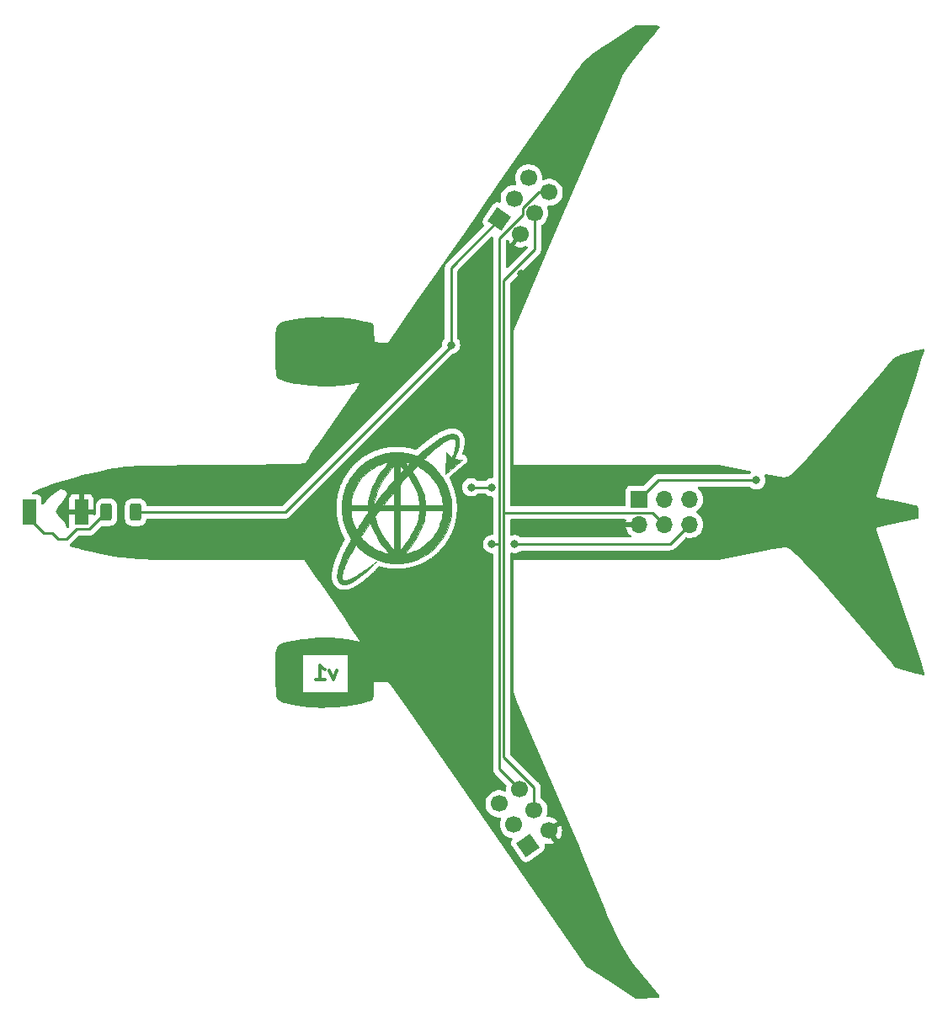
<source format=gbr>
G04 #@! TF.GenerationSoftware,KiCad,Pcbnew,(6.99.0-2452-gdb4f2d9dd8)*
G04 #@! TF.CreationDate,2022-07-29T14:25:33-05:00*
G04 #@! TF.ProjectId,787,3738372e-6b69-4636-9164-5f7063625858,rev?*
G04 #@! TF.SameCoordinates,Original*
G04 #@! TF.FileFunction,Copper,L2,Bot*
G04 #@! TF.FilePolarity,Positive*
%FSLAX46Y46*%
G04 Gerber Fmt 4.6, Leading zero omitted, Abs format (unit mm)*
G04 Created by KiCad (PCBNEW (6.99.0-2452-gdb4f2d9dd8)) date 2022-07-29 14:25:33*
%MOMM*%
%LPD*%
G01*
G04 APERTURE LIST*
G04 Aperture macros list*
%AMRoundRect*
0 Rectangle with rounded corners*
0 $1 Rounding radius*
0 $2 $3 $4 $5 $6 $7 $8 $9 X,Y pos of 4 corners*
0 Add a 4 corners polygon primitive as box body*
4,1,4,$2,$3,$4,$5,$6,$7,$8,$9,$2,$3,0*
0 Add four circle primitives for the rounded corners*
1,1,$1+$1,$2,$3*
1,1,$1+$1,$4,$5*
1,1,$1+$1,$6,$7*
1,1,$1+$1,$8,$9*
0 Add four rect primitives between the rounded corners*
20,1,$1+$1,$2,$3,$4,$5,0*
20,1,$1+$1,$4,$5,$6,$7,0*
20,1,$1+$1,$6,$7,$8,$9,0*
20,1,$1+$1,$8,$9,$2,$3,0*%
%AMHorizOval*
0 Thick line with rounded ends*
0 $1 width*
0 $2 $3 position (X,Y) of the first rounded end (center of the circle)*
0 $4 $5 position (X,Y) of the second rounded end (center of the circle)*
0 Add line between two ends*
20,1,$1,$2,$3,$4,$5,0*
0 Add two circle primitives to create the rounded ends*
1,1,$1,$2,$3*
1,1,$1,$4,$5*%
%AMRotRect*
0 Rectangle, with rotation*
0 The origin of the aperture is its center*
0 $1 length*
0 $2 width*
0 $3 Rotation angle, in degrees counterclockwise*
0 Add horizontal line*
21,1,$1,$2,0,0,$3*%
G04 Aperture macros list end*
G04 #@! TA.AperFunction,NonConductor*
%ADD10C,0.060000*%
G04 #@! TD*
%ADD11C,0.300000*%
G04 #@! TA.AperFunction,NonConductor*
%ADD12C,0.300000*%
G04 #@! TD*
G04 #@! TA.AperFunction,ComponentPad*
%ADD13RotRect,1.700000X1.700000X145.000000*%
G04 #@! TD*
G04 #@! TA.AperFunction,ComponentPad*
%ADD14HorizOval,1.700000X0.000000X0.000000X0.000000X0.000000X0*%
G04 #@! TD*
G04 #@! TA.AperFunction,ComponentPad*
%ADD15RotRect,1.700000X1.700000X215.000000*%
G04 #@! TD*
G04 #@! TA.AperFunction,ComponentPad*
%ADD16HorizOval,1.700000X0.000000X0.000000X0.000000X0.000000X0*%
G04 #@! TD*
G04 #@! TA.AperFunction,ComponentPad*
%ADD17R,1.700000X1.700000*%
G04 #@! TD*
G04 #@! TA.AperFunction,ComponentPad*
%ADD18O,1.700000X1.700000*%
G04 #@! TD*
G04 #@! TA.AperFunction,SMDPad,CuDef*
%ADD19RoundRect,0.250000X-0.312500X-0.625000X0.312500X-0.625000X0.312500X0.625000X-0.312500X0.625000X0*%
G04 #@! TD*
G04 #@! TA.AperFunction,SMDPad,CuDef*
%ADD20R,1.400000X2.600000*%
G04 #@! TD*
G04 #@! TA.AperFunction,ViaPad*
%ADD21C,0.800000*%
G04 #@! TD*
G04 #@! TA.AperFunction,Conductor*
%ADD22C,0.254000*%
G04 #@! TD*
G04 APERTURE END LIST*
D10*
G36*
X79313510Y-114795586D02*
G01*
X79207971Y-114937675D01*
X79103061Y-115080208D01*
X78998860Y-115223082D01*
X78996811Y-115214767D01*
X78946826Y-114937979D01*
X78946532Y-114936082D01*
X78946284Y-114934284D01*
X78914937Y-114653929D01*
X79419682Y-114653929D01*
X79313510Y-114795586D01*
G37*
X79313510Y-114795586D02*
X79207971Y-114937675D01*
X79103061Y-115080208D01*
X78998860Y-115223082D01*
X78996811Y-115214767D01*
X78946826Y-114937979D01*
X78946532Y-114936082D01*
X78946284Y-114934284D01*
X78914937Y-114653929D01*
X79419682Y-114653929D01*
X79313510Y-114795586D01*
G36*
X82203539Y-110929475D02*
G01*
X82204008Y-110930125D01*
X82204948Y-110931462D01*
X82233611Y-110972656D01*
X82235548Y-110975472D01*
X82266444Y-111021352D01*
X82297167Y-111067391D01*
X82328186Y-111113215D01*
X82071267Y-111400493D01*
X81816124Y-111689149D01*
X81739736Y-111776672D01*
X81663939Y-111864746D01*
X81512887Y-112041376D01*
X81512887Y-110921134D01*
X81702850Y-110715872D01*
X81798396Y-110613743D01*
X81894560Y-110512177D01*
X82203539Y-110929475D01*
G37*
X82203539Y-110929475D02*
X82204008Y-110930125D01*
X82204948Y-110931462D01*
X82233611Y-110972656D01*
X82235548Y-110975472D01*
X82266444Y-111021352D01*
X82297167Y-111067391D01*
X82328186Y-111113215D01*
X82071267Y-111400493D01*
X81816124Y-111689149D01*
X81739736Y-111776672D01*
X81663939Y-111864746D01*
X81512887Y-112041376D01*
X81512887Y-110921134D01*
X81702850Y-110715872D01*
X81798396Y-110613743D01*
X81894560Y-110512177D01*
X82203539Y-110929475D01*
G36*
X82550640Y-109856285D02*
G01*
X82555299Y-109857644D01*
X82556763Y-109858058D01*
X82591928Y-109868243D01*
X82595302Y-109869260D01*
X82597326Y-109869905D01*
X82780210Y-109931466D01*
X82957294Y-109999593D01*
X82961636Y-110001345D01*
X82965954Y-110003137D01*
X83139379Y-110078430D01*
X83245462Y-110129898D01*
X83116425Y-110264018D01*
X82988019Y-110398833D01*
X82860335Y-110534387D01*
X82733433Y-110670761D01*
X82733432Y-110670760D01*
X82731293Y-110667636D01*
X82729711Y-110665477D01*
X82643744Y-110544433D01*
X82555486Y-110422848D01*
X82466672Y-110302941D01*
X82377485Y-110184745D01*
X82359106Y-110160969D01*
X82340751Y-110137702D01*
X82326492Y-110119686D01*
X82308247Y-110096390D01*
X82304002Y-110090952D01*
X82363205Y-110031389D01*
X82422648Y-109972045D01*
X82541958Y-109853771D01*
X82550640Y-109856285D01*
G37*
X82550640Y-109856285D02*
X82555299Y-109857644D01*
X82556763Y-109858058D01*
X82591928Y-109868243D01*
X82595302Y-109869260D01*
X82597326Y-109869905D01*
X82780210Y-109931466D01*
X82957294Y-109999593D01*
X82961636Y-110001345D01*
X82965954Y-110003137D01*
X83139379Y-110078430D01*
X83245462Y-110129898D01*
X83116425Y-110264018D01*
X82988019Y-110398833D01*
X82860335Y-110534387D01*
X82733433Y-110670761D01*
X82733432Y-110670760D01*
X82731293Y-110667636D01*
X82729711Y-110665477D01*
X82643744Y-110544433D01*
X82555486Y-110422848D01*
X82466672Y-110302941D01*
X82377485Y-110184745D01*
X82359106Y-110160969D01*
X82340751Y-110137702D01*
X82326492Y-110119686D01*
X82308247Y-110096390D01*
X82304002Y-110090952D01*
X82363205Y-110031389D01*
X82422648Y-109972045D01*
X82541958Y-109853771D01*
X82550640Y-109856285D01*
G36*
X76041889Y-116281624D02*
G01*
X75955218Y-116022009D01*
X75880932Y-115756852D01*
X75819378Y-115486503D01*
X75770900Y-115211311D01*
X75735846Y-114931628D01*
X75715015Y-114653873D01*
X76593213Y-114653873D01*
X76609725Y-114858018D01*
X76634733Y-115059567D01*
X76668052Y-115258336D01*
X76709499Y-115454142D01*
X76758890Y-115646802D01*
X76816041Y-115836134D01*
X76880770Y-116021954D01*
X76952893Y-116204079D01*
X77032226Y-116382327D01*
X77118585Y-116556514D01*
X77160172Y-116632343D01*
X77255163Y-116474748D01*
X77385972Y-116265067D01*
X77518944Y-116056871D01*
X77653919Y-115850061D01*
X77790736Y-115644536D01*
X78069259Y-115236944D01*
X78353229Y-114833307D01*
X78353444Y-114835389D01*
X78356543Y-114866460D01*
X78359599Y-114899677D01*
X78362884Y-114932841D01*
X78364762Y-114949371D01*
X78366878Y-114965848D01*
X78378118Y-115043107D01*
X78390595Y-115120073D01*
X78404274Y-115196743D01*
X78418997Y-115272472D01*
X78419098Y-115273065D01*
X78419235Y-115273651D01*
X78435119Y-115349190D01*
X78452247Y-115424959D01*
X78470487Y-115500423D01*
X78489737Y-115575270D01*
X78489798Y-115575530D01*
X78489872Y-115575782D01*
X78489816Y-115575578D01*
X78489737Y-115575270D01*
X78419235Y-115273651D01*
X78419123Y-115273116D01*
X78418997Y-115272472D01*
X78366909Y-114965788D01*
X78353444Y-114835389D01*
X78353235Y-114833298D01*
X78353229Y-114833307D01*
X78334706Y-114653929D01*
X78914906Y-114653929D01*
X78920974Y-114724801D01*
X78928290Y-114795443D01*
X78936821Y-114865867D01*
X78946284Y-114934284D01*
X78946486Y-114936093D01*
X78946826Y-114937979D01*
X78957390Y-115006097D01*
X78969383Y-115075902D01*
X78982508Y-115145483D01*
X78996762Y-115214825D01*
X78998777Y-115223196D01*
X78998860Y-115223082D01*
X79064587Y-115489812D01*
X79148492Y-115761142D01*
X79247206Y-116028672D01*
X79359406Y-116292317D01*
X79483774Y-116551993D01*
X79618987Y-116807615D01*
X79763726Y-117059097D01*
X79916669Y-117306355D01*
X80076494Y-117549304D01*
X80241883Y-117787858D01*
X80411513Y-118021935D01*
X80584063Y-118251447D01*
X80932643Y-118696441D01*
X81512874Y-118696441D01*
X81861682Y-118251447D01*
X82203970Y-117787858D01*
X82369375Y-117549304D01*
X82529198Y-117306355D01*
X82682122Y-117059097D01*
X82826828Y-116807615D01*
X82962000Y-116551993D01*
X83086321Y-116292317D01*
X83198472Y-116028672D01*
X83297137Y-115761142D01*
X83380999Y-115489812D01*
X83448739Y-115214767D01*
X83499041Y-114936093D01*
X83530587Y-114653873D01*
X81512874Y-114653873D01*
X81512874Y-118696441D01*
X80932643Y-118696441D01*
X80932643Y-114653873D01*
X78914931Y-114653873D01*
X78914937Y-114653929D01*
X78914906Y-114653929D01*
X78334706Y-114653929D01*
X78334700Y-114653873D01*
X76593213Y-114653873D01*
X75715015Y-114653873D01*
X75714560Y-114647803D01*
X75707388Y-114360185D01*
X75714560Y-114072568D01*
X75715013Y-114066523D01*
X78914904Y-114066523D01*
X79868802Y-114066523D01*
X79868821Y-114066498D01*
X80932643Y-114066498D01*
X81512874Y-114066498D01*
X83530587Y-114066498D01*
X83499041Y-113781793D01*
X83448739Y-113501272D01*
X83380999Y-113224954D01*
X83297137Y-112952855D01*
X83198472Y-112684992D01*
X83086321Y-112421385D01*
X82962000Y-112162049D01*
X82826828Y-111907002D01*
X82682122Y-111656262D01*
X82529198Y-111409847D01*
X82369375Y-111167772D01*
X82233611Y-110972656D01*
X82219888Y-110952708D01*
X82204948Y-110931462D01*
X82203970Y-110930057D01*
X82203539Y-110929475D01*
X82127693Y-110824221D01*
X82050545Y-110719351D01*
X81972769Y-110615378D01*
X81894569Y-110512167D01*
X81894560Y-110512177D01*
X81861682Y-110467774D01*
X81512874Y-110023136D01*
X81512874Y-114066498D01*
X80932643Y-114066498D01*
X80932643Y-110023930D01*
X80583835Y-110468924D01*
X80241548Y-110932513D01*
X80076143Y-111171068D01*
X79916320Y-111414017D01*
X79763396Y-111661275D01*
X79618690Y-111912757D01*
X79483518Y-112168378D01*
X79359197Y-112428054D01*
X79247046Y-112691699D01*
X79148381Y-112959229D01*
X79064519Y-113230559D01*
X78996779Y-113505604D01*
X78946477Y-113784278D01*
X78915713Y-114059504D01*
X78915682Y-114059546D01*
X78914904Y-114066523D01*
X75715013Y-114066523D01*
X75715015Y-114066498D01*
X76593213Y-114066498D01*
X78334700Y-114066498D01*
X78346956Y-113909902D01*
X78364546Y-113754452D01*
X78414963Y-113447079D01*
X78484424Y-113144546D01*
X78571399Y-112847025D01*
X78674359Y-112554685D01*
X78791774Y-112267696D01*
X78922117Y-111986228D01*
X79063858Y-111710450D01*
X79215469Y-111440532D01*
X79375419Y-111176644D01*
X79542181Y-110918955D01*
X79714225Y-110667636D01*
X79890022Y-110422856D01*
X80068043Y-110184785D01*
X80194640Y-110023136D01*
X80424643Y-109729448D01*
X82020875Y-109729448D01*
X82308247Y-110096390D01*
X82322393Y-110114507D01*
X82326492Y-110119686D01*
X82377475Y-110184785D01*
X82729711Y-110665477D01*
X82731262Y-110667661D01*
X82733432Y-110670760D01*
X82903337Y-110918955D01*
X83070099Y-111176644D01*
X83230049Y-111440532D01*
X83381660Y-111710450D01*
X83523401Y-111986228D01*
X83653744Y-112267696D01*
X83771160Y-112554685D01*
X83874119Y-112847025D01*
X83961094Y-113144546D01*
X84030555Y-113447079D01*
X84080973Y-113754452D01*
X84110818Y-114066498D01*
X85852306Y-114066498D01*
X85835794Y-113862353D01*
X85810786Y-113660804D01*
X85777467Y-113462035D01*
X85736020Y-113266229D01*
X85686629Y-113073569D01*
X85629477Y-112884237D01*
X85564748Y-112698417D01*
X85492626Y-112516292D01*
X85413293Y-112338044D01*
X85326934Y-112163858D01*
X85233732Y-111993914D01*
X85133871Y-111828398D01*
X85027534Y-111667491D01*
X84914904Y-111511376D01*
X84796167Y-111360237D01*
X84671504Y-111214257D01*
X84541099Y-111073618D01*
X84405137Y-110938504D01*
X84263800Y-110809097D01*
X84117272Y-110685581D01*
X83965737Y-110568138D01*
X83809379Y-110456951D01*
X83648380Y-110352204D01*
X83482925Y-110254080D01*
X83313197Y-110162761D01*
X83245462Y-110129898D01*
X83245495Y-110129864D01*
X83245494Y-110129864D01*
X83192659Y-110103798D01*
X83166149Y-110090933D01*
X83139455Y-110078395D01*
X83095368Y-110058442D01*
X83051022Y-110038962D01*
X83006438Y-110019935D01*
X82965954Y-110003137D01*
X82961656Y-110001271D01*
X82957294Y-109999593D01*
X82916626Y-109983179D01*
X82871398Y-109965455D01*
X82825942Y-109948196D01*
X82780251Y-109931427D01*
X82734335Y-109915162D01*
X82688207Y-109899390D01*
X82641864Y-109884095D01*
X82597326Y-109869905D01*
X82595225Y-109869198D01*
X82591928Y-109868243D01*
X82582025Y-109865257D01*
X82568670Y-109861431D01*
X82556763Y-109858058D01*
X82550640Y-109856285D01*
X82541972Y-109853757D01*
X82541958Y-109853771D01*
X82406885Y-109814650D01*
X82215374Y-109768006D01*
X82020875Y-109729448D01*
X80424643Y-109729448D01*
X80230146Y-109768076D01*
X80038641Y-109814781D01*
X79850312Y-109869381D01*
X79665341Y-109931693D01*
X79483912Y-110001535D01*
X79306207Y-110078725D01*
X79132410Y-110163079D01*
X78962705Y-110254415D01*
X78797273Y-110352550D01*
X78636299Y-110457303D01*
X78328455Y-110685929D01*
X78040638Y-110938833D01*
X77774313Y-111214554D01*
X77530944Y-111511632D01*
X77311997Y-111828607D01*
X77212139Y-111994099D01*
X77118936Y-112164017D01*
X77032572Y-112338180D01*
X76953228Y-112516404D01*
X76881088Y-112698506D01*
X76816336Y-112884305D01*
X76759155Y-113073618D01*
X76709726Y-113266262D01*
X76668235Y-113462054D01*
X76634864Y-113660813D01*
X76609795Y-113862355D01*
X76593213Y-114066498D01*
X75715015Y-114066498D01*
X75735846Y-113788743D01*
X75770900Y-113509060D01*
X75819378Y-113233868D01*
X75880932Y-112963519D01*
X75955218Y-112698362D01*
X76041889Y-112438747D01*
X76140601Y-112185025D01*
X76251008Y-111937546D01*
X76372763Y-111696659D01*
X76505522Y-111462716D01*
X76648939Y-111236065D01*
X76802668Y-111017057D01*
X76966364Y-110806043D01*
X77139680Y-110603372D01*
X77322272Y-110409394D01*
X77513793Y-110224461D01*
X77713898Y-110048920D01*
X77922242Y-109883124D01*
X78138479Y-109727422D01*
X78362263Y-109582164D01*
X78593249Y-109447700D01*
X78831090Y-109324381D01*
X79075442Y-109212556D01*
X79325959Y-109112576D01*
X79582294Y-109024790D01*
X79844104Y-108949549D01*
X80111041Y-108887204D01*
X80382760Y-108838103D01*
X80658916Y-108802598D01*
X80939163Y-108781038D01*
X81223156Y-108773773D01*
X81507146Y-108781038D01*
X81787386Y-108802598D01*
X82063532Y-108838103D01*
X82335237Y-108887204D01*
X82602156Y-108949549D01*
X82863944Y-109024790D01*
X83120256Y-109112576D01*
X83370746Y-109212556D01*
X83615069Y-109324381D01*
X83851852Y-109447168D01*
X83852899Y-109447735D01*
X83853954Y-109448326D01*
X83879626Y-109463273D01*
X83888567Y-109468591D01*
X83894511Y-109472067D01*
X83900492Y-109475485D01*
X83900534Y-109475445D01*
X83879626Y-109463273D01*
X83876733Y-109461551D01*
X83864880Y-109454541D01*
X83858912Y-109451102D01*
X83853954Y-109448326D01*
X83852879Y-109447700D01*
X83851852Y-109447168D01*
X83794075Y-109415834D01*
X83734827Y-109384619D01*
X83675161Y-109354111D01*
X83615084Y-109324332D01*
X83554600Y-109295292D01*
X83493713Y-109266985D01*
X83432431Y-109239408D01*
X83370757Y-109212556D01*
X83357048Y-109206785D01*
X83343267Y-109201154D01*
X83315561Y-109190173D01*
X83260067Y-109168373D01*
X83433130Y-109007697D01*
X83519997Y-108927681D01*
X83607642Y-108848392D01*
X83764930Y-108711602D01*
X83923737Y-108576345D01*
X84084177Y-108442743D01*
X84246363Y-108310918D01*
X84410409Y-108180990D01*
X84576430Y-108053081D01*
X84744538Y-107927312D01*
X84914849Y-107803805D01*
X85088804Y-107684136D01*
X85264547Y-107566195D01*
X85443490Y-107451712D01*
X85627047Y-107342419D01*
X85720998Y-107290259D01*
X85816632Y-107240046D01*
X85914127Y-107191996D01*
X86013658Y-107146325D01*
X86115403Y-107103250D01*
X86219539Y-107062986D01*
X86326241Y-107025752D01*
X86435687Y-106991761D01*
X86477266Y-106980359D01*
X86519848Y-106969925D01*
X86563436Y-106960620D01*
X86608027Y-106952607D01*
X86653623Y-106946049D01*
X86700224Y-106941108D01*
X86747830Y-106937946D01*
X86772010Y-106937083D01*
X86796440Y-106936726D01*
X86812868Y-106936776D01*
X86829410Y-106937062D01*
X86846064Y-106937591D01*
X86862830Y-106938372D01*
X86879708Y-106939413D01*
X86896697Y-106940720D01*
X86913797Y-106942302D01*
X86931006Y-106944167D01*
X86948045Y-106946152D01*
X86965231Y-106948585D01*
X86982563Y-106951538D01*
X87000044Y-106955088D01*
X87017673Y-106959307D01*
X87035452Y-106964270D01*
X87044398Y-106967053D01*
X87053382Y-106970051D01*
X87062403Y-106973271D01*
X87071463Y-106976724D01*
X87141380Y-107002148D01*
X87150009Y-107006719D01*
X87158624Y-107011484D01*
X87167219Y-107016416D01*
X87175785Y-107021487D01*
X87184313Y-107026669D01*
X87192796Y-107031935D01*
X87209594Y-107042611D01*
X87226242Y-107053247D01*
X87242745Y-107063965D01*
X87250895Y-107069468D01*
X87258951Y-107075129D01*
X87266895Y-107080993D01*
X87274706Y-107087104D01*
X87330207Y-107143380D01*
X87337441Y-107150317D01*
X87344285Y-107157427D01*
X87350772Y-107164697D01*
X87356937Y-107172111D01*
X87362816Y-107179655D01*
X87368442Y-107187317D01*
X87373850Y-107195080D01*
X87379074Y-107202933D01*
X87389112Y-107218847D01*
X87398830Y-107234946D01*
X87408507Y-107251117D01*
X87418418Y-107267248D01*
X87434703Y-107300210D01*
X87449102Y-107333007D01*
X87461720Y-107365623D01*
X87472662Y-107398044D01*
X87482032Y-107430255D01*
X87489934Y-107462241D01*
X87496474Y-107493987D01*
X87501756Y-107525478D01*
X87505885Y-107556699D01*
X87508964Y-107587635D01*
X87511100Y-107618272D01*
X87512397Y-107648595D01*
X87512890Y-107708237D01*
X87511281Y-107766443D01*
X87507691Y-107824050D01*
X87502375Y-107880817D01*
X87495473Y-107936788D01*
X87487127Y-107992007D01*
X87477480Y-108046519D01*
X87466671Y-108100369D01*
X87454843Y-108153602D01*
X87442138Y-108206261D01*
X87396121Y-108372767D01*
X87344705Y-108536109D01*
X87288363Y-108696547D01*
X87227568Y-108854342D01*
X87162791Y-109009756D01*
X87094506Y-109163051D01*
X87023184Y-109314486D01*
X86949299Y-109464323D01*
X87770800Y-109521529D01*
X86083305Y-110944698D01*
X86241281Y-108742817D01*
X86761868Y-109363555D01*
X86817507Y-109211799D01*
X86870923Y-109059603D01*
X86921531Y-108907051D01*
X86968744Y-108754227D01*
X87011976Y-108601218D01*
X87050641Y-108448108D01*
X87084152Y-108294982D01*
X87111923Y-108141924D01*
X87118909Y-108093755D01*
X87124929Y-108045750D01*
X87129910Y-107998004D01*
X87133775Y-107950611D01*
X87136449Y-107903665D01*
X87137857Y-107857258D01*
X87137924Y-107811487D01*
X87136574Y-107766443D01*
X87135475Y-107744335D01*
X87133958Y-107722407D01*
X87132019Y-107700723D01*
X87129648Y-107679347D01*
X87126840Y-107658345D01*
X87123588Y-107637781D01*
X87119884Y-107617720D01*
X87115722Y-107598227D01*
X87111095Y-107579366D01*
X87105996Y-107561202D01*
X87100418Y-107543801D01*
X87094354Y-107527227D01*
X87087798Y-107511544D01*
X87080743Y-107496817D01*
X87073181Y-107483111D01*
X87065105Y-107470492D01*
X87056725Y-107459211D01*
X87048215Y-107448858D01*
X87039521Y-107439396D01*
X87030585Y-107430784D01*
X87021353Y-107422986D01*
X87011768Y-107415963D01*
X87001773Y-107409677D01*
X86991314Y-107404090D01*
X86980334Y-107399163D01*
X86968777Y-107394858D01*
X86956587Y-107391137D01*
X86943708Y-107387962D01*
X86930085Y-107385294D01*
X86915660Y-107383096D01*
X86900379Y-107381329D01*
X86884186Y-107379955D01*
X86867262Y-107379620D01*
X86849849Y-107379811D01*
X86831975Y-107380529D01*
X86813673Y-107381778D01*
X86794971Y-107383562D01*
X86775899Y-107385885D01*
X86756488Y-107388749D01*
X86736768Y-107392159D01*
X86716769Y-107396117D01*
X86696521Y-107400628D01*
X86676055Y-107405694D01*
X86655399Y-107411320D01*
X86634585Y-107417509D01*
X86613642Y-107424264D01*
X86592601Y-107431588D01*
X86571492Y-107439486D01*
X86529199Y-107454832D01*
X86486866Y-107471363D01*
X86444511Y-107489017D01*
X86402152Y-107507736D01*
X86317489Y-107548124D01*
X86233020Y-107592044D01*
X86148886Y-107639016D01*
X86065228Y-107688556D01*
X85982187Y-107740184D01*
X85899906Y-107793418D01*
X85817716Y-107847952D01*
X85736042Y-107903747D01*
X85654872Y-107960718D01*
X85574196Y-108018778D01*
X85494003Y-108077842D01*
X85414284Y-108137826D01*
X85335028Y-108198644D01*
X85256224Y-108260211D01*
X85100165Y-108386276D01*
X84945682Y-108514911D01*
X84792722Y-108645929D01*
X84641229Y-108779144D01*
X84491150Y-108914367D01*
X84342431Y-109051413D01*
X84195017Y-109190094D01*
X84048855Y-109330223D01*
X84030088Y-109348133D01*
X84011470Y-109366210D01*
X83974513Y-109402672D01*
X83937636Y-109439225D01*
X83900534Y-109475445D01*
X84083832Y-109582164D01*
X84307582Y-109727422D01*
X84523783Y-109883124D01*
X84732091Y-110048920D01*
X84932159Y-110224461D01*
X85123644Y-110409394D01*
X85306198Y-110603372D01*
X85479478Y-110806043D01*
X85643137Y-111017057D01*
X85796831Y-111236065D01*
X85940213Y-111462716D01*
X86072939Y-111696659D01*
X86194664Y-111937546D01*
X86305042Y-112185025D01*
X86403727Y-112438747D01*
X86490375Y-112698362D01*
X86564639Y-112963519D01*
X86626176Y-113233868D01*
X86674638Y-113509060D01*
X86709682Y-113788743D01*
X86730962Y-114072568D01*
X86738132Y-114360185D01*
X86730962Y-114647802D01*
X86709682Y-114931628D01*
X86674638Y-115211311D01*
X86626176Y-115486502D01*
X86564639Y-115756852D01*
X86490375Y-116022009D01*
X86403727Y-116281623D01*
X86305042Y-116535345D01*
X86194664Y-116782825D01*
X86072939Y-117023711D01*
X85940213Y-117257655D01*
X85796831Y-117484306D01*
X85643137Y-117703313D01*
X85479478Y-117914328D01*
X85306198Y-118116999D01*
X85123644Y-118310976D01*
X84932159Y-118495910D01*
X84732091Y-118671450D01*
X84523783Y-118837246D01*
X84307582Y-118992948D01*
X84083832Y-119138206D01*
X83852879Y-119272670D01*
X83615069Y-119395990D01*
X83370746Y-119507815D01*
X83120256Y-119607795D01*
X82863944Y-119695580D01*
X82602156Y-119770821D01*
X82335237Y-119833167D01*
X82063532Y-119882267D01*
X81787386Y-119917773D01*
X81507146Y-119939333D01*
X81223156Y-119946597D01*
X80939163Y-119939333D01*
X80658916Y-119917773D01*
X80382760Y-119882267D01*
X80111041Y-119833167D01*
X79844104Y-119770821D01*
X79582294Y-119695581D01*
X79325959Y-119607795D01*
X79075442Y-119507815D01*
X78831090Y-119395990D01*
X78593249Y-119272670D01*
X78362263Y-119138207D01*
X78138479Y-118992949D01*
X77922242Y-118837247D01*
X77713899Y-118671450D01*
X77513793Y-118495910D01*
X77322272Y-118310977D01*
X77139680Y-118116999D01*
X76966364Y-117914328D01*
X76802668Y-117703314D01*
X76657326Y-117496255D01*
X76653959Y-117491275D01*
X76653902Y-117491377D01*
X76648939Y-117484306D01*
X76505523Y-117257655D01*
X76372764Y-117023712D01*
X76251008Y-116782825D01*
X76183905Y-116632412D01*
X77160130Y-116632412D01*
X77185685Y-116679631D01*
X77198581Y-116703169D01*
X77211755Y-116726515D01*
X77236099Y-116768300D01*
X77260853Y-116809788D01*
X77286017Y-116850993D01*
X77311593Y-116891932D01*
X77337580Y-116932600D01*
X77363970Y-116972979D01*
X77390760Y-117013065D01*
X77417943Y-117052852D01*
X77445530Y-117092337D01*
X77473522Y-117131520D01*
X77501901Y-117170397D01*
X77528900Y-117206619D01*
X77530614Y-117208995D01*
X77533000Y-117212032D01*
X77544259Y-117226718D01*
X77558081Y-117244294D01*
X77585840Y-117279350D01*
X77585861Y-117279318D01*
X77649352Y-117360134D01*
X77774015Y-117506114D01*
X77904419Y-117646753D01*
X78040382Y-117781867D01*
X78181719Y-117911274D01*
X78328246Y-118034791D01*
X78479781Y-118152233D01*
X78636139Y-118263420D01*
X78797138Y-118368167D01*
X78962593Y-118466291D01*
X79132321Y-118557610D01*
X79306139Y-118641941D01*
X79483863Y-118719101D01*
X79665308Y-118788906D01*
X79850293Y-118851173D01*
X80038632Y-118905721D01*
X80230144Y-118952365D01*
X80424643Y-118990923D01*
X82020875Y-118990923D01*
X82215374Y-118952365D01*
X82406885Y-118905721D01*
X82595225Y-118851173D01*
X82780209Y-118788906D01*
X82961655Y-118719101D01*
X83139379Y-118641941D01*
X83313196Y-118557610D01*
X83482924Y-118466291D01*
X83648380Y-118368167D01*
X83809378Y-118263420D01*
X84117272Y-118034791D01*
X84405136Y-117781867D01*
X84671503Y-117506114D01*
X84914904Y-117208995D01*
X85133871Y-116891974D01*
X85233732Y-116726457D01*
X85326934Y-116556514D01*
X85413293Y-116382327D01*
X85492626Y-116204079D01*
X85564748Y-116021954D01*
X85629477Y-115836134D01*
X85686629Y-115646802D01*
X85736020Y-115454142D01*
X85777467Y-115258336D01*
X85810786Y-115059567D01*
X85835794Y-114858018D01*
X85852306Y-114653873D01*
X84110818Y-114653873D01*
X84098562Y-114810469D01*
X84080972Y-114965919D01*
X84030555Y-115273292D01*
X83961094Y-115575825D01*
X83874119Y-115873346D01*
X83771159Y-116165686D01*
X83653744Y-116452675D01*
X83523401Y-116734143D01*
X83381659Y-117009921D01*
X83230049Y-117279839D01*
X83070099Y-117543728D01*
X82903337Y-117801416D01*
X82731293Y-118052735D01*
X82555496Y-118297515D01*
X82377475Y-118535586D01*
X82020875Y-118990923D01*
X80424643Y-118990923D01*
X80068857Y-118535554D01*
X79716569Y-118052624D01*
X79545410Y-117801256D01*
X79379535Y-117543518D01*
X79220413Y-117279583D01*
X79069514Y-117009624D01*
X78928307Y-116733814D01*
X78798262Y-116452326D01*
X78680850Y-116165334D01*
X78577538Y-115873011D01*
X78489872Y-115575782D01*
X78507385Y-115639708D01*
X78525903Y-115703554D01*
X78545175Y-115767168D01*
X78565005Y-115830601D01*
X78386192Y-116086438D01*
X78208594Y-116343056D01*
X78032351Y-116600525D01*
X77857607Y-116858910D01*
X77788832Y-116963558D01*
X77720880Y-117068661D01*
X77585861Y-117279318D01*
X77533000Y-117212032D01*
X77530650Y-117208967D01*
X77528900Y-117206619D01*
X77417985Y-117052881D01*
X77311648Y-116891974D01*
X77211787Y-116726457D01*
X77160172Y-116632343D01*
X77160130Y-116632412D01*
X76183905Y-116632412D01*
X76140601Y-116535346D01*
X76041889Y-116281624D01*
G37*
X76041889Y-116281624D02*
X75955218Y-116022009D01*
X75880932Y-115756852D01*
X75819378Y-115486503D01*
X75770900Y-115211311D01*
X75735846Y-114931628D01*
X75715015Y-114653873D01*
X76593213Y-114653873D01*
X76609725Y-114858018D01*
X76634733Y-115059567D01*
X76668052Y-115258336D01*
X76709499Y-115454142D01*
X76758890Y-115646802D01*
X76816041Y-115836134D01*
X76880770Y-116021954D01*
X76952893Y-116204079D01*
X77032226Y-116382327D01*
X77118585Y-116556514D01*
X77160172Y-116632343D01*
X77255163Y-116474748D01*
X77385972Y-116265067D01*
X77518944Y-116056871D01*
X77653919Y-115850061D01*
X77790736Y-115644536D01*
X78069259Y-115236944D01*
X78353229Y-114833307D01*
X78353444Y-114835389D01*
X78356543Y-114866460D01*
X78359599Y-114899677D01*
X78362884Y-114932841D01*
X78364762Y-114949371D01*
X78366878Y-114965848D01*
X78378118Y-115043107D01*
X78390595Y-115120073D01*
X78404274Y-115196743D01*
X78418997Y-115272472D01*
X78419098Y-115273065D01*
X78419235Y-115273651D01*
X78435119Y-115349190D01*
X78452247Y-115424959D01*
X78470487Y-115500423D01*
X78489737Y-115575270D01*
X78489798Y-115575530D01*
X78489872Y-115575782D01*
X78489816Y-115575578D01*
X78489737Y-115575270D01*
X78419235Y-115273651D01*
X78419123Y-115273116D01*
X78418997Y-115272472D01*
X78366909Y-114965788D01*
X78353444Y-114835389D01*
X78353235Y-114833298D01*
X78353229Y-114833307D01*
X78334706Y-114653929D01*
X78914906Y-114653929D01*
X78920974Y-114724801D01*
X78928290Y-114795443D01*
X78936821Y-114865867D01*
X78946284Y-114934284D01*
X78946486Y-114936093D01*
X78946826Y-114937979D01*
X78957390Y-115006097D01*
X78969383Y-115075902D01*
X78982508Y-115145483D01*
X78996762Y-115214825D01*
X78998777Y-115223196D01*
X78998860Y-115223082D01*
X79064587Y-115489812D01*
X79148492Y-115761142D01*
X79247206Y-116028672D01*
X79359406Y-116292317D01*
X79483774Y-116551993D01*
X79618987Y-116807615D01*
X79763726Y-117059097D01*
X79916669Y-117306355D01*
X80076494Y-117549304D01*
X80241883Y-117787858D01*
X80411513Y-118021935D01*
X80584063Y-118251447D01*
X80932643Y-118696441D01*
X81512874Y-118696441D01*
X81861682Y-118251447D01*
X82203970Y-117787858D01*
X82369375Y-117549304D01*
X82529198Y-117306355D01*
X82682122Y-117059097D01*
X82826828Y-116807615D01*
X82962000Y-116551993D01*
X83086321Y-116292317D01*
X83198472Y-116028672D01*
X83297137Y-115761142D01*
X83380999Y-115489812D01*
X83448739Y-115214767D01*
X83499041Y-114936093D01*
X83530587Y-114653873D01*
X81512874Y-114653873D01*
X81512874Y-118696441D01*
X80932643Y-118696441D01*
X80932643Y-114653873D01*
X78914931Y-114653873D01*
X78914937Y-114653929D01*
X78914906Y-114653929D01*
X78334706Y-114653929D01*
X78334700Y-114653873D01*
X76593213Y-114653873D01*
X75715015Y-114653873D01*
X75714560Y-114647803D01*
X75707388Y-114360185D01*
X75714560Y-114072568D01*
X75715013Y-114066523D01*
X78914904Y-114066523D01*
X79868802Y-114066523D01*
X79868821Y-114066498D01*
X80932643Y-114066498D01*
X81512874Y-114066498D01*
X83530587Y-114066498D01*
X83499041Y-113781793D01*
X83448739Y-113501272D01*
X83380999Y-113224954D01*
X83297137Y-112952855D01*
X83198472Y-112684992D01*
X83086321Y-112421385D01*
X82962000Y-112162049D01*
X82826828Y-111907002D01*
X82682122Y-111656262D01*
X82529198Y-111409847D01*
X82369375Y-111167772D01*
X82233611Y-110972656D01*
X82219888Y-110952708D01*
X82204948Y-110931462D01*
X82203970Y-110930057D01*
X82203539Y-110929475D01*
X82127693Y-110824221D01*
X82050545Y-110719351D01*
X81972769Y-110615378D01*
X81894569Y-110512167D01*
X81894560Y-110512177D01*
X81861682Y-110467774D01*
X81512874Y-110023136D01*
X81512874Y-114066498D01*
X80932643Y-114066498D01*
X80932643Y-110023930D01*
X80583835Y-110468924D01*
X80241548Y-110932513D01*
X80076143Y-111171068D01*
X79916320Y-111414017D01*
X79763396Y-111661275D01*
X79618690Y-111912757D01*
X79483518Y-112168378D01*
X79359197Y-112428054D01*
X79247046Y-112691699D01*
X79148381Y-112959229D01*
X79064519Y-113230559D01*
X78996779Y-113505604D01*
X78946477Y-113784278D01*
X78915713Y-114059504D01*
X78915682Y-114059546D01*
X78914904Y-114066523D01*
X75715013Y-114066523D01*
X75715015Y-114066498D01*
X76593213Y-114066498D01*
X78334700Y-114066498D01*
X78346956Y-113909902D01*
X78364546Y-113754452D01*
X78414963Y-113447079D01*
X78484424Y-113144546D01*
X78571399Y-112847025D01*
X78674359Y-112554685D01*
X78791774Y-112267696D01*
X78922117Y-111986228D01*
X79063858Y-111710450D01*
X79215469Y-111440532D01*
X79375419Y-111176644D01*
X79542181Y-110918955D01*
X79714225Y-110667636D01*
X79890022Y-110422856D01*
X80068043Y-110184785D01*
X80194640Y-110023136D01*
X80424643Y-109729448D01*
X82020875Y-109729448D01*
X82308247Y-110096390D01*
X82322393Y-110114507D01*
X82326492Y-110119686D01*
X82377475Y-110184785D01*
X82729711Y-110665477D01*
X82731262Y-110667661D01*
X82733432Y-110670760D01*
X82903337Y-110918955D01*
X83070099Y-111176644D01*
X83230049Y-111440532D01*
X83381660Y-111710450D01*
X83523401Y-111986228D01*
X83653744Y-112267696D01*
X83771160Y-112554685D01*
X83874119Y-112847025D01*
X83961094Y-113144546D01*
X84030555Y-113447079D01*
X84080973Y-113754452D01*
X84110818Y-114066498D01*
X85852306Y-114066498D01*
X85835794Y-113862353D01*
X85810786Y-113660804D01*
X85777467Y-113462035D01*
X85736020Y-113266229D01*
X85686629Y-113073569D01*
X85629477Y-112884237D01*
X85564748Y-112698417D01*
X85492626Y-112516292D01*
X85413293Y-112338044D01*
X85326934Y-112163858D01*
X85233732Y-111993914D01*
X85133871Y-111828398D01*
X85027534Y-111667491D01*
X84914904Y-111511376D01*
X84796167Y-111360237D01*
X84671504Y-111214257D01*
X84541099Y-111073618D01*
X84405137Y-110938504D01*
X84263800Y-110809097D01*
X84117272Y-110685581D01*
X83965737Y-110568138D01*
X83809379Y-110456951D01*
X83648380Y-110352204D01*
X83482925Y-110254080D01*
X83313197Y-110162761D01*
X83245462Y-110129898D01*
X83245495Y-110129864D01*
X83245494Y-110129864D01*
X83192659Y-110103798D01*
X83166149Y-110090933D01*
X83139455Y-110078395D01*
X83095368Y-110058442D01*
X83051022Y-110038962D01*
X83006438Y-110019935D01*
X82965954Y-110003137D01*
X82961656Y-110001271D01*
X82957294Y-109999593D01*
X82916626Y-109983179D01*
X82871398Y-109965455D01*
X82825942Y-109948196D01*
X82780251Y-109931427D01*
X82734335Y-109915162D01*
X82688207Y-109899390D01*
X82641864Y-109884095D01*
X82597326Y-109869905D01*
X82595225Y-109869198D01*
X82591928Y-109868243D01*
X82582025Y-109865257D01*
X82568670Y-109861431D01*
X82556763Y-109858058D01*
X82550640Y-109856285D01*
X82541972Y-109853757D01*
X82541958Y-109853771D01*
X82406885Y-109814650D01*
X82215374Y-109768006D01*
X82020875Y-109729448D01*
X80424643Y-109729448D01*
X80230146Y-109768076D01*
X80038641Y-109814781D01*
X79850312Y-109869381D01*
X79665341Y-109931693D01*
X79483912Y-110001535D01*
X79306207Y-110078725D01*
X79132410Y-110163079D01*
X78962705Y-110254415D01*
X78797273Y-110352550D01*
X78636299Y-110457303D01*
X78328455Y-110685929D01*
X78040638Y-110938833D01*
X77774313Y-111214554D01*
X77530944Y-111511632D01*
X77311997Y-111828607D01*
X77212139Y-111994099D01*
X77118936Y-112164017D01*
X77032572Y-112338180D01*
X76953228Y-112516404D01*
X76881088Y-112698506D01*
X76816336Y-112884305D01*
X76759155Y-113073618D01*
X76709726Y-113266262D01*
X76668235Y-113462054D01*
X76634864Y-113660813D01*
X76609795Y-113862355D01*
X76593213Y-114066498D01*
X75715015Y-114066498D01*
X75735846Y-113788743D01*
X75770900Y-113509060D01*
X75819378Y-113233868D01*
X75880932Y-112963519D01*
X75955218Y-112698362D01*
X76041889Y-112438747D01*
X76140601Y-112185025D01*
X76251008Y-111937546D01*
X76372763Y-111696659D01*
X76505522Y-111462716D01*
X76648939Y-111236065D01*
X76802668Y-111017057D01*
X76966364Y-110806043D01*
X77139680Y-110603372D01*
X77322272Y-110409394D01*
X77513793Y-110224461D01*
X77713898Y-110048920D01*
X77922242Y-109883124D01*
X78138479Y-109727422D01*
X78362263Y-109582164D01*
X78593249Y-109447700D01*
X78831090Y-109324381D01*
X79075442Y-109212556D01*
X79325959Y-109112576D01*
X79582294Y-109024790D01*
X79844104Y-108949549D01*
X80111041Y-108887204D01*
X80382760Y-108838103D01*
X80658916Y-108802598D01*
X80939163Y-108781038D01*
X81223156Y-108773773D01*
X81507146Y-108781038D01*
X81787386Y-108802598D01*
X82063532Y-108838103D01*
X82335237Y-108887204D01*
X82602156Y-108949549D01*
X82863944Y-109024790D01*
X83120256Y-109112576D01*
X83370746Y-109212556D01*
X83615069Y-109324381D01*
X83851852Y-109447168D01*
X83852899Y-109447735D01*
X83853954Y-109448326D01*
X83879626Y-109463273D01*
X83888567Y-109468591D01*
X83894511Y-109472067D01*
X83900492Y-109475485D01*
X83900534Y-109475445D01*
X83879626Y-109463273D01*
X83876733Y-109461551D01*
X83864880Y-109454541D01*
X83858912Y-109451102D01*
X83853954Y-109448326D01*
X83852879Y-109447700D01*
X83851852Y-109447168D01*
X83794075Y-109415834D01*
X83734827Y-109384619D01*
X83675161Y-109354111D01*
X83615084Y-109324332D01*
X83554600Y-109295292D01*
X83493713Y-109266985D01*
X83432431Y-109239408D01*
X83370757Y-109212556D01*
X83357048Y-109206785D01*
X83343267Y-109201154D01*
X83315561Y-109190173D01*
X83260067Y-109168373D01*
X83433130Y-109007697D01*
X83519997Y-108927681D01*
X83607642Y-108848392D01*
X83764930Y-108711602D01*
X83923737Y-108576345D01*
X84084177Y-108442743D01*
X84246363Y-108310918D01*
X84410409Y-108180990D01*
X84576430Y-108053081D01*
X84744538Y-107927312D01*
X84914849Y-107803805D01*
X85088804Y-107684136D01*
X85264547Y-107566195D01*
X85443490Y-107451712D01*
X85627047Y-107342419D01*
X85720998Y-107290259D01*
X85816632Y-107240046D01*
X85914127Y-107191996D01*
X86013658Y-107146325D01*
X86115403Y-107103250D01*
X86219539Y-107062986D01*
X86326241Y-107025752D01*
X86435687Y-106991761D01*
X86477266Y-106980359D01*
X86519848Y-106969925D01*
X86563436Y-106960620D01*
X86608027Y-106952607D01*
X86653623Y-106946049D01*
X86700224Y-106941108D01*
X86747830Y-106937946D01*
X86772010Y-106937083D01*
X86796440Y-106936726D01*
X86812868Y-106936776D01*
X86829410Y-106937062D01*
X86846064Y-106937591D01*
X86862830Y-106938372D01*
X86879708Y-106939413D01*
X86896697Y-106940720D01*
X86913797Y-106942302D01*
X86931006Y-106944167D01*
X86948045Y-106946152D01*
X86965231Y-106948585D01*
X86982563Y-106951538D01*
X87000044Y-106955088D01*
X87017673Y-106959307D01*
X87035452Y-106964270D01*
X87044398Y-106967053D01*
X87053382Y-106970051D01*
X87062403Y-106973271D01*
X87071463Y-106976724D01*
X87141380Y-107002148D01*
X87150009Y-107006719D01*
X87158624Y-107011484D01*
X87167219Y-107016416D01*
X87175785Y-107021487D01*
X87184313Y-107026669D01*
X87192796Y-107031935D01*
X87209594Y-107042611D01*
X87226242Y-107053247D01*
X87242745Y-107063965D01*
X87250895Y-107069468D01*
X87258951Y-107075129D01*
X87266895Y-107080993D01*
X87274706Y-107087104D01*
X87330207Y-107143380D01*
X87337441Y-107150317D01*
X87344285Y-107157427D01*
X87350772Y-107164697D01*
X87356937Y-107172111D01*
X87362816Y-107179655D01*
X87368442Y-107187317D01*
X87373850Y-107195080D01*
X87379074Y-107202933D01*
X87389112Y-107218847D01*
X87398830Y-107234946D01*
X87408507Y-107251117D01*
X87418418Y-107267248D01*
X87434703Y-107300210D01*
X87449102Y-107333007D01*
X87461720Y-107365623D01*
X87472662Y-107398044D01*
X87482032Y-107430255D01*
X87489934Y-107462241D01*
X87496474Y-107493987D01*
X87501756Y-107525478D01*
X87505885Y-107556699D01*
X87508964Y-107587635D01*
X87511100Y-107618272D01*
X87512397Y-107648595D01*
X87512890Y-107708237D01*
X87511281Y-107766443D01*
X87507691Y-107824050D01*
X87502375Y-107880817D01*
X87495473Y-107936788D01*
X87487127Y-107992007D01*
X87477480Y-108046519D01*
X87466671Y-108100369D01*
X87454843Y-108153602D01*
X87442138Y-108206261D01*
X87396121Y-108372767D01*
X87344705Y-108536109D01*
X87288363Y-108696547D01*
X87227568Y-108854342D01*
X87162791Y-109009756D01*
X87094506Y-109163051D01*
X87023184Y-109314486D01*
X86949299Y-109464323D01*
X87770800Y-109521529D01*
X86083305Y-110944698D01*
X86241281Y-108742817D01*
X86761868Y-109363555D01*
X86817507Y-109211799D01*
X86870923Y-109059603D01*
X86921531Y-108907051D01*
X86968744Y-108754227D01*
X87011976Y-108601218D01*
X87050641Y-108448108D01*
X87084152Y-108294982D01*
X87111923Y-108141924D01*
X87118909Y-108093755D01*
X87124929Y-108045750D01*
X87129910Y-107998004D01*
X87133775Y-107950611D01*
X87136449Y-107903665D01*
X87137857Y-107857258D01*
X87137924Y-107811487D01*
X87136574Y-107766443D01*
X87135475Y-107744335D01*
X87133958Y-107722407D01*
X87132019Y-107700723D01*
X87129648Y-107679347D01*
X87126840Y-107658345D01*
X87123588Y-107637781D01*
X87119884Y-107617720D01*
X87115722Y-107598227D01*
X87111095Y-107579366D01*
X87105996Y-107561202D01*
X87100418Y-107543801D01*
X87094354Y-107527227D01*
X87087798Y-107511544D01*
X87080743Y-107496817D01*
X87073181Y-107483111D01*
X87065105Y-107470492D01*
X87056725Y-107459211D01*
X87048215Y-107448858D01*
X87039521Y-107439396D01*
X87030585Y-107430784D01*
X87021353Y-107422986D01*
X87011768Y-107415963D01*
X87001773Y-107409677D01*
X86991314Y-107404090D01*
X86980334Y-107399163D01*
X86968777Y-107394858D01*
X86956587Y-107391137D01*
X86943708Y-107387962D01*
X86930085Y-107385294D01*
X86915660Y-107383096D01*
X86900379Y-107381329D01*
X86884186Y-107379955D01*
X86867262Y-107379620D01*
X86849849Y-107379811D01*
X86831975Y-107380529D01*
X86813673Y-107381778D01*
X86794971Y-107383562D01*
X86775899Y-107385885D01*
X86756488Y-107388749D01*
X86736768Y-107392159D01*
X86716769Y-107396117D01*
X86696521Y-107400628D01*
X86676055Y-107405694D01*
X86655399Y-107411320D01*
X86634585Y-107417509D01*
X86613642Y-107424264D01*
X86592601Y-107431588D01*
X86571492Y-107439486D01*
X86529199Y-107454832D01*
X86486866Y-107471363D01*
X86444511Y-107489017D01*
X86402152Y-107507736D01*
X86317489Y-107548124D01*
X86233020Y-107592044D01*
X86148886Y-107639016D01*
X86065228Y-107688556D01*
X85982187Y-107740184D01*
X85899906Y-107793418D01*
X85817716Y-107847952D01*
X85736042Y-107903747D01*
X85654872Y-107960718D01*
X85574196Y-108018778D01*
X85494003Y-108077842D01*
X85414284Y-108137826D01*
X85335028Y-108198644D01*
X85256224Y-108260211D01*
X85100165Y-108386276D01*
X84945682Y-108514911D01*
X84792722Y-108645929D01*
X84641229Y-108779144D01*
X84491150Y-108914367D01*
X84342431Y-109051413D01*
X84195017Y-109190094D01*
X84048855Y-109330223D01*
X84030088Y-109348133D01*
X84011470Y-109366210D01*
X83974513Y-109402672D01*
X83937636Y-109439225D01*
X83900534Y-109475445D01*
X84083832Y-109582164D01*
X84307582Y-109727422D01*
X84523783Y-109883124D01*
X84732091Y-110048920D01*
X84932159Y-110224461D01*
X85123644Y-110409394D01*
X85306198Y-110603372D01*
X85479478Y-110806043D01*
X85643137Y-111017057D01*
X85796831Y-111236065D01*
X85940213Y-111462716D01*
X86072939Y-111696659D01*
X86194664Y-111937546D01*
X86305042Y-112185025D01*
X86403727Y-112438747D01*
X86490375Y-112698362D01*
X86564639Y-112963519D01*
X86626176Y-113233868D01*
X86674638Y-113509060D01*
X86709682Y-113788743D01*
X86730962Y-114072568D01*
X86738132Y-114360185D01*
X86730962Y-114647802D01*
X86709682Y-114931628D01*
X86674638Y-115211311D01*
X86626176Y-115486502D01*
X86564639Y-115756852D01*
X86490375Y-116022009D01*
X86403727Y-116281623D01*
X86305042Y-116535345D01*
X86194664Y-116782825D01*
X86072939Y-117023711D01*
X85940213Y-117257655D01*
X85796831Y-117484306D01*
X85643137Y-117703313D01*
X85479478Y-117914328D01*
X85306198Y-118116999D01*
X85123644Y-118310976D01*
X84932159Y-118495910D01*
X84732091Y-118671450D01*
X84523783Y-118837246D01*
X84307582Y-118992948D01*
X84083832Y-119138206D01*
X83852879Y-119272670D01*
X83615069Y-119395990D01*
X83370746Y-119507815D01*
X83120256Y-119607795D01*
X82863944Y-119695580D01*
X82602156Y-119770821D01*
X82335237Y-119833167D01*
X82063532Y-119882267D01*
X81787386Y-119917773D01*
X81507146Y-119939333D01*
X81223156Y-119946597D01*
X80939163Y-119939333D01*
X80658916Y-119917773D01*
X80382760Y-119882267D01*
X80111041Y-119833167D01*
X79844104Y-119770821D01*
X79582294Y-119695581D01*
X79325959Y-119607795D01*
X79075442Y-119507815D01*
X78831090Y-119395990D01*
X78593249Y-119272670D01*
X78362263Y-119138207D01*
X78138479Y-118992949D01*
X77922242Y-118837247D01*
X77713899Y-118671450D01*
X77513793Y-118495910D01*
X77322272Y-118310977D01*
X77139680Y-118116999D01*
X76966364Y-117914328D01*
X76802668Y-117703314D01*
X76657326Y-117496255D01*
X76653959Y-117491275D01*
X76653902Y-117491377D01*
X76648939Y-117484306D01*
X76505523Y-117257655D01*
X76372764Y-117023712D01*
X76251008Y-116782825D01*
X76183905Y-116632412D01*
X77160130Y-116632412D01*
X77185685Y-116679631D01*
X77198581Y-116703169D01*
X77211755Y-116726515D01*
X77236099Y-116768300D01*
X77260853Y-116809788D01*
X77286017Y-116850993D01*
X77311593Y-116891932D01*
X77337580Y-116932600D01*
X77363970Y-116972979D01*
X77390760Y-117013065D01*
X77417943Y-117052852D01*
X77445530Y-117092337D01*
X77473522Y-117131520D01*
X77501901Y-117170397D01*
X77528900Y-117206619D01*
X77530614Y-117208995D01*
X77533000Y-117212032D01*
X77544259Y-117226718D01*
X77558081Y-117244294D01*
X77585840Y-117279350D01*
X77585861Y-117279318D01*
X77649352Y-117360134D01*
X77774015Y-117506114D01*
X77904419Y-117646753D01*
X78040382Y-117781867D01*
X78181719Y-117911274D01*
X78328246Y-118034791D01*
X78479781Y-118152233D01*
X78636139Y-118263420D01*
X78797138Y-118368167D01*
X78962593Y-118466291D01*
X79132321Y-118557610D01*
X79306139Y-118641941D01*
X79483863Y-118719101D01*
X79665308Y-118788906D01*
X79850293Y-118851173D01*
X80038632Y-118905721D01*
X80230144Y-118952365D01*
X80424643Y-118990923D01*
X82020875Y-118990923D01*
X82215374Y-118952365D01*
X82406885Y-118905721D01*
X82595225Y-118851173D01*
X82780209Y-118788906D01*
X82961655Y-118719101D01*
X83139379Y-118641941D01*
X83313196Y-118557610D01*
X83482924Y-118466291D01*
X83648380Y-118368167D01*
X83809378Y-118263420D01*
X84117272Y-118034791D01*
X84405136Y-117781867D01*
X84671503Y-117506114D01*
X84914904Y-117208995D01*
X85133871Y-116891974D01*
X85233732Y-116726457D01*
X85326934Y-116556514D01*
X85413293Y-116382327D01*
X85492626Y-116204079D01*
X85564748Y-116021954D01*
X85629477Y-115836134D01*
X85686629Y-115646802D01*
X85736020Y-115454142D01*
X85777467Y-115258336D01*
X85810786Y-115059567D01*
X85835794Y-114858018D01*
X85852306Y-114653873D01*
X84110818Y-114653873D01*
X84098562Y-114810469D01*
X84080972Y-114965919D01*
X84030555Y-115273292D01*
X83961094Y-115575825D01*
X83874119Y-115873346D01*
X83771159Y-116165686D01*
X83653744Y-116452675D01*
X83523401Y-116734143D01*
X83381659Y-117009921D01*
X83230049Y-117279839D01*
X83070099Y-117543728D01*
X82903337Y-117801416D01*
X82731293Y-118052735D01*
X82555496Y-118297515D01*
X82377475Y-118535586D01*
X82020875Y-118990923D01*
X80424643Y-118990923D01*
X80068857Y-118535554D01*
X79716569Y-118052624D01*
X79545410Y-117801256D01*
X79379535Y-117543518D01*
X79220413Y-117279583D01*
X79069514Y-117009624D01*
X78928307Y-116733814D01*
X78798262Y-116452326D01*
X78680850Y-116165334D01*
X78577538Y-115873011D01*
X78489872Y-115575782D01*
X78507385Y-115639708D01*
X78525903Y-115703554D01*
X78545175Y-115767168D01*
X78565005Y-115830601D01*
X78386192Y-116086438D01*
X78208594Y-116343056D01*
X78032351Y-116600525D01*
X77857607Y-116858910D01*
X77788832Y-116963558D01*
X77720880Y-117068661D01*
X77585861Y-117279318D01*
X77533000Y-117212032D01*
X77530650Y-117208967D01*
X77528900Y-117206619D01*
X77417985Y-117052881D01*
X77311648Y-116891974D01*
X77211787Y-116726457D01*
X77160172Y-116632343D01*
X77160130Y-116632412D01*
X76183905Y-116632412D01*
X76140601Y-116535346D01*
X76041889Y-116281624D01*
G36*
X80932613Y-112732341D02*
G01*
X80663226Y-113063093D01*
X80396270Y-113395870D01*
X80131533Y-113730428D01*
X79868821Y-114066498D01*
X78914931Y-114066498D01*
X78915713Y-114059504D01*
X79030206Y-113904502D01*
X79145125Y-113749798D01*
X79578192Y-113192991D01*
X79798115Y-112917172D01*
X80020330Y-112643146D01*
X80244862Y-112370968D01*
X80471737Y-112100691D01*
X80700978Y-111832369D01*
X80932613Y-111566056D01*
X80932613Y-112732341D01*
G37*
X80932613Y-112732341D02*
X80663226Y-113063093D01*
X80396270Y-113395870D01*
X80131533Y-113730428D01*
X79868821Y-114066498D01*
X78914931Y-114066498D01*
X78915713Y-114059504D01*
X79030206Y-113904502D01*
X79145125Y-113749798D01*
X79578192Y-113192991D01*
X79798115Y-112917172D01*
X80020330Y-112643146D01*
X80244862Y-112370968D01*
X80471737Y-112100691D01*
X80700978Y-111832369D01*
X80932613Y-111566056D01*
X80932613Y-112732341D01*
G36*
X76657326Y-117496255D02*
G01*
X76690262Y-117544962D01*
X76727109Y-117598232D01*
X76764549Y-117651044D01*
X76802632Y-117703355D01*
X76842638Y-117756868D01*
X76883263Y-117809873D01*
X76924501Y-117862368D01*
X76966343Y-117914350D01*
X76998466Y-117953130D01*
X77031089Y-117991461D01*
X77064050Y-118029489D01*
X77097188Y-118067364D01*
X77071871Y-118109181D01*
X77046246Y-118150839D01*
X77020706Y-118192540D01*
X76995644Y-118234485D01*
X76793804Y-118585628D01*
X76596571Y-118938566D01*
X76500754Y-119116078D01*
X76407375Y-119294481D01*
X76316862Y-119473924D01*
X76229644Y-119654553D01*
X76145922Y-119835633D01*
X76065273Y-120018378D01*
X75988981Y-120202297D01*
X75918327Y-120386896D01*
X75854593Y-120571680D01*
X75825722Y-120663988D01*
X75799062Y-120756157D01*
X75774774Y-120848126D01*
X75753016Y-120939833D01*
X75733951Y-121031217D01*
X75717738Y-121122216D01*
X75712886Y-121166413D01*
X75709133Y-121210148D01*
X75706609Y-121253190D01*
X75705443Y-121295310D01*
X75705766Y-121336276D01*
X75706526Y-121356254D01*
X75707707Y-121375858D01*
X75709325Y-121395058D01*
X75711396Y-121413825D01*
X75713936Y-121432132D01*
X75716962Y-121449948D01*
X75721086Y-121467099D01*
X75725441Y-121483164D01*
X75730052Y-121498190D01*
X75734947Y-121512225D01*
X75740153Y-121525316D01*
X75745697Y-121537510D01*
X75748604Y-121543287D01*
X75751605Y-121548857D01*
X75754705Y-121554226D01*
X75757905Y-121559402D01*
X75761211Y-121564389D01*
X75764624Y-121569193D01*
X75768149Y-121573821D01*
X75771788Y-121578279D01*
X75775546Y-121582572D01*
X75779425Y-121586707D01*
X75783429Y-121590688D01*
X75787561Y-121594523D01*
X75791824Y-121598218D01*
X75796223Y-121601777D01*
X75800760Y-121605208D01*
X75805439Y-121608515D01*
X75815235Y-121614786D01*
X75825638Y-121620635D01*
X75837358Y-121626291D01*
X75850152Y-121631352D01*
X75863959Y-121635817D01*
X75878717Y-121639688D01*
X75894364Y-121642964D01*
X75910838Y-121645644D01*
X75928078Y-121647730D01*
X75946021Y-121649220D01*
X75964606Y-121650114D01*
X75983771Y-121650414D01*
X76003455Y-121650118D01*
X76023594Y-121649226D01*
X76044129Y-121647739D01*
X76064996Y-121645656D01*
X76086134Y-121642978D01*
X76107481Y-121639704D01*
X76150656Y-121631988D01*
X76194391Y-121622619D01*
X76238584Y-121611727D01*
X76283138Y-121599440D01*
X76327953Y-121585888D01*
X76372928Y-121571200D01*
X76417965Y-121555506D01*
X76462963Y-121538935D01*
X76553324Y-121502062D01*
X76643147Y-121462689D01*
X76732446Y-121420979D01*
X76821238Y-121377093D01*
X76909539Y-121331193D01*
X76997364Y-121283440D01*
X77171651Y-121183025D01*
X77344227Y-121077140D01*
X77515219Y-120967079D01*
X77684752Y-120854136D01*
X77852956Y-120739604D01*
X78019423Y-120621040D01*
X78184873Y-120500573D01*
X78349335Y-120378316D01*
X78512838Y-120254383D01*
X78837082Y-120001943D01*
X79157837Y-119744160D01*
X79016945Y-119894518D01*
X78874548Y-120043631D01*
X78730478Y-120191294D01*
X78584567Y-120337302D01*
X78436646Y-120481450D01*
X78286549Y-120623532D01*
X78134106Y-120763344D01*
X77979149Y-120900678D01*
X77901083Y-120968830D01*
X77822236Y-121036312D01*
X77742571Y-121103050D01*
X77662049Y-121168970D01*
X77580635Y-121233996D01*
X77498291Y-121298055D01*
X77414979Y-121361073D01*
X77330662Y-121422973D01*
X77245389Y-121484145D01*
X77159102Y-121544294D01*
X77071607Y-121603217D01*
X76982708Y-121660707D01*
X76892209Y-121716560D01*
X76799914Y-121770571D01*
X76705628Y-121822535D01*
X76609156Y-121872248D01*
X76559756Y-121895802D01*
X76509685Y-121918697D01*
X76458794Y-121940719D01*
X76406935Y-121961653D01*
X76353960Y-121981285D01*
X76299721Y-121999400D01*
X76244069Y-122015784D01*
X76215667Y-122023260D01*
X76186856Y-122030223D01*
X76128526Y-122042405D01*
X76067885Y-122052662D01*
X76036722Y-122056747D01*
X76005009Y-122059964D01*
X75972757Y-122062183D01*
X75939975Y-122063275D01*
X75906671Y-122063112D01*
X75872857Y-122061563D01*
X75838540Y-122058501D01*
X75803730Y-122053796D01*
X75768438Y-122047318D01*
X75732672Y-122038939D01*
X75696441Y-122028529D01*
X75659756Y-122015960D01*
X75641709Y-122008515D01*
X75623876Y-122000470D01*
X75606248Y-121991826D01*
X75588815Y-121982585D01*
X75571568Y-121972748D01*
X75554498Y-121962318D01*
X75537595Y-121951297D01*
X75520850Y-121939685D01*
X75505750Y-121926933D01*
X75490821Y-121913722D01*
X75476082Y-121900120D01*
X75461548Y-121886191D01*
X75447238Y-121872001D01*
X75433168Y-121857617D01*
X75419356Y-121843105D01*
X75405818Y-121828529D01*
X75384443Y-121796718D01*
X75373885Y-121780643D01*
X75363492Y-121764477D01*
X75353322Y-121748237D01*
X75343434Y-121731939D01*
X75333887Y-121715599D01*
X75324738Y-121699235D01*
X75317969Y-121683090D01*
X75311348Y-121666813D01*
X75298498Y-121633943D01*
X75286094Y-121600775D01*
X75274043Y-121567460D01*
X75265783Y-121535023D01*
X75258525Y-121502890D01*
X75252218Y-121471050D01*
X75246805Y-121439491D01*
X75242233Y-121408201D01*
X75238447Y-121377170D01*
X75235393Y-121346385D01*
X75233017Y-121315835D01*
X75230079Y-121255393D01*
X75229200Y-121195751D01*
X75229943Y-121136817D01*
X75231875Y-121078498D01*
X75242239Y-120964986D01*
X75256444Y-120853524D01*
X75274164Y-120743923D01*
X75295075Y-120635997D01*
X75318850Y-120529560D01*
X75345166Y-120424424D01*
X75373695Y-120320403D01*
X75404113Y-120217309D01*
X75435902Y-120115119D01*
X75469255Y-120013861D01*
X75504024Y-119913438D01*
X75540058Y-119813747D01*
X75577209Y-119714689D01*
X75615326Y-119616162D01*
X75693863Y-119420304D01*
X75799661Y-119170566D01*
X75910277Y-118923707D01*
X76025332Y-118679518D01*
X76144449Y-118437788D01*
X76267248Y-118198309D01*
X76393352Y-117960870D01*
X76522382Y-117725262D01*
X76653902Y-117491377D01*
X76657326Y-117496255D01*
G37*
X76657326Y-117496255D02*
X76690262Y-117544962D01*
X76727109Y-117598232D01*
X76764549Y-117651044D01*
X76802632Y-117703355D01*
X76842638Y-117756868D01*
X76883263Y-117809873D01*
X76924501Y-117862368D01*
X76966343Y-117914350D01*
X76998466Y-117953130D01*
X77031089Y-117991461D01*
X77064050Y-118029489D01*
X77097188Y-118067364D01*
X77071871Y-118109181D01*
X77046246Y-118150839D01*
X77020706Y-118192540D01*
X76995644Y-118234485D01*
X76793804Y-118585628D01*
X76596571Y-118938566D01*
X76500754Y-119116078D01*
X76407375Y-119294481D01*
X76316862Y-119473924D01*
X76229644Y-119654553D01*
X76145922Y-119835633D01*
X76065273Y-120018378D01*
X75988981Y-120202297D01*
X75918327Y-120386896D01*
X75854593Y-120571680D01*
X75825722Y-120663988D01*
X75799062Y-120756157D01*
X75774774Y-120848126D01*
X75753016Y-120939833D01*
X75733951Y-121031217D01*
X75717738Y-121122216D01*
X75712886Y-121166413D01*
X75709133Y-121210148D01*
X75706609Y-121253190D01*
X75705443Y-121295310D01*
X75705766Y-121336276D01*
X75706526Y-121356254D01*
X75707707Y-121375858D01*
X75709325Y-121395058D01*
X75711396Y-121413825D01*
X75713936Y-121432132D01*
X75716962Y-121449948D01*
X75721086Y-121467099D01*
X75725441Y-121483164D01*
X75730052Y-121498190D01*
X75734947Y-121512225D01*
X75740153Y-121525316D01*
X75745697Y-121537510D01*
X75748604Y-121543287D01*
X75751605Y-121548857D01*
X75754705Y-121554226D01*
X75757905Y-121559402D01*
X75761211Y-121564389D01*
X75764624Y-121569193D01*
X75768149Y-121573821D01*
X75771788Y-121578279D01*
X75775546Y-121582572D01*
X75779425Y-121586707D01*
X75783429Y-121590688D01*
X75787561Y-121594523D01*
X75791824Y-121598218D01*
X75796223Y-121601777D01*
X75800760Y-121605208D01*
X75805439Y-121608515D01*
X75815235Y-121614786D01*
X75825638Y-121620635D01*
X75837358Y-121626291D01*
X75850152Y-121631352D01*
X75863959Y-121635817D01*
X75878717Y-121639688D01*
X75894364Y-121642964D01*
X75910838Y-121645644D01*
X75928078Y-121647730D01*
X75946021Y-121649220D01*
X75964606Y-121650114D01*
X75983771Y-121650414D01*
X76003455Y-121650118D01*
X76023594Y-121649226D01*
X76044129Y-121647739D01*
X76064996Y-121645656D01*
X76086134Y-121642978D01*
X76107481Y-121639704D01*
X76150656Y-121631988D01*
X76194391Y-121622619D01*
X76238584Y-121611727D01*
X76283138Y-121599440D01*
X76327953Y-121585888D01*
X76372928Y-121571200D01*
X76417965Y-121555506D01*
X76462963Y-121538935D01*
X76553324Y-121502062D01*
X76643147Y-121462689D01*
X76732446Y-121420979D01*
X76821238Y-121377093D01*
X76909539Y-121331193D01*
X76997364Y-121283440D01*
X77171651Y-121183025D01*
X77344227Y-121077140D01*
X77515219Y-120967079D01*
X77684752Y-120854136D01*
X77852956Y-120739604D01*
X78019423Y-120621040D01*
X78184873Y-120500573D01*
X78349335Y-120378316D01*
X78512838Y-120254383D01*
X78837082Y-120001943D01*
X79157837Y-119744160D01*
X79016945Y-119894518D01*
X78874548Y-120043631D01*
X78730478Y-120191294D01*
X78584567Y-120337302D01*
X78436646Y-120481450D01*
X78286549Y-120623532D01*
X78134106Y-120763344D01*
X77979149Y-120900678D01*
X77901083Y-120968830D01*
X77822236Y-121036312D01*
X77742571Y-121103050D01*
X77662049Y-121168970D01*
X77580635Y-121233996D01*
X77498291Y-121298055D01*
X77414979Y-121361073D01*
X77330662Y-121422973D01*
X77245389Y-121484145D01*
X77159102Y-121544294D01*
X77071607Y-121603217D01*
X76982708Y-121660707D01*
X76892209Y-121716560D01*
X76799914Y-121770571D01*
X76705628Y-121822535D01*
X76609156Y-121872248D01*
X76559756Y-121895802D01*
X76509685Y-121918697D01*
X76458794Y-121940719D01*
X76406935Y-121961653D01*
X76353960Y-121981285D01*
X76299721Y-121999400D01*
X76244069Y-122015784D01*
X76215667Y-122023260D01*
X76186856Y-122030223D01*
X76128526Y-122042405D01*
X76067885Y-122052662D01*
X76036722Y-122056747D01*
X76005009Y-122059964D01*
X75972757Y-122062183D01*
X75939975Y-122063275D01*
X75906671Y-122063112D01*
X75872857Y-122061563D01*
X75838540Y-122058501D01*
X75803730Y-122053796D01*
X75768438Y-122047318D01*
X75732672Y-122038939D01*
X75696441Y-122028529D01*
X75659756Y-122015960D01*
X75641709Y-122008515D01*
X75623876Y-122000470D01*
X75606248Y-121991826D01*
X75588815Y-121982585D01*
X75571568Y-121972748D01*
X75554498Y-121962318D01*
X75537595Y-121951297D01*
X75520850Y-121939685D01*
X75505750Y-121926933D01*
X75490821Y-121913722D01*
X75476082Y-121900120D01*
X75461548Y-121886191D01*
X75447238Y-121872001D01*
X75433168Y-121857617D01*
X75419356Y-121843105D01*
X75405818Y-121828529D01*
X75384443Y-121796718D01*
X75373885Y-121780643D01*
X75363492Y-121764477D01*
X75353322Y-121748237D01*
X75343434Y-121731939D01*
X75333887Y-121715599D01*
X75324738Y-121699235D01*
X75317969Y-121683090D01*
X75311348Y-121666813D01*
X75298498Y-121633943D01*
X75286094Y-121600775D01*
X75274043Y-121567460D01*
X75265783Y-121535023D01*
X75258525Y-121502890D01*
X75252218Y-121471050D01*
X75246805Y-121439491D01*
X75242233Y-121408201D01*
X75238447Y-121377170D01*
X75235393Y-121346385D01*
X75233017Y-121315835D01*
X75230079Y-121255393D01*
X75229200Y-121195751D01*
X75229943Y-121136817D01*
X75231875Y-121078498D01*
X75242239Y-120964986D01*
X75256444Y-120853524D01*
X75274164Y-120743923D01*
X75295075Y-120635997D01*
X75318850Y-120529560D01*
X75345166Y-120424424D01*
X75373695Y-120320403D01*
X75404113Y-120217309D01*
X75435902Y-120115119D01*
X75469255Y-120013861D01*
X75504024Y-119913438D01*
X75540058Y-119813747D01*
X75577209Y-119714689D01*
X75615326Y-119616162D01*
X75693863Y-119420304D01*
X75799661Y-119170566D01*
X75910277Y-118923707D01*
X76025332Y-118679518D01*
X76144449Y-118437788D01*
X76267248Y-118198309D01*
X76393352Y-117960870D01*
X76522382Y-117725262D01*
X76653902Y-117491377D01*
X76657326Y-117496255D01*
D11*
D12*
X75185714Y-130673571D02*
X74828571Y-131673571D01*
X74828571Y-131673571D02*
X74471428Y-130673571D01*
X73114285Y-131673571D02*
X73971428Y-131673571D01*
X73542857Y-131673571D02*
X73542857Y-130173571D01*
X73542857Y-130173571D02*
X73685714Y-130387857D01*
X73685714Y-130387857D02*
X73828571Y-130530714D01*
X73828571Y-130530714D02*
X73971428Y-130602142D01*
D13*
X91569702Y-85352203D03*
D14*
X93650348Y-86809087D03*
X93026586Y-83271557D03*
X95107232Y-84728441D03*
X94483470Y-81190911D03*
X96564116Y-82647795D03*
D15*
X94416560Y-148280645D03*
D16*
X96497206Y-146823761D03*
X92959676Y-146199999D03*
X95040322Y-144743115D03*
X91502792Y-144119353D03*
X93583438Y-142662468D03*
D17*
X105599999Y-113499999D03*
D18*
X105599999Y-116039999D03*
X108139999Y-113499999D03*
X108139999Y-116039999D03*
X110679999Y-113499999D03*
X110679999Y-116039999D03*
D19*
X52037500Y-114800000D03*
X54962500Y-114800000D03*
D20*
X49499999Y-114799999D03*
X44299999Y-114799999D03*
D21*
X93713714Y-90813714D03*
X117400000Y-116300000D03*
X86700000Y-98000000D03*
X117400000Y-111600000D03*
X90800000Y-112300000D03*
X88700000Y-112300000D03*
X93100000Y-118000000D03*
X90800000Y-118000000D03*
D22*
X52037500Y-114800000D02*
X50337500Y-116500000D01*
X46600000Y-116900000D02*
X45700000Y-116900000D01*
X50337500Y-116500000D02*
X49000000Y-116500000D01*
X48000000Y-117500000D02*
X47200000Y-117500000D01*
X44300000Y-115500000D02*
X44300000Y-114800000D01*
X45700000Y-116900000D02*
X44300000Y-115500000D01*
X49000000Y-116500000D02*
X48000000Y-117500000D01*
X47200000Y-117500000D02*
X46600000Y-116900000D01*
X54962500Y-114800000D02*
X70000000Y-114800000D01*
X86700000Y-90221907D02*
X91569703Y-85352204D01*
X86700000Y-98000000D02*
X86700000Y-90221907D01*
X107500000Y-111600000D02*
X117400000Y-111600000D01*
X105600000Y-113500000D02*
X107500000Y-111600000D01*
X70000000Y-114800000D02*
X86700000Y-98100000D01*
X86700000Y-98100000D02*
X86700000Y-98000000D01*
X92000000Y-139414500D02*
X95040323Y-142454823D01*
X95040323Y-142454823D02*
X95040323Y-144743116D01*
X92000000Y-91500000D02*
X92000000Y-114900000D01*
X108140000Y-116040000D02*
X106963000Y-114863000D01*
X95107233Y-84728442D02*
X95107233Y-88392767D01*
X92000000Y-114900000D02*
X92000000Y-139414500D01*
X106963000Y-114863000D02*
X92037000Y-114863000D01*
X92037000Y-114863000D02*
X92000000Y-114900000D01*
X95107233Y-88392767D02*
X92000000Y-91500000D01*
X90800000Y-112300000D02*
X88700000Y-112300000D01*
X91546000Y-87248907D02*
X93930233Y-84864674D01*
X91500000Y-118000000D02*
X91546000Y-117954000D01*
X93930233Y-84864674D02*
X93930233Y-84240912D01*
X93930233Y-84240912D02*
X95523349Y-82647796D01*
X108720000Y-118000000D02*
X93100000Y-118000000D01*
X91546000Y-117954000D02*
X91546000Y-87248907D01*
X90800000Y-118000000D02*
X91500000Y-118000000D01*
X95523349Y-82647796D02*
X96564117Y-82647796D01*
X93583439Y-142662469D02*
X91546000Y-140625030D01*
X91546000Y-140625030D02*
X91546000Y-117954000D01*
X110680000Y-116040000D02*
X108720000Y-118000000D01*
G04 #@! TA.AperFunction,Conductor*
G36*
X106542793Y-65852556D02*
G01*
X106731934Y-65853789D01*
X106840502Y-65854497D01*
X106842790Y-65854534D01*
X107096257Y-65860913D01*
X107099536Y-65861039D01*
X107308669Y-65871792D01*
X107313578Y-65872142D01*
X107478565Y-65887155D01*
X107484202Y-65887797D01*
X107547697Y-65896488D01*
X107553087Y-65897346D01*
X107574528Y-65901238D01*
X107637978Y-65933088D01*
X107674137Y-65994187D01*
X107671523Y-66065136D01*
X107650937Y-66103253D01*
X107563783Y-66213724D01*
X107562898Y-66214834D01*
X107165271Y-66707327D01*
X107164790Y-66707919D01*
X106598316Y-67400918D01*
X106598062Y-67401228D01*
X106047893Y-68069042D01*
X105922497Y-68221252D01*
X105922431Y-68221332D01*
X105696948Y-68496601D01*
X105572636Y-68648361D01*
X105572358Y-68648133D01*
X105572241Y-68648299D01*
X105572511Y-68648516D01*
X105238773Y-69063439D01*
X105237815Y-69062669D01*
X105237675Y-69062825D01*
X105238649Y-69063594D01*
X104928747Y-69456214D01*
X104926895Y-69454752D01*
X104926884Y-69454764D01*
X104928745Y-69456215D01*
X104928699Y-69456274D01*
X104928626Y-69456367D01*
X104926767Y-69454907D01*
X104926753Y-69454924D01*
X104928625Y-69456370D01*
X104650403Y-69816410D01*
X104647704Y-69814325D01*
X104647563Y-69814520D01*
X104650283Y-69816567D01*
X104411577Y-70133756D01*
X104410280Y-70132780D01*
X104410263Y-70132804D01*
X104411573Y-70133759D01*
X104411511Y-70133844D01*
X104411461Y-70133911D01*
X104410165Y-70132944D01*
X104410150Y-70132966D01*
X104411460Y-70133915D01*
X104220113Y-70397985D01*
X104218532Y-70396839D01*
X104218500Y-70396884D01*
X104220107Y-70397989D01*
X104220063Y-70398053D01*
X104220002Y-70398138D01*
X104218419Y-70397002D01*
X104218385Y-70397051D01*
X104220000Y-70398147D01*
X104083920Y-70598712D01*
X104083848Y-70598819D01*
X104083838Y-70598826D01*
X104083791Y-70598903D01*
X104083744Y-70598972D01*
X104083699Y-70598942D01*
X104083693Y-70598953D01*
X104083742Y-70598983D01*
X104038856Y-70672265D01*
X104038155Y-70671836D01*
X104038121Y-70671896D01*
X104038843Y-70672276D01*
X104038803Y-70672352D01*
X104038762Y-70672419D01*
X104038065Y-70671992D01*
X104038031Y-70672052D01*
X104038759Y-70672435D01*
X104010602Y-70726018D01*
X104010124Y-70725767D01*
X104010019Y-70725981D01*
X104010517Y-70726195D01*
X103516482Y-71872279D01*
X103511942Y-71870322D01*
X103511935Y-71870344D01*
X103516481Y-71872280D01*
X102594534Y-74036570D01*
X97157522Y-86743058D01*
X97157522Y-86743059D01*
X92947175Y-96560008D01*
X92947172Y-96560009D01*
X92947104Y-96560175D01*
X92947056Y-96560286D01*
X92947056Y-96560291D01*
X92947055Y-96560293D01*
X92947055Y-96560363D01*
X92947052Y-96560593D01*
X92947055Y-96560596D01*
X92947055Y-110014966D01*
X92947014Y-110015065D01*
X92947055Y-110015164D01*
X92947172Y-110015448D01*
X92947555Y-110015606D01*
X92947654Y-110015565D01*
X113574880Y-110015565D01*
X113600149Y-110018125D01*
X114044932Y-110109174D01*
X116632336Y-110638826D01*
X116647411Y-110641912D01*
X116647412Y-110641912D01*
X116647485Y-110641927D01*
X116647604Y-110641951D01*
X116647605Y-110641951D01*
X116732949Y-110659067D01*
X116777521Y-110668007D01*
X116840379Y-110701014D01*
X116875413Y-110762765D01*
X116871500Y-110833654D01*
X116826805Y-110893483D01*
X116788747Y-110921134D01*
X116784332Y-110926037D01*
X116779420Y-110930460D01*
X116777779Y-110928638D01*
X116726790Y-110960050D01*
X116693601Y-110964500D01*
X107579032Y-110964500D01*
X107567793Y-110963970D01*
X107560281Y-110962291D01*
X107552356Y-110962540D01*
X107552355Y-110962540D01*
X107491970Y-110964438D01*
X107488012Y-110964500D01*
X107460017Y-110964500D01*
X107456083Y-110964997D01*
X107456081Y-110964997D01*
X107455994Y-110965008D01*
X107444160Y-110965940D01*
X107399795Y-110967335D01*
X107392182Y-110969547D01*
X107392181Y-110969547D01*
X107380252Y-110973013D01*
X107360888Y-110977023D01*
X107348560Y-110978580D01*
X107348558Y-110978580D01*
X107340701Y-110979573D01*
X107333337Y-110982489D01*
X107333332Y-110982490D01*
X107299444Y-110995907D01*
X107288215Y-110999752D01*
X107285431Y-111000561D01*
X107245607Y-111012131D01*
X107238780Y-111016169D01*
X107238777Y-111016170D01*
X107228094Y-111022488D01*
X107210336Y-111031188D01*
X107198785Y-111035761D01*
X107198779Y-111035765D01*
X107191412Y-111038681D01*
X107185001Y-111043339D01*
X107184999Y-111043340D01*
X107155512Y-111064764D01*
X107145590Y-111071281D01*
X107114232Y-111089826D01*
X107114228Y-111089829D01*
X107107402Y-111093866D01*
X107093018Y-111108250D01*
X107077984Y-111121091D01*
X107061513Y-111133058D01*
X107034870Y-111165264D01*
X107033227Y-111167250D01*
X107025237Y-111176031D01*
X106096671Y-112104596D01*
X106034359Y-112138621D01*
X106007576Y-112141500D01*
X104701362Y-112141500D01*
X104698015Y-112141860D01*
X104698012Y-112141860D01*
X104677705Y-112144043D01*
X104640799Y-112148011D01*
X104503796Y-112199111D01*
X104496584Y-112204510D01*
X104496582Y-112204511D01*
X104433602Y-112251658D01*
X104386739Y-112286739D01*
X104381341Y-112293950D01*
X104306592Y-112393803D01*
X104299111Y-112403796D01*
X104248011Y-112540799D01*
X104245171Y-112567218D01*
X104241949Y-112597190D01*
X104241500Y-112601362D01*
X104241500Y-114101500D01*
X104221498Y-114169621D01*
X104167842Y-114216114D01*
X104115500Y-114227500D01*
X92761500Y-114227500D01*
X92693379Y-114207498D01*
X92646886Y-114153842D01*
X92635500Y-114101500D01*
X92635500Y-91815422D01*
X92655502Y-91747301D01*
X92672405Y-91726327D01*
X95500716Y-88898017D01*
X95509042Y-88890441D01*
X95515536Y-88886320D01*
X95562319Y-88836501D01*
X95565073Y-88833660D01*
X95584872Y-88813861D01*
X95587296Y-88810736D01*
X95587304Y-88810727D01*
X95587370Y-88810641D01*
X95595078Y-88801616D01*
X95620023Y-88775052D01*
X95625450Y-88769273D01*
X95635256Y-88751436D01*
X95646106Y-88734920D01*
X95658583Y-88718834D01*
X95676209Y-88678101D01*
X95681426Y-88667453D01*
X95698982Y-88635518D01*
X95702802Y-88628570D01*
X95704773Y-88620895D01*
X95704775Y-88620889D01*
X95707864Y-88608856D01*
X95714267Y-88590154D01*
X95722350Y-88571475D01*
X95729293Y-88527640D01*
X95731700Y-88516018D01*
X95742733Y-88473049D01*
X95742733Y-88452702D01*
X95744284Y-88432991D01*
X95746228Y-88420717D01*
X95747468Y-88412888D01*
X95743292Y-88368711D01*
X95742733Y-88356853D01*
X95742733Y-86004281D01*
X95762735Y-85936160D01*
X95808764Y-85893467D01*
X95848228Y-85872110D01*
X95852809Y-85869631D01*
X95946775Y-85796494D01*
X96026354Y-85734554D01*
X96030473Y-85731348D01*
X96113507Y-85641150D01*
X96179427Y-85569543D01*
X96179430Y-85569539D01*
X96182955Y-85565710D01*
X96306093Y-85377233D01*
X96309226Y-85370092D01*
X96394433Y-85175836D01*
X96396529Y-85171058D01*
X96451797Y-84952810D01*
X96470389Y-84728442D01*
X96462106Y-84628486D01*
X96452228Y-84509270D01*
X96452227Y-84509265D01*
X96451797Y-84504074D01*
X96396529Y-84285826D01*
X96351386Y-84182909D01*
X96342340Y-84112491D01*
X96372801Y-84048361D01*
X96433097Y-84010880D01*
X96466774Y-84006296D01*
X96676686Y-84006296D01*
X96681821Y-84005439D01*
X96681823Y-84005439D01*
X96893613Y-83970098D01*
X96893618Y-83970097D01*
X96898752Y-83969240D01*
X97111691Y-83896138D01*
X97309693Y-83788985D01*
X97431030Y-83694544D01*
X97483238Y-83653908D01*
X97487357Y-83650702D01*
X97534757Y-83599213D01*
X97636311Y-83488897D01*
X97636314Y-83488893D01*
X97639839Y-83485064D01*
X97762977Y-83296587D01*
X97853413Y-83090412D01*
X97865640Y-83042131D01*
X97907400Y-82877223D01*
X97907400Y-82877222D01*
X97908681Y-82872164D01*
X97912659Y-82824164D01*
X97926843Y-82652985D01*
X97927273Y-82647796D01*
X97919121Y-82549412D01*
X97909112Y-82428624D01*
X97909111Y-82428619D01*
X97908681Y-82423428D01*
X97869486Y-82268652D01*
X97854695Y-82210242D01*
X97854695Y-82210241D01*
X97853413Y-82205180D01*
X97773597Y-82023216D01*
X97765071Y-82003778D01*
X97765069Y-82003774D01*
X97762977Y-81999005D01*
X97730488Y-81949276D01*
X97642690Y-81814892D01*
X97639839Y-81810528D01*
X97636314Y-81806699D01*
X97636311Y-81806695D01*
X97490889Y-81648727D01*
X97487357Y-81644890D01*
X97309693Y-81506607D01*
X97252032Y-81475403D01*
X97116276Y-81401935D01*
X97116273Y-81401934D01*
X97111691Y-81399454D01*
X96898752Y-81326352D01*
X96893618Y-81325495D01*
X96893613Y-81325494D01*
X96681823Y-81290153D01*
X96681821Y-81290153D01*
X96676686Y-81289296D01*
X96451548Y-81289296D01*
X96446413Y-81290153D01*
X96446411Y-81290153D01*
X96234621Y-81325494D01*
X96234616Y-81325495D01*
X96229482Y-81326352D01*
X96142673Y-81356154D01*
X96021465Y-81397764D01*
X96021462Y-81397765D01*
X96016543Y-81399454D01*
X96014912Y-81400337D01*
X95945466Y-81409255D01*
X95881337Y-81378791D01*
X95843859Y-81318492D01*
X95839707Y-81274419D01*
X95846627Y-81190912D01*
X95828035Y-80966544D01*
X95772767Y-80748296D01*
X95682331Y-80542121D01*
X95559193Y-80353644D01*
X95555668Y-80349815D01*
X95555665Y-80349811D01*
X95410243Y-80191843D01*
X95406711Y-80188006D01*
X95229047Y-80049723D01*
X95031045Y-79942570D01*
X94818106Y-79869468D01*
X94812972Y-79868611D01*
X94812967Y-79868610D01*
X94601177Y-79833269D01*
X94601175Y-79833269D01*
X94596040Y-79832412D01*
X94370902Y-79832412D01*
X94365767Y-79833269D01*
X94365765Y-79833269D01*
X94153975Y-79868610D01*
X94153970Y-79868611D01*
X94148836Y-79869468D01*
X93935897Y-79942570D01*
X93737895Y-80049723D01*
X93560231Y-80188006D01*
X93556699Y-80191843D01*
X93411277Y-80349811D01*
X93411274Y-80349815D01*
X93407749Y-80353644D01*
X93284611Y-80542121D01*
X93194175Y-80748296D01*
X93138907Y-80966544D01*
X93120315Y-81190912D01*
X93120745Y-81196100D01*
X93120745Y-81196101D01*
X93138408Y-81409255D01*
X93138907Y-81415280D01*
X93194175Y-81633528D01*
X93196271Y-81638306D01*
X93239318Y-81736445D01*
X93248364Y-81806863D01*
X93217903Y-81870993D01*
X93157607Y-81908474D01*
X93123930Y-81913058D01*
X92914018Y-81913058D01*
X92908883Y-81913915D01*
X92908881Y-81913915D01*
X92697091Y-81949256D01*
X92697086Y-81949257D01*
X92691952Y-81950114D01*
X92479013Y-82023216D01*
X92281011Y-82130369D01*
X92276900Y-82133568D01*
X92276898Y-82133570D01*
X92184895Y-82205180D01*
X92103347Y-82268652D01*
X92099815Y-82272489D01*
X91954393Y-82430457D01*
X91954390Y-82430461D01*
X91950865Y-82434290D01*
X91948014Y-82438654D01*
X91899315Y-82513194D01*
X91827727Y-82622767D01*
X91737291Y-82828942D01*
X91736009Y-82834003D01*
X91736009Y-82834004D01*
X91711510Y-82930748D01*
X91682023Y-83047190D01*
X91681593Y-83052381D01*
X91681592Y-83052386D01*
X91664611Y-83257321D01*
X91663431Y-83271558D01*
X91663861Y-83276747D01*
X91681441Y-83488897D01*
X91682023Y-83495926D01*
X91683303Y-83500980D01*
X91683303Y-83500981D01*
X91692222Y-83536199D01*
X91689555Y-83607146D01*
X91648955Y-83665388D01*
X91583312Y-83692434D01*
X91538434Y-83689093D01*
X91426628Y-83660084D01*
X91426626Y-83660084D01*
X91417905Y-83657821D01*
X91389300Y-83658729D01*
X91280757Y-83662175D01*
X91280755Y-83662175D01*
X91271756Y-83662461D01*
X91132834Y-83708087D01*
X91125413Y-83713196D01*
X91018889Y-83786532D01*
X91018886Y-83786534D01*
X91012394Y-83791004D01*
X90972323Y-83836879D01*
X89941447Y-85309122D01*
X89912043Y-85362466D01*
X89910065Y-85370089D01*
X89910064Y-85370092D01*
X89877583Y-85495279D01*
X89875320Y-85504002D01*
X89879960Y-85650151D01*
X89925586Y-85789073D01*
X89981047Y-85869631D01*
X89991909Y-85885409D01*
X90014063Y-85952861D01*
X89996232Y-86021582D01*
X89977221Y-86045954D01*
X86306517Y-89716657D01*
X86298191Y-89724233D01*
X86291697Y-89728354D01*
X86286274Y-89734129D01*
X86244915Y-89778172D01*
X86242160Y-89781014D01*
X86222361Y-89800813D01*
X86219937Y-89803938D01*
X86219929Y-89803947D01*
X86219863Y-89804033D01*
X86212155Y-89813058D01*
X86181783Y-89845401D01*
X86177965Y-89852345D01*
X86177964Y-89852347D01*
X86171978Y-89863236D01*
X86161127Y-89879754D01*
X86148650Y-89895840D01*
X86131024Y-89936573D01*
X86125807Y-89947221D01*
X86104431Y-89986104D01*
X86102460Y-89993779D01*
X86102458Y-89993785D01*
X86099369Y-90005818D01*
X86092966Y-90024520D01*
X86084883Y-90043199D01*
X86083644Y-90051024D01*
X86077940Y-90087034D01*
X86075535Y-90098647D01*
X86064500Y-90141625D01*
X86064500Y-90161972D01*
X86062949Y-90181683D01*
X86059765Y-90201786D01*
X86060511Y-90209678D01*
X86063941Y-90245963D01*
X86064500Y-90257821D01*
X86064500Y-97299697D01*
X86044498Y-97367818D01*
X86032136Y-97384006D01*
X85960960Y-97463056D01*
X85865473Y-97628444D01*
X85806458Y-97810072D01*
X85786496Y-98000000D01*
X85787186Y-98006563D01*
X85791130Y-98044085D01*
X85778358Y-98113924D01*
X85754915Y-98146352D01*
X69773672Y-114127595D01*
X69711360Y-114161621D01*
X69684577Y-114164500D01*
X56151374Y-114164500D01*
X56083253Y-114144498D01*
X56036760Y-114090842D01*
X56026026Y-114051304D01*
X56023586Y-114027411D01*
X56023585Y-114027406D01*
X56022887Y-114020574D01*
X55967115Y-113852262D01*
X55883096Y-113716046D01*
X55877884Y-113707596D01*
X55877883Y-113707595D01*
X55874030Y-113701348D01*
X55748652Y-113575970D01*
X55597738Y-113482885D01*
X55512912Y-113454777D01*
X55435952Y-113429275D01*
X55435948Y-113429274D01*
X55429426Y-113427113D01*
X55422592Y-113426415D01*
X55422588Y-113426414D01*
X55328729Y-113416825D01*
X55328723Y-113416825D01*
X55325545Y-113416500D01*
X54962557Y-113416500D01*
X54599456Y-113416501D01*
X54596279Y-113416826D01*
X54596270Y-113416826D01*
X54547533Y-113421805D01*
X54495574Y-113427113D01*
X54327262Y-113482885D01*
X54176348Y-113575970D01*
X54050970Y-113701348D01*
X54047117Y-113707595D01*
X54047116Y-113707596D01*
X54041904Y-113716046D01*
X53957885Y-113852262D01*
X53955578Y-113859225D01*
X53904827Y-114012384D01*
X53902113Y-114020574D01*
X53901415Y-114027408D01*
X53901414Y-114027412D01*
X53891825Y-114121270D01*
X53891500Y-114124455D01*
X53891501Y-115475544D01*
X53902113Y-115579426D01*
X53957885Y-115747738D01*
X53980536Y-115784461D01*
X54045226Y-115889339D01*
X54050970Y-115898652D01*
X54176348Y-116024030D01*
X54182595Y-116027883D01*
X54182596Y-116027884D01*
X54210652Y-116045189D01*
X54327262Y-116117115D01*
X54367656Y-116130500D01*
X54489048Y-116170725D01*
X54489052Y-116170726D01*
X54495574Y-116172887D01*
X54502408Y-116173585D01*
X54502412Y-116173586D01*
X54596271Y-116183175D01*
X54596277Y-116183175D01*
X54599455Y-116183500D01*
X54962443Y-116183500D01*
X55325544Y-116183499D01*
X55328721Y-116183174D01*
X55328730Y-116183174D01*
X55377467Y-116178195D01*
X55429426Y-116172887D01*
X55597738Y-116117115D01*
X55714348Y-116045189D01*
X55742404Y-116027884D01*
X55742405Y-116027883D01*
X55748652Y-116024030D01*
X55874030Y-115898652D01*
X55879775Y-115889339D01*
X55944464Y-115784461D01*
X55967115Y-115747738D01*
X55989318Y-115680733D01*
X56020725Y-115585952D01*
X56020726Y-115585948D01*
X56022887Y-115579426D01*
X56023630Y-115572158D01*
X56026028Y-115548693D01*
X56052850Y-115482958D01*
X56110954Y-115442160D01*
X56151375Y-115435500D01*
X69920980Y-115435500D01*
X69932214Y-115436030D01*
X69939719Y-115437708D01*
X70008012Y-115435562D01*
X70011969Y-115435500D01*
X70039983Y-115435500D01*
X70043908Y-115435004D01*
X70043909Y-115435004D01*
X70044004Y-115434992D01*
X70055849Y-115434059D01*
X70085670Y-115433122D01*
X70092282Y-115432914D01*
X70092283Y-115432914D01*
X70100205Y-115432665D01*
X70119749Y-115426987D01*
X70139112Y-115422977D01*
X70151440Y-115421420D01*
X70151442Y-115421420D01*
X70159299Y-115420427D01*
X70166663Y-115417511D01*
X70166668Y-115417510D01*
X70200556Y-115404093D01*
X70211785Y-115400248D01*
X70232233Y-115394307D01*
X70254393Y-115387869D01*
X70261220Y-115383831D01*
X70261223Y-115383830D01*
X70271906Y-115377512D01*
X70289664Y-115368812D01*
X70301215Y-115364239D01*
X70301221Y-115364235D01*
X70308588Y-115361319D01*
X70319213Y-115353600D01*
X70344488Y-115335236D01*
X70354410Y-115328719D01*
X70385768Y-115310174D01*
X70385772Y-115310171D01*
X70392598Y-115306134D01*
X70406982Y-115291750D01*
X70422016Y-115278909D01*
X70432073Y-115271602D01*
X70438487Y-115266942D01*
X70466778Y-115232744D01*
X70474767Y-115223965D01*
X86762421Y-98936311D01*
X86825319Y-98902159D01*
X86832060Y-98900726D01*
X86982288Y-98868794D01*
X86988319Y-98866109D01*
X87150722Y-98793803D01*
X87150724Y-98793802D01*
X87156752Y-98791118D01*
X87173971Y-98778608D01*
X87260166Y-98715983D01*
X87311253Y-98678866D01*
X87415140Y-98563488D01*
X87434621Y-98541852D01*
X87434622Y-98541851D01*
X87439040Y-98536944D01*
X87528532Y-98381940D01*
X87531223Y-98377279D01*
X87531224Y-98377278D01*
X87534527Y-98371556D01*
X87593542Y-98189928D01*
X87613504Y-98000000D01*
X87593542Y-97810072D01*
X87534527Y-97628444D01*
X87439040Y-97463056D01*
X87367864Y-97384007D01*
X87337146Y-97320000D01*
X87335500Y-97299697D01*
X87335500Y-90537329D01*
X87355502Y-90469208D01*
X87372405Y-90448234D01*
X90691947Y-87128692D01*
X90754259Y-87094666D01*
X90825074Y-87099731D01*
X90881910Y-87142278D01*
X90906721Y-87208798D01*
X90906969Y-87221185D01*
X90905765Y-87228786D01*
X90906511Y-87236677D01*
X90909941Y-87272963D01*
X90910500Y-87284821D01*
X90910500Y-111265500D01*
X90890498Y-111333621D01*
X90836842Y-111380114D01*
X90784500Y-111391500D01*
X90704513Y-111391500D01*
X90698061Y-111392872D01*
X90698056Y-111392872D01*
X90617139Y-111410072D01*
X90517712Y-111431206D01*
X90511682Y-111433891D01*
X90511681Y-111433891D01*
X90349278Y-111506197D01*
X90349276Y-111506198D01*
X90343248Y-111508882D01*
X90337907Y-111512762D01*
X90337906Y-111512763D01*
X90283582Y-111552232D01*
X90188747Y-111621134D01*
X90184332Y-111626037D01*
X90179420Y-111630460D01*
X90177779Y-111628638D01*
X90126790Y-111660050D01*
X90093601Y-111664500D01*
X89406399Y-111664500D01*
X89338278Y-111644498D01*
X89321092Y-111629891D01*
X89320580Y-111630460D01*
X89315668Y-111626037D01*
X89311253Y-111621134D01*
X89216418Y-111552232D01*
X89162094Y-111512763D01*
X89162093Y-111512762D01*
X89156752Y-111508882D01*
X89150724Y-111506198D01*
X89150722Y-111506197D01*
X88988319Y-111433891D01*
X88988318Y-111433891D01*
X88982288Y-111431206D01*
X88882861Y-111410072D01*
X88801944Y-111392872D01*
X88801939Y-111392872D01*
X88795487Y-111391500D01*
X88604513Y-111391500D01*
X88598061Y-111392872D01*
X88598056Y-111392872D01*
X88517139Y-111410072D01*
X88417712Y-111431206D01*
X88411682Y-111433891D01*
X88411681Y-111433891D01*
X88249278Y-111506197D01*
X88249276Y-111506198D01*
X88243248Y-111508882D01*
X88237907Y-111512762D01*
X88237906Y-111512763D01*
X88226423Y-111521106D01*
X88088747Y-111621134D01*
X88084326Y-111626044D01*
X88084325Y-111626045D01*
X87977283Y-111744928D01*
X87960960Y-111763056D01*
X87924764Y-111825749D01*
X87869852Y-111920860D01*
X87865473Y-111928444D01*
X87806458Y-112110072D01*
X87805768Y-112116633D01*
X87805768Y-112116635D01*
X87791450Y-112252865D01*
X87786496Y-112300000D01*
X87787186Y-112306565D01*
X87804189Y-112468335D01*
X87806458Y-112489928D01*
X87865473Y-112671556D01*
X87868776Y-112677278D01*
X87868777Y-112677279D01*
X87899112Y-112729820D01*
X87960960Y-112836944D01*
X87965378Y-112841851D01*
X87965379Y-112841852D01*
X88059680Y-112946584D01*
X88088747Y-112978866D01*
X88134612Y-113012189D01*
X88222501Y-113076044D01*
X88243248Y-113091118D01*
X88249276Y-113093802D01*
X88249278Y-113093803D01*
X88361911Y-113143950D01*
X88417712Y-113168794D01*
X88501106Y-113186520D01*
X88598056Y-113207128D01*
X88598061Y-113207128D01*
X88604513Y-113208500D01*
X88795487Y-113208500D01*
X88801939Y-113207128D01*
X88801944Y-113207128D01*
X88898894Y-113186520D01*
X88982288Y-113168794D01*
X89038089Y-113143950D01*
X89150722Y-113093803D01*
X89150724Y-113093802D01*
X89156752Y-113091118D01*
X89177500Y-113076044D01*
X89304039Y-112984107D01*
X89311253Y-112978866D01*
X89315668Y-112973963D01*
X89320580Y-112969540D01*
X89322221Y-112971362D01*
X89373210Y-112939950D01*
X89406399Y-112935500D01*
X90093601Y-112935500D01*
X90161722Y-112955502D01*
X90178908Y-112970109D01*
X90179420Y-112969540D01*
X90184332Y-112973963D01*
X90188747Y-112978866D01*
X90195961Y-112984107D01*
X90322501Y-113076044D01*
X90343248Y-113091118D01*
X90349276Y-113093802D01*
X90349278Y-113093803D01*
X90461911Y-113143950D01*
X90517712Y-113168794D01*
X90601106Y-113186520D01*
X90698056Y-113207128D01*
X90698061Y-113207128D01*
X90704513Y-113208500D01*
X90784500Y-113208500D01*
X90852621Y-113228502D01*
X90899114Y-113282158D01*
X90910500Y-113334500D01*
X90910500Y-116965500D01*
X90890498Y-117033621D01*
X90836842Y-117080114D01*
X90784500Y-117091500D01*
X90704513Y-117091500D01*
X90698061Y-117092872D01*
X90698056Y-117092872D01*
X90611112Y-117111353D01*
X90517712Y-117131206D01*
X90511682Y-117133891D01*
X90511681Y-117133891D01*
X90349278Y-117206197D01*
X90349276Y-117206198D01*
X90343248Y-117208882D01*
X90337907Y-117212762D01*
X90337906Y-117212763D01*
X90311132Y-117232216D01*
X90188747Y-117321134D01*
X90184326Y-117326044D01*
X90184325Y-117326045D01*
X90166521Y-117345819D01*
X90060960Y-117463056D01*
X89965473Y-117628444D01*
X89906458Y-117810072D01*
X89905768Y-117816633D01*
X89905768Y-117816635D01*
X89898400Y-117886738D01*
X89886496Y-118000000D01*
X89887186Y-118006565D01*
X89900970Y-118137708D01*
X89906458Y-118189928D01*
X89965473Y-118371556D01*
X89968776Y-118377278D01*
X89968777Y-118377279D01*
X89993241Y-118419652D01*
X90060960Y-118536944D01*
X90065378Y-118541851D01*
X90065379Y-118541852D01*
X90180179Y-118669350D01*
X90188747Y-118678866D01*
X90343248Y-118791118D01*
X90349276Y-118793802D01*
X90349278Y-118793803D01*
X90491161Y-118856973D01*
X90517712Y-118868794D01*
X90607876Y-118887959D01*
X90698056Y-118907128D01*
X90698061Y-118907128D01*
X90704513Y-118908500D01*
X90784500Y-118908500D01*
X90852621Y-118928502D01*
X90899114Y-118982158D01*
X90910500Y-119034500D01*
X90910500Y-140546010D01*
X90909970Y-140557244D01*
X90908292Y-140564749D01*
X90908541Y-140572668D01*
X90910438Y-140633042D01*
X90910500Y-140636999D01*
X90910500Y-140665013D01*
X90910996Y-140668938D01*
X90910996Y-140668939D01*
X90911008Y-140669034D01*
X90911941Y-140680879D01*
X90913335Y-140725235D01*
X90915547Y-140732847D01*
X90919013Y-140744778D01*
X90923023Y-140764142D01*
X90925573Y-140784329D01*
X90928489Y-140791693D01*
X90928490Y-140791698D01*
X90941907Y-140825586D01*
X90945752Y-140836815D01*
X90958131Y-140879423D01*
X90962169Y-140886250D01*
X90962170Y-140886253D01*
X90968488Y-140896936D01*
X90977188Y-140914694D01*
X90981761Y-140926245D01*
X90981765Y-140926251D01*
X90984681Y-140933618D01*
X90989339Y-140940029D01*
X90989340Y-140940031D01*
X91010764Y-140969518D01*
X91017281Y-140979440D01*
X91035826Y-141010798D01*
X91035829Y-141010802D01*
X91039866Y-141017628D01*
X91054250Y-141032012D01*
X91067091Y-141047046D01*
X91079058Y-141063517D01*
X91085166Y-141068570D01*
X91113255Y-141091807D01*
X91122035Y-141099797D01*
X92233001Y-142210764D01*
X92267027Y-142273076D01*
X92266050Y-142330790D01*
X92260016Y-142354618D01*
X92244766Y-142414840D01*
X92238875Y-142438101D01*
X92238445Y-142443292D01*
X92238444Y-142443297D01*
X92230941Y-142533843D01*
X92220283Y-142662469D01*
X92220713Y-142667657D01*
X92227203Y-142745974D01*
X92212895Y-142815514D01*
X92163262Y-142866279D01*
X92094062Y-142882152D01*
X92052364Y-142872093D01*
X92050367Y-142871012D01*
X92045448Y-142869323D01*
X92045445Y-142869322D01*
X91924237Y-142827712D01*
X91837428Y-142797910D01*
X91832294Y-142797053D01*
X91832289Y-142797052D01*
X91620499Y-142761711D01*
X91620497Y-142761711D01*
X91615362Y-142760854D01*
X91390224Y-142760854D01*
X91385089Y-142761711D01*
X91385087Y-142761711D01*
X91173297Y-142797052D01*
X91173292Y-142797053D01*
X91168158Y-142797910D01*
X90955219Y-142871012D01*
X90950637Y-142873492D01*
X90950634Y-142873493D01*
X90814878Y-142946961D01*
X90757217Y-142978165D01*
X90579553Y-143116448D01*
X90576021Y-143120285D01*
X90430599Y-143278253D01*
X90430596Y-143278257D01*
X90427071Y-143282086D01*
X90303933Y-143470563D01*
X90213497Y-143676738D01*
X90212215Y-143681799D01*
X90212215Y-143681800D01*
X90197424Y-143740210D01*
X90158229Y-143894986D01*
X90157799Y-143900177D01*
X90157798Y-143900182D01*
X90146132Y-144040971D01*
X90139637Y-144119354D01*
X90140067Y-144124543D01*
X90154252Y-144295722D01*
X90158229Y-144343722D01*
X90159510Y-144348780D01*
X90159510Y-144348781D01*
X90201271Y-144513689D01*
X90213497Y-144561970D01*
X90303933Y-144768145D01*
X90306783Y-144772507D01*
X90306785Y-144772511D01*
X90376068Y-144878556D01*
X90427071Y-144956622D01*
X90430596Y-144960451D01*
X90430599Y-144960455D01*
X90532153Y-145070771D01*
X90579553Y-145122260D01*
X90757217Y-145260543D01*
X90955219Y-145367696D01*
X91168158Y-145440798D01*
X91173292Y-145441655D01*
X91173297Y-145441656D01*
X91385087Y-145476997D01*
X91385089Y-145476997D01*
X91390224Y-145477854D01*
X91600136Y-145477854D01*
X91668257Y-145497856D01*
X91714750Y-145551512D01*
X91724854Y-145621786D01*
X91715524Y-145654467D01*
X91670381Y-145757384D01*
X91669099Y-145762445D01*
X91669099Y-145762446D01*
X91644463Y-145859732D01*
X91615113Y-145975632D01*
X91614683Y-145980823D01*
X91614682Y-145980828D01*
X91613409Y-145996191D01*
X91596521Y-146200000D01*
X91596951Y-146205189D01*
X91611150Y-146376539D01*
X91615113Y-146424368D01*
X91616393Y-146429423D01*
X91616394Y-146429427D01*
X91668840Y-146636529D01*
X91670381Y-146642616D01*
X91760817Y-146848791D01*
X91763667Y-146853153D01*
X91763669Y-146853157D01*
X91853125Y-146990079D01*
X91883955Y-147037268D01*
X91887480Y-147041097D01*
X91887483Y-147041101D01*
X91989037Y-147151417D01*
X92036437Y-147202906D01*
X92214101Y-147341189D01*
X92412103Y-147448342D01*
X92625042Y-147521444D01*
X92630176Y-147522301D01*
X92630181Y-147522302D01*
X92720336Y-147537346D01*
X92760947Y-147544122D01*
X92824845Y-147575064D01*
X92861873Y-147635640D01*
X92860272Y-147706619D01*
X92843990Y-147739853D01*
X92772444Y-147843777D01*
X92726818Y-147982699D01*
X92722178Y-148128848D01*
X92724441Y-148137569D01*
X92724441Y-148137571D01*
X92750386Y-148237564D01*
X92758901Y-148270384D01*
X92788305Y-148323728D01*
X93819181Y-149795971D01*
X93859252Y-149841846D01*
X93865744Y-149846316D01*
X93865747Y-149846318D01*
X93953841Y-149906966D01*
X93979692Y-149924763D01*
X94118614Y-149970389D01*
X94127613Y-149970675D01*
X94127615Y-149970675D01*
X94236158Y-149974121D01*
X94264763Y-149975029D01*
X94273484Y-149972766D01*
X94273486Y-149972766D01*
X94398673Y-149940285D01*
X94398676Y-149940284D01*
X94406299Y-149938306D01*
X94459643Y-149908902D01*
X95931886Y-148878026D01*
X95977761Y-148837955D01*
X95982231Y-148831463D01*
X95982233Y-148831460D01*
X96055569Y-148724936D01*
X96060678Y-148717515D01*
X96106304Y-148578593D01*
X96110944Y-148432444D01*
X96082737Y-148323728D01*
X96079316Y-148310544D01*
X96081569Y-148239583D01*
X96121829Y-148181105D01*
X96187313Y-148153676D01*
X96222017Y-148154619D01*
X96379531Y-148180904D01*
X96389891Y-148181762D01*
X96604523Y-148181762D01*
X96614871Y-148180905D01*
X96826580Y-148145577D01*
X96836650Y-148143026D01*
X97039647Y-148073337D01*
X97042095Y-148072263D01*
X97050913Y-148063511D01*
X97046545Y-148051133D01*
X96233500Y-146889985D01*
X96855694Y-146889985D01*
X96858731Y-146897236D01*
X97460357Y-147756448D01*
X97471372Y-147765253D01*
X97480596Y-147760590D01*
X97568997Y-147664561D01*
X97575384Y-147656355D01*
X97692776Y-147476675D01*
X97697719Y-147467540D01*
X97783937Y-147270985D01*
X97787307Y-147261170D01*
X97839997Y-147053097D01*
X97841706Y-147042854D01*
X97859431Y-146828951D01*
X97859431Y-146818573D01*
X97841706Y-146604670D01*
X97839997Y-146594427D01*
X97787307Y-146386354D01*
X97783937Y-146376539D01*
X97743000Y-146283212D01*
X97734699Y-146273337D01*
X97719438Y-146278023D01*
X96865800Y-146875747D01*
X96855883Y-146888153D01*
X96855694Y-146889985D01*
X96233500Y-146889985D01*
X96215725Y-146864599D01*
X96193037Y-146797325D01*
X96210322Y-146728464D01*
X96246667Y-146689115D01*
X96559583Y-146470009D01*
X97431150Y-145859732D01*
X97440082Y-145848558D01*
X97433929Y-145836239D01*
X97423636Y-145825059D01*
X97415996Y-145818025D01*
X97246618Y-145686193D01*
X97237925Y-145680514D01*
X97049164Y-145578361D01*
X97039647Y-145574187D01*
X96836650Y-145504498D01*
X96826580Y-145501947D01*
X96614871Y-145466619D01*
X96604523Y-145465762D01*
X96399644Y-145465762D01*
X96331523Y-145445760D01*
X96285030Y-145392104D01*
X96274926Y-145321830D01*
X96284257Y-145289148D01*
X96327521Y-145190515D01*
X96329619Y-145185732D01*
X96344881Y-145125466D01*
X96383606Y-144972543D01*
X96383606Y-144972542D01*
X96384887Y-144967484D01*
X96385470Y-144960455D01*
X96403049Y-144748305D01*
X96403049Y-144748304D01*
X96403479Y-144743116D01*
X96396997Y-144664887D01*
X96385318Y-144523944D01*
X96385317Y-144523939D01*
X96384887Y-144518748D01*
X96383606Y-144513689D01*
X96330901Y-144305562D01*
X96330901Y-144305561D01*
X96329619Y-144300500D01*
X96239183Y-144094325D01*
X96190698Y-144020112D01*
X96122380Y-143915544D01*
X96116045Y-143905848D01*
X96112520Y-143902019D01*
X96112517Y-143902015D01*
X95967095Y-143744047D01*
X95963563Y-143740210D01*
X95882015Y-143676738D01*
X95790012Y-143605128D01*
X95790010Y-143605126D01*
X95785899Y-143601927D01*
X95741854Y-143578091D01*
X95691463Y-143528077D01*
X95675823Y-143467277D01*
X95675823Y-142533843D01*
X95676353Y-142522609D01*
X95678031Y-142515104D01*
X95675885Y-142446811D01*
X95675823Y-142442854D01*
X95675823Y-142414840D01*
X95675315Y-142410819D01*
X95674381Y-142398967D01*
X95673237Y-142362541D01*
X95673237Y-142362540D01*
X95672988Y-142354618D01*
X95667310Y-142335074D01*
X95663300Y-142315711D01*
X95661743Y-142303383D01*
X95661743Y-142303381D01*
X95660750Y-142295524D01*
X95657834Y-142288160D01*
X95657833Y-142288155D01*
X95644416Y-142254267D01*
X95640571Y-142243038D01*
X95630404Y-142208045D01*
X95628192Y-142200430D01*
X95624153Y-142193600D01*
X95617835Y-142182917D01*
X95609135Y-142165159D01*
X95604562Y-142153608D01*
X95604558Y-142153602D01*
X95601642Y-142146235D01*
X95575557Y-142110332D01*
X95569042Y-142100413D01*
X95550497Y-142069055D01*
X95550494Y-142069051D01*
X95546457Y-142062225D01*
X95532073Y-142047841D01*
X95519232Y-142032807D01*
X95511925Y-142022750D01*
X95507265Y-142016336D01*
X95473067Y-141988045D01*
X95464288Y-141980056D01*
X92672405Y-139188172D01*
X92638379Y-139125860D01*
X92635500Y-139099077D01*
X92635500Y-118981691D01*
X92655502Y-118913570D01*
X92709158Y-118867077D01*
X92779432Y-118856973D01*
X92805282Y-118864431D01*
X92805400Y-118864068D01*
X92811680Y-118866108D01*
X92817712Y-118868794D01*
X92907876Y-118887959D01*
X92998056Y-118907128D01*
X92998061Y-118907128D01*
X93004513Y-118908500D01*
X93195487Y-118908500D01*
X93201939Y-118907128D01*
X93201944Y-118907128D01*
X93292124Y-118887959D01*
X93382288Y-118868794D01*
X93408839Y-118856973D01*
X93550722Y-118793803D01*
X93550724Y-118793802D01*
X93556752Y-118791118D01*
X93618128Y-118746526D01*
X93699645Y-118687300D01*
X93711253Y-118678866D01*
X93715668Y-118673963D01*
X93720580Y-118669540D01*
X93722221Y-118671362D01*
X93773210Y-118639950D01*
X93806399Y-118635500D01*
X108640980Y-118635500D01*
X108652214Y-118636030D01*
X108659719Y-118637708D01*
X108728012Y-118635562D01*
X108731969Y-118635500D01*
X108759983Y-118635500D01*
X108763908Y-118635004D01*
X108763909Y-118635004D01*
X108764004Y-118634992D01*
X108775849Y-118634059D01*
X108805670Y-118633122D01*
X108812282Y-118632914D01*
X108812283Y-118632914D01*
X108820205Y-118632665D01*
X108839749Y-118626987D01*
X108859112Y-118622977D01*
X108871440Y-118621420D01*
X108871442Y-118621420D01*
X108879299Y-118620427D01*
X108886663Y-118617511D01*
X108886668Y-118617510D01*
X108920556Y-118604093D01*
X108931785Y-118600248D01*
X108948465Y-118595402D01*
X108974393Y-118587869D01*
X108981220Y-118583831D01*
X108981223Y-118583830D01*
X108991906Y-118577512D01*
X109009664Y-118568812D01*
X109021215Y-118564239D01*
X109021221Y-118564235D01*
X109028588Y-118561319D01*
X109045715Y-118548876D01*
X109064488Y-118535236D01*
X109074410Y-118528719D01*
X109105768Y-118510174D01*
X109105772Y-118510171D01*
X109112598Y-118506134D01*
X109126982Y-118491750D01*
X109142016Y-118478909D01*
X109152073Y-118471602D01*
X109158487Y-118466942D01*
X109186778Y-118432744D01*
X109194767Y-118423965D01*
X110224816Y-117393917D01*
X110287128Y-117359891D01*
X110343630Y-117360848D01*
X110345365Y-117361444D01*
X110350505Y-117362302D01*
X110350506Y-117362302D01*
X110562294Y-117397643D01*
X110562296Y-117397643D01*
X110567431Y-117398500D01*
X110792569Y-117398500D01*
X110797704Y-117397643D01*
X110797706Y-117397643D01*
X111009496Y-117362302D01*
X111009501Y-117362301D01*
X111014635Y-117361444D01*
X111227574Y-117288342D01*
X111241308Y-117280910D01*
X111420995Y-117183668D01*
X111425576Y-117181189D01*
X111440696Y-117169421D01*
X111599121Y-117046112D01*
X111603240Y-117042906D01*
X111672766Y-116967381D01*
X111752194Y-116881101D01*
X111752197Y-116881097D01*
X111755722Y-116877268D01*
X111815076Y-116786420D01*
X111876008Y-116693157D01*
X111876010Y-116693153D01*
X111878860Y-116688791D01*
X111884583Y-116675745D01*
X111950067Y-116526453D01*
X111969296Y-116482616D01*
X111971409Y-116474274D01*
X112023283Y-116269427D01*
X112023283Y-116269426D01*
X112024564Y-116264368D01*
X112026707Y-116238513D01*
X112042726Y-116045189D01*
X112043156Y-116040000D01*
X112041402Y-116018837D01*
X112024995Y-115820828D01*
X112024994Y-115820823D01*
X112024564Y-115815632D01*
X112017060Y-115786000D01*
X111970578Y-115602446D01*
X111970578Y-115602445D01*
X111969296Y-115597384D01*
X111916519Y-115477064D01*
X111880954Y-115395982D01*
X111880952Y-115395978D01*
X111878860Y-115391209D01*
X111874629Y-115384732D01*
X111783925Y-115245900D01*
X111755722Y-115202732D01*
X111752197Y-115198903D01*
X111752194Y-115198899D01*
X111635130Y-115071735D01*
X111603240Y-115037094D01*
X111536670Y-114985280D01*
X111429689Y-114902012D01*
X111429687Y-114902010D01*
X111425576Y-114898811D01*
X111392320Y-114880814D01*
X111341929Y-114830801D01*
X111326577Y-114761484D01*
X111351137Y-114694871D01*
X111392320Y-114659186D01*
X111398875Y-114655639D01*
X111425576Y-114641189D01*
X111463266Y-114611854D01*
X111599121Y-114506112D01*
X111603240Y-114502906D01*
X111700762Y-114396970D01*
X111752194Y-114341101D01*
X111752197Y-114341097D01*
X111755722Y-114337268D01*
X111829010Y-114225092D01*
X111876008Y-114153157D01*
X111876010Y-114153153D01*
X111878860Y-114148791D01*
X111881011Y-114143889D01*
X111940170Y-114009017D01*
X111969296Y-113942616D01*
X111989877Y-113861346D01*
X112023283Y-113729427D01*
X112023283Y-113729426D01*
X112024564Y-113724368D01*
X112025088Y-113718053D01*
X112042726Y-113505189D01*
X112043156Y-113500000D01*
X112039405Y-113454731D01*
X112024995Y-113280828D01*
X112024994Y-113280823D01*
X112024564Y-113275632D01*
X112023283Y-113270573D01*
X111970578Y-113062446D01*
X111970578Y-113062445D01*
X111969296Y-113057384D01*
X111934855Y-112978866D01*
X111880954Y-112855982D01*
X111880952Y-112855978D01*
X111878860Y-112851209D01*
X111874629Y-112844732D01*
X111758573Y-112667096D01*
X111755722Y-112662732D01*
X111752197Y-112658903D01*
X111752194Y-112658899D01*
X111640374Y-112537432D01*
X111603240Y-112497094D01*
X111556776Y-112460929D01*
X111515307Y-112403306D01*
X111511574Y-112332408D01*
X111546763Y-112270746D01*
X111609704Y-112237898D01*
X111634169Y-112235500D01*
X116693601Y-112235500D01*
X116761722Y-112255502D01*
X116778908Y-112270109D01*
X116779420Y-112269540D01*
X116784332Y-112273963D01*
X116788747Y-112278866D01*
X116797578Y-112285282D01*
X116927164Y-112379432D01*
X116943248Y-112391118D01*
X116949276Y-112393802D01*
X116949278Y-112393803D01*
X117111681Y-112466109D01*
X117117712Y-112468794D01*
X117186263Y-112483365D01*
X117298056Y-112507128D01*
X117298061Y-112507128D01*
X117304513Y-112508500D01*
X117495487Y-112508500D01*
X117501939Y-112507128D01*
X117501944Y-112507128D01*
X117613737Y-112483365D01*
X117682288Y-112468794D01*
X117688319Y-112466109D01*
X117850722Y-112393803D01*
X117850724Y-112393802D01*
X117856752Y-112391118D01*
X117872837Y-112379432D01*
X117930903Y-112337244D01*
X118011253Y-112278866D01*
X118032290Y-112255502D01*
X118134621Y-112141852D01*
X118134622Y-112141851D01*
X118139040Y-112136944D01*
X118207080Y-112019096D01*
X118231223Y-111977279D01*
X118231224Y-111977278D01*
X118234527Y-111971556D01*
X118293542Y-111789928D01*
X118294240Y-111783293D01*
X118312814Y-111606565D01*
X118313504Y-111600000D01*
X118299518Y-111466930D01*
X118294232Y-111416635D01*
X118294232Y-111416633D01*
X118293542Y-111410072D01*
X118234527Y-111228444D01*
X118231223Y-111222721D01*
X118196033Y-111161770D01*
X118179295Y-111092774D01*
X118202516Y-111025683D01*
X118258323Y-110981796D01*
X118328869Y-110975022D01*
X118788184Y-111063056D01*
X118920035Y-111088327D01*
X118920021Y-111088402D01*
X118920024Y-111088402D01*
X118920037Y-111088328D01*
X118920116Y-111088342D01*
X118920107Y-111088391D01*
X118920275Y-111088370D01*
X119622316Y-111213717D01*
X119698195Y-111227265D01*
X119697853Y-111229178D01*
X119697891Y-111229185D01*
X119698200Y-111227268D01*
X119698293Y-111227283D01*
X119698385Y-111227299D01*
X119698052Y-111229212D01*
X119698089Y-111229218D01*
X119698390Y-111227298D01*
X119948370Y-111266481D01*
X119948357Y-111266567D01*
X119948550Y-111266648D01*
X119948566Y-111266508D01*
X120087142Y-111282029D01*
X120087074Y-111282633D01*
X120087145Y-111282639D01*
X120087161Y-111282038D01*
X120087235Y-111282040D01*
X120087316Y-111282049D01*
X120087250Y-111282647D01*
X120087322Y-111282653D01*
X120087338Y-111282043D01*
X120155475Y-111283784D01*
X120155435Y-111285340D01*
X120155501Y-111285340D01*
X120155485Y-111283788D01*
X120155585Y-111283787D01*
X120155665Y-111283789D01*
X120155626Y-111285341D01*
X120155689Y-111285342D01*
X120155673Y-111283786D01*
X120221635Y-111283102D01*
X120221646Y-111284122D01*
X120221717Y-111284120D01*
X120221650Y-111283107D01*
X120221741Y-111283101D01*
X120221820Y-111283100D01*
X120221833Y-111284116D01*
X120221902Y-111284114D01*
X120221833Y-111283095D01*
X120286905Y-111278675D01*
X120286945Y-111279265D01*
X120287185Y-111279241D01*
X120287100Y-111278655D01*
X120352551Y-111269189D01*
X120352592Y-111269470D01*
X120352810Y-111269427D01*
X120352745Y-111269151D01*
X120419832Y-111253326D01*
X120419986Y-111253979D01*
X120420064Y-111253957D01*
X120419857Y-111253328D01*
X120419933Y-111253303D01*
X120420003Y-111253286D01*
X120420159Y-111253930D01*
X120420234Y-111253909D01*
X120420021Y-111253273D01*
X120489854Y-111229828D01*
X120490021Y-111229772D01*
X120490043Y-111229772D01*
X120490111Y-111229742D01*
X120490186Y-111229717D01*
X120490209Y-111229713D01*
X120490204Y-111229702D01*
X120564376Y-111197215D01*
X120564549Y-111197611D01*
X120564758Y-111197511D01*
X120564553Y-111197129D01*
X120644167Y-111154343D01*
X120644564Y-111155082D01*
X120644626Y-111155046D01*
X120644184Y-111154340D01*
X120644251Y-111154298D01*
X120644325Y-111154258D01*
X120644721Y-111154991D01*
X120644785Y-111154954D01*
X120644337Y-111154244D01*
X120730658Y-111099841D01*
X120731297Y-111100855D01*
X120731364Y-111100812D01*
X120730673Y-111099838D01*
X120730742Y-111099789D01*
X120730813Y-111099744D01*
X120731453Y-111100754D01*
X120731520Y-111100710D01*
X120730822Y-111099732D01*
X120825123Y-111032399D01*
X120825796Y-111033341D01*
X120825997Y-111033191D01*
X120825280Y-111032281D01*
X120928824Y-110950702D01*
X120929769Y-110951901D01*
X120929817Y-110951862D01*
X120928835Y-110950698D01*
X120928918Y-110950628D01*
X120928973Y-110950584D01*
X120929924Y-110951773D01*
X120929966Y-110951738D01*
X120928977Y-110950577D01*
X121043037Y-110853434D01*
X121044462Y-110855107D01*
X121044514Y-110855063D01*
X121043044Y-110853432D01*
X121043105Y-110853377D01*
X121043181Y-110853312D01*
X121044609Y-110854982D01*
X121044663Y-110854936D01*
X121043185Y-110853304D01*
X121169028Y-110739285D01*
X121170159Y-110740533D01*
X121170193Y-110740502D01*
X121169033Y-110739283D01*
X121169094Y-110739225D01*
X121169169Y-110739157D01*
X121170299Y-110740404D01*
X121170334Y-110740372D01*
X121169172Y-110739151D01*
X121308064Y-110606939D01*
X121309607Y-110608560D01*
X121309639Y-110608528D01*
X121308069Y-110606937D01*
X121308143Y-110606864D01*
X121308204Y-110606806D01*
X121309744Y-110608425D01*
X121309780Y-110608390D01*
X121308206Y-110606801D01*
X121461417Y-110455083D01*
X121462796Y-110456475D01*
X121462951Y-110456308D01*
X121461556Y-110454943D01*
X121630354Y-110282402D01*
X121632852Y-110284846D01*
X121632881Y-110284805D01*
X121630359Y-110282400D01*
X121816144Y-110087582D01*
X121819241Y-110090536D01*
X121819270Y-110090496D01*
X121816148Y-110087580D01*
X122020059Y-109869307D01*
X122020155Y-109869397D01*
X122020276Y-109869237D01*
X122020193Y-109869161D01*
X122021015Y-109868267D01*
X122021018Y-109868264D01*
X122243360Y-109626268D01*
X122246790Y-109629420D01*
X122246810Y-109629392D01*
X122243362Y-109626267D01*
X122487452Y-109357001D01*
X122490075Y-109359379D01*
X122490092Y-109359365D01*
X122487453Y-109356999D01*
X122753207Y-109060631D01*
X122756878Y-109063923D01*
X122756891Y-109063903D01*
X122753209Y-109060630D01*
X123042290Y-108735406D01*
X123042695Y-108735766D01*
X123042697Y-108735762D01*
X123042291Y-108735405D01*
X123042357Y-108735330D01*
X123042421Y-108735258D01*
X123042806Y-108735601D01*
X123042808Y-108735598D01*
X123042421Y-108735257D01*
X123695243Y-107993425D01*
X123697839Y-107995710D01*
X123697853Y-107995698D01*
X123695244Y-107993423D01*
X124456065Y-107120988D01*
X124459835Y-107124276D01*
X124459845Y-107124265D01*
X124456065Y-107120987D01*
X125335033Y-106107437D01*
X125338833Y-106110733D01*
X125338840Y-106110725D01*
X125335033Y-106107436D01*
X127487992Y-103614945D01*
X127491815Y-103618247D01*
X127491820Y-103618241D01*
X127487992Y-103614944D01*
X129781065Y-100952645D01*
X129784839Y-100955896D01*
X129784850Y-100955882D01*
X129781065Y-100952644D01*
X130956235Y-99579081D01*
X130956552Y-99578711D01*
X131014658Y-99511324D01*
X131018296Y-99507285D01*
X131034810Y-99489725D01*
X131075316Y-99446655D01*
X131078694Y-99443200D01*
X131106561Y-99415775D01*
X131109159Y-99413290D01*
X131137987Y-99386495D01*
X131140812Y-99383948D01*
X131170333Y-99358125D01*
X131173318Y-99355595D01*
X131203690Y-99330666D01*
X131206811Y-99328185D01*
X131238282Y-99303999D01*
X131241508Y-99301601D01*
X131274314Y-99278029D01*
X131277616Y-99275736D01*
X131311915Y-99252714D01*
X131315198Y-99250584D01*
X131351360Y-99227908D01*
X131354581Y-99225954D01*
X131392743Y-99203585D01*
X131395800Y-99201851D01*
X131436315Y-99179625D01*
X131439231Y-99178076D01*
X131482207Y-99155972D01*
X131485005Y-99154576D01*
X131485332Y-99154418D01*
X131529995Y-99132831D01*
X131533799Y-99131071D01*
X131634602Y-99086453D01*
X131638993Y-99084608D01*
X131752080Y-99039584D01*
X131755668Y-99038218D01*
X131883304Y-98991855D01*
X131886158Y-98990857D01*
X132029582Y-98942621D01*
X132031793Y-98941900D01*
X132192621Y-98891096D01*
X132194300Y-98890579D01*
X132291109Y-98861476D01*
X132373583Y-98836682D01*
X132374718Y-98836347D01*
X132450568Y-98814391D01*
X132574184Y-98778608D01*
X132575069Y-98778355D01*
X132700554Y-98743022D01*
X132795659Y-98716243D01*
X132796599Y-98715983D01*
X132799744Y-98715126D01*
X132950803Y-98673955D01*
X133090214Y-98635959D01*
X133091611Y-98635587D01*
X133116768Y-98629040D01*
X133367904Y-98563681D01*
X133369351Y-98563314D01*
X133622103Y-98500892D01*
X133623902Y-98500462D01*
X133846510Y-98448985D01*
X133848871Y-98448464D01*
X134034526Y-98409406D01*
X134038377Y-98408658D01*
X134153147Y-98388237D01*
X134223718Y-98395997D01*
X134278892Y-98440678D01*
X134301150Y-98508095D01*
X134298272Y-98539384D01*
X134297910Y-98541028D01*
X134295986Y-98548629D01*
X134213412Y-98836698D01*
X134162340Y-99014867D01*
X134161417Y-99017938D01*
X133911203Y-99813780D01*
X133910795Y-99815054D01*
X133538757Y-100955896D01*
X133536870Y-100961681D01*
X133536623Y-100962430D01*
X133079439Y-102329768D01*
X132387379Y-104399570D01*
X132387206Y-104400084D01*
X130652334Y-109515368D01*
X130652296Y-109515481D01*
X130652230Y-109515675D01*
X130239461Y-110739283D01*
X130166995Y-110954100D01*
X130163796Y-110953021D01*
X130163791Y-110953046D01*
X130166993Y-110954103D01*
X129775792Y-112138802D01*
X129772241Y-112137629D01*
X129772221Y-112137671D01*
X129775792Y-112138807D01*
X129518828Y-112946230D01*
X129517363Y-112945764D01*
X129517350Y-112945803D01*
X129518823Y-112946236D01*
X129518788Y-112946355D01*
X129518769Y-112946415D01*
X129517301Y-112945950D01*
X129517289Y-112945985D01*
X129518769Y-112946419D01*
X129453074Y-113170384D01*
X129452643Y-113170258D01*
X129452584Y-113170484D01*
X129453026Y-113170575D01*
X129435820Y-113254282D01*
X129435764Y-113254355D01*
X129435780Y-113254476D01*
X129435777Y-113254490D01*
X129435792Y-113254569D01*
X129435818Y-113254765D01*
X129435832Y-113254776D01*
X129435835Y-113254792D01*
X129435990Y-113254897D01*
X129436062Y-113254952D01*
X129436078Y-113254956D01*
X129436178Y-113255024D01*
X129436268Y-113255007D01*
X129449536Y-113258548D01*
X129449537Y-113258548D01*
X129620614Y-113304199D01*
X129620244Y-113305584D01*
X129620488Y-113305640D01*
X129620806Y-113304245D01*
X130084337Y-113410009D01*
X130083917Y-113411850D01*
X130083933Y-113411855D01*
X130084339Y-113410011D01*
X130084439Y-113410033D01*
X130084528Y-113410053D01*
X130084110Y-113411911D01*
X130084127Y-113411916D01*
X130084531Y-113410053D01*
X131483761Y-113713517D01*
X131482780Y-113718042D01*
X131482818Y-113718053D01*
X131483765Y-113713516D01*
X132902347Y-114009702D01*
X132901805Y-114012298D01*
X132901807Y-114012298D01*
X132902348Y-114009702D01*
X132902372Y-114009707D01*
X132902536Y-114009741D01*
X132901990Y-114012373D01*
X132902016Y-114012384D01*
X132902540Y-114009740D01*
X133390497Y-114106460D01*
X133390111Y-114108409D01*
X133390364Y-114108454D01*
X133390691Y-114106495D01*
X133536983Y-114130957D01*
X133600872Y-114161920D01*
X133637880Y-114222509D01*
X133640725Y-114235987D01*
X133643697Y-114255217D01*
X133644191Y-114258746D01*
X133648082Y-114289701D01*
X133648624Y-114294015D01*
X133648935Y-114296720D01*
X133653134Y-114337268D01*
X133653150Y-114337423D01*
X133653357Y-114339619D01*
X133655119Y-114360187D01*
X133657244Y-114384988D01*
X133657390Y-114386854D01*
X133660762Y-114434656D01*
X133660893Y-114436518D01*
X133660995Y-114438120D01*
X133662772Y-114469089D01*
X133664066Y-114491646D01*
X133664135Y-114492984D01*
X133666732Y-114549993D01*
X133666783Y-114551274D01*
X133668856Y-114611064D01*
X133668895Y-114612361D01*
X133670420Y-114674961D01*
X133670444Y-114676206D01*
X133670686Y-114692933D01*
X133671329Y-114737301D01*
X133671383Y-114741054D01*
X133671395Y-114742236D01*
X133671568Y-114778516D01*
X133671716Y-114809432D01*
X133671717Y-114810034D01*
X133671717Y-115373767D01*
X133651715Y-115441888D01*
X133598059Y-115488381D01*
X133571540Y-115497092D01*
X131581413Y-115913810D01*
X131580839Y-115911069D01*
X131580828Y-115911073D01*
X131581410Y-115913810D01*
X130766106Y-116087292D01*
X130765352Y-116083751D01*
X130765324Y-116083761D01*
X130766102Y-116087291D01*
X130091788Y-116236001D01*
X130091647Y-116235364D01*
X130091447Y-116235410D01*
X130091595Y-116236045D01*
X129628521Y-116344124D01*
X129628132Y-116342456D01*
X129627899Y-116342515D01*
X129628329Y-116344171D01*
X129497902Y-116378027D01*
X129497724Y-116377342D01*
X129497654Y-116377363D01*
X129497881Y-116378026D01*
X129497802Y-116378053D01*
X129497730Y-116378072D01*
X129497551Y-116377394D01*
X129497484Y-116377415D01*
X129497715Y-116378083D01*
X129446304Y-116395853D01*
X129446174Y-116395856D01*
X129446043Y-116395993D01*
X129445905Y-116396115D01*
X129445898Y-116396243D01*
X129444317Y-116400291D01*
X129444280Y-116400372D01*
X129444279Y-116400386D01*
X129444274Y-116400400D01*
X129444276Y-116400484D01*
X129443976Y-116408203D01*
X129443965Y-116408243D01*
X129443972Y-116408302D01*
X129443970Y-116408359D01*
X129443984Y-116408398D01*
X129444920Y-116416008D01*
X129447183Y-116434418D01*
X129446653Y-116434483D01*
X129446663Y-116434546D01*
X129447179Y-116434440D01*
X129447196Y-116434523D01*
X129447205Y-116434596D01*
X129446681Y-116434661D01*
X129446691Y-116434720D01*
X129447214Y-116434613D01*
X129455297Y-116474081D01*
X129454167Y-116474313D01*
X129454222Y-116474547D01*
X129455341Y-116474274D01*
X129468083Y-116526445D01*
X129468081Y-116526446D01*
X129468082Y-116526451D01*
X129468082Y-116526453D01*
X129468106Y-116526539D01*
X129468128Y-116526630D01*
X129468133Y-116526636D01*
X129468191Y-116526847D01*
X129473309Y-116545368D01*
X129506723Y-116666282D01*
X129506723Y-116666285D01*
X129506739Y-116666338D01*
X129506774Y-116666465D01*
X129505388Y-116666847D01*
X129505400Y-116666885D01*
X129506779Y-116666471D01*
X129561235Y-116847902D01*
X129559193Y-116848515D01*
X129559204Y-116848545D01*
X129561235Y-116847907D01*
X129561278Y-116848044D01*
X129561292Y-116848090D01*
X129559262Y-116848708D01*
X129559270Y-116848729D01*
X129561293Y-116848091D01*
X129629754Y-117065268D01*
X129627664Y-117065927D01*
X129627672Y-117065949D01*
X129629754Y-117065271D01*
X129629783Y-117065360D01*
X129629813Y-117065455D01*
X129627732Y-117066112D01*
X129627740Y-117066134D01*
X129629815Y-117065457D01*
X129710475Y-117312513D01*
X129706066Y-117313952D01*
X129706077Y-117313994D01*
X129710478Y-117312516D01*
X129801411Y-117583216D01*
X129798208Y-117584292D01*
X129798213Y-117584322D01*
X129801413Y-117583219D01*
X129900672Y-117871272D01*
X129900836Y-117871751D01*
X132586156Y-125767453D01*
X132586394Y-125768161D01*
X133833050Y-129506312D01*
X133833521Y-129507752D01*
X134031482Y-130126020D01*
X134312982Y-131005193D01*
X134315614Y-131013414D01*
X134317337Y-131084390D01*
X134280414Y-131145030D01*
X134216568Y-131176082D01*
X134182540Y-131177156D01*
X134133062Y-131171994D01*
X134128271Y-131171401D01*
X134052380Y-131160530D01*
X134048843Y-131159972D01*
X133965023Y-131145524D01*
X133960757Y-131144789D01*
X133958022Y-131144286D01*
X133858438Y-131124847D01*
X133856244Y-131124398D01*
X133749550Y-131101595D01*
X133745734Y-131100779D01*
X133743985Y-131100392D01*
X133622971Y-131072654D01*
X133621559Y-131072321D01*
X133490303Y-131040496D01*
X133489074Y-131040191D01*
X133348113Y-131004380D01*
X133347011Y-131004094D01*
X133196637Y-130964344D01*
X133195808Y-130964120D01*
X133036630Y-130920565D01*
X133035755Y-130920322D01*
X132984960Y-130905991D01*
X132867450Y-130872838D01*
X132867475Y-130872750D01*
X132867001Y-130872722D01*
X131410956Y-130456130D01*
X131350123Y-130417194D01*
X130956357Y-129959774D01*
X127821746Y-126318447D01*
X127824331Y-126316222D01*
X127824325Y-126316218D01*
X127821745Y-126318445D01*
X124185732Y-122106263D01*
X124189066Y-122103385D01*
X124189048Y-122103361D01*
X124185730Y-122106262D01*
X122995391Y-120744519D01*
X122996070Y-120743925D01*
X122996065Y-120743915D01*
X122995390Y-120744515D01*
X122995262Y-120744371D01*
X122995974Y-120743738D01*
X122995973Y-120743734D01*
X122995261Y-120744370D01*
X122133247Y-119779958D01*
X122134577Y-119778769D01*
X122134549Y-119778739D01*
X122133245Y-119779953D01*
X122133191Y-119779895D01*
X122133120Y-119779816D01*
X122134445Y-119778625D01*
X122134416Y-119778593D01*
X122133114Y-119779813D01*
X121531934Y-119138674D01*
X121532686Y-119137969D01*
X121532510Y-119137792D01*
X121531796Y-119138534D01*
X121450568Y-119060474D01*
X121123949Y-118746593D01*
X121123973Y-118746568D01*
X121123950Y-118746549D01*
X121123935Y-118746569D01*
X121123879Y-118746526D01*
X121123827Y-118746476D01*
X121123845Y-118746458D01*
X121123821Y-118746437D01*
X121123800Y-118746465D01*
X121118079Y-118742067D01*
X121099139Y-118727505D01*
X120982013Y-118637459D01*
X120841794Y-118529658D01*
X120841765Y-118529624D01*
X120841718Y-118529600D01*
X120841673Y-118529565D01*
X120841627Y-118529553D01*
X120830443Y-118523766D01*
X120830442Y-118523765D01*
X120735300Y-118474534D01*
X120621959Y-118415885D01*
X120621954Y-118415882D01*
X120618178Y-118413928D01*
X120618167Y-118413923D01*
X120617995Y-118413834D01*
X120617973Y-118413813D01*
X120617907Y-118413788D01*
X120617845Y-118413756D01*
X120617816Y-118413753D01*
X120607186Y-118409737D01*
X120607185Y-118409736D01*
X120588267Y-118402589D01*
X120588681Y-118401494D01*
X120588602Y-118401467D01*
X120588256Y-118402580D01*
X120588182Y-118402557D01*
X120588097Y-118402525D01*
X120588507Y-118401436D01*
X120588425Y-118401408D01*
X120588080Y-118402526D01*
X120556272Y-118392696D01*
X120556610Y-118391601D01*
X120556537Y-118391580D01*
X120556260Y-118392687D01*
X120556180Y-118392667D01*
X120556098Y-118392642D01*
X120556431Y-118391549D01*
X120556357Y-118391528D01*
X120556083Y-118392643D01*
X120521677Y-118384190D01*
X120522008Y-118382841D01*
X120521928Y-118382823D01*
X120521665Y-118384182D01*
X120521577Y-118384165D01*
X120521498Y-118384146D01*
X120521822Y-118382800D01*
X120521742Y-118382782D01*
X120521485Y-118384148D01*
X120484158Y-118377117D01*
X120484369Y-118375998D01*
X120484117Y-118375960D01*
X120483963Y-118377086D01*
X120443393Y-118371527D01*
X120443578Y-118370179D01*
X120443512Y-118370172D01*
X120443383Y-118371522D01*
X120443299Y-118371514D01*
X120443209Y-118371502D01*
X120443388Y-118370158D01*
X120443321Y-118370150D01*
X120443197Y-118371505D01*
X120399055Y-118367465D01*
X120399127Y-118366676D01*
X120398885Y-118366663D01*
X120398859Y-118367454D01*
X120298403Y-118364120D01*
X120298429Y-118363348D01*
X120298184Y-118363347D01*
X120298206Y-118364119D01*
X120179592Y-118367451D01*
X120179557Y-118366193D01*
X120179302Y-118366207D01*
X120179395Y-118367461D01*
X120040051Y-118377839D01*
X120039945Y-118376409D01*
X120039889Y-118376413D01*
X120040041Y-118377836D01*
X120039938Y-118377847D01*
X120039861Y-118377853D01*
X120039750Y-118376424D01*
X120039698Y-118376428D01*
X120039854Y-118377856D01*
X119877189Y-118395660D01*
X119876986Y-118393803D01*
X119876927Y-118393811D01*
X119877181Y-118395658D01*
X119877072Y-118395673D01*
X119876997Y-118395681D01*
X119876992Y-118395684D01*
X119876850Y-118395703D01*
X119768466Y-118410422D01*
X119688424Y-118421292D01*
X119688196Y-118419616D01*
X119687967Y-118419652D01*
X119688227Y-118421321D01*
X119471168Y-118455114D01*
X119471022Y-118454179D01*
X119471014Y-118454180D01*
X119471166Y-118455114D01*
X119471117Y-118455122D01*
X119470978Y-118455144D01*
X119470832Y-118454220D01*
X119470815Y-118454224D01*
X119470973Y-118455147D01*
X119222846Y-118497505D01*
X119222242Y-118493969D01*
X119222204Y-118493981D01*
X119222842Y-118497504D01*
X119222704Y-118497529D01*
X119222652Y-118497538D01*
X119222045Y-118494033D01*
X119222014Y-118494043D01*
X119222651Y-118497539D01*
X118940864Y-118548841D01*
X118940837Y-118548695D01*
X118940699Y-118548767D01*
X118940718Y-118548867D01*
X118940670Y-118548876D01*
X118940654Y-118548791D01*
X118940653Y-118548792D01*
X118940669Y-118548877D01*
X118622640Y-118609500D01*
X118622639Y-118609495D01*
X118622564Y-118609515D01*
X118622551Y-118609517D01*
X118622448Y-118609537D01*
X118621990Y-118607180D01*
X118621976Y-118607185D01*
X118622446Y-118609538D01*
X117867142Y-118760307D01*
X117867126Y-118760227D01*
X117866930Y-118760256D01*
X117866948Y-118760345D01*
X116935674Y-118952949D01*
X116935646Y-118952813D01*
X116935645Y-118952813D01*
X116935673Y-118952949D01*
X116935544Y-118952976D01*
X116935481Y-118952989D01*
X113666459Y-119636437D01*
X113636301Y-119642742D01*
X113610516Y-119645409D01*
X92947648Y-119645409D01*
X92947549Y-119645368D01*
X92947166Y-119645526D01*
X92947008Y-119645909D01*
X92947049Y-119646008D01*
X92947049Y-132938119D01*
X92947123Y-132938299D01*
X93328750Y-133874927D01*
X93420422Y-134099918D01*
X93418403Y-134100741D01*
X93418416Y-134100773D01*
X93420422Y-134099921D01*
X93420453Y-134099994D01*
X93420495Y-134100097D01*
X93418477Y-134100920D01*
X93418491Y-134100953D01*
X93420498Y-134100100D01*
X95265653Y-138441357D01*
X95262245Y-138442806D01*
X95262252Y-138442817D01*
X95265653Y-138441360D01*
X99037328Y-147247825D01*
X99034720Y-147248942D01*
X99034755Y-147249016D01*
X99037328Y-147247834D01*
X99037379Y-147247945D01*
X99037404Y-147248003D01*
X99034960Y-147249056D01*
X99034807Y-147249127D01*
X99034838Y-147249191D01*
X99037408Y-147248006D01*
X99465395Y-148176309D01*
X99466505Y-148178787D01*
X99869686Y-149105277D01*
X99870780Y-149107869D01*
X100627185Y-150957887D01*
X100627545Y-150958776D01*
X102086278Y-154605582D01*
X102084452Y-154606312D01*
X102084474Y-154606365D01*
X102086278Y-154605589D01*
X102086315Y-154605675D01*
X102086349Y-154605760D01*
X102084526Y-154606489D01*
X102084548Y-154606542D01*
X102086354Y-154605765D01*
X102470739Y-155498965D01*
X102468879Y-155499765D01*
X102468900Y-155499813D01*
X102470739Y-155498971D01*
X102470777Y-155499054D01*
X102470815Y-155499142D01*
X102470819Y-155499146D01*
X102470851Y-155499217D01*
X102873824Y-156382706D01*
X102872230Y-156383433D01*
X102872329Y-156383658D01*
X102873908Y-156382885D01*
X103300898Y-157255669D01*
X103300899Y-157255677D01*
X103300941Y-157255756D01*
X103300981Y-157255838D01*
X103300957Y-157255850D01*
X103300959Y-157255859D01*
X103300987Y-157255844D01*
X103757327Y-158116717D01*
X103755714Y-158117572D01*
X103755844Y-158117805D01*
X103757423Y-158116890D01*
X104248472Y-158964715D01*
X104247281Y-158965405D01*
X104247414Y-158965622D01*
X104248574Y-158964883D01*
X104779700Y-159798524D01*
X104778788Y-159799105D01*
X104778924Y-159799312D01*
X104779809Y-159798689D01*
X105191676Y-160383251D01*
X105356378Y-160617013D01*
X105356381Y-160617025D01*
X105356432Y-160617090D01*
X105356484Y-160617164D01*
X105355391Y-160617932D01*
X105355439Y-160617997D01*
X105356495Y-160617171D01*
X105983861Y-161419033D01*
X105982381Y-161420191D01*
X105982412Y-161420230D01*
X105983863Y-161419040D01*
X105983927Y-161419118D01*
X105983979Y-161419184D01*
X105982503Y-161420347D01*
X105982533Y-161420384D01*
X105983984Y-161419187D01*
X106489799Y-162032180D01*
X107622596Y-163405009D01*
X107650523Y-163470282D01*
X107638729Y-163540292D01*
X107590956Y-163592811D01*
X107529247Y-163611144D01*
X105248255Y-163680634D01*
X105175444Y-163660136D01*
X104992236Y-163540292D01*
X102686749Y-162032181D01*
X102686747Y-162032181D01*
X102686745Y-162032180D01*
X100185582Y-160396063D01*
X100150977Y-160362362D01*
X95753731Y-154013170D01*
X86006629Y-139939083D01*
X86008819Y-139937567D01*
X86008817Y-139937562D01*
X86006628Y-139939082D01*
X82185198Y-134437038D01*
X82189147Y-134434295D01*
X82189130Y-134434269D01*
X82185196Y-134437037D01*
X80494682Y-132034142D01*
X80494679Y-132034139D01*
X80490483Y-132028174D01*
X80490472Y-132028143D01*
X80490427Y-132028095D01*
X80490389Y-132028040D01*
X80490360Y-132028022D01*
X80478078Y-132014686D01*
X80478768Y-132014051D01*
X80478636Y-132013834D01*
X80477940Y-132014545D01*
X80464919Y-132001805D01*
X80465590Y-132001120D01*
X80465409Y-132000951D01*
X80464774Y-132001671D01*
X80450977Y-131989507D01*
X80451723Y-131988661D01*
X80451667Y-131988615D01*
X80450970Y-131989495D01*
X80450898Y-131989438D01*
X80450837Y-131989384D01*
X80450825Y-131989380D01*
X80436230Y-131977790D01*
X80437005Y-131976814D01*
X80436926Y-131976792D01*
X80436221Y-131977776D01*
X80436140Y-131977718D01*
X80436082Y-131977672D01*
X80436816Y-131976746D01*
X80436763Y-131976701D01*
X80436071Y-131977669D01*
X80420654Y-131966643D01*
X80421528Y-131965421D01*
X80421482Y-131965330D01*
X80420646Y-131966631D01*
X80420562Y-131966577D01*
X80421424Y-131965235D01*
X80421355Y-131965189D01*
X80420491Y-131966532D01*
X80404232Y-131956068D01*
X80405030Y-131954828D01*
X80404836Y-131954707D01*
X80404799Y-131954694D01*
X80404064Y-131955965D01*
X80386944Y-131946062D01*
X80387557Y-131945003D01*
X80387338Y-131944878D01*
X80386772Y-131945967D01*
X80368772Y-131936622D01*
X80369352Y-131935504D01*
X80369128Y-131935391D01*
X80368596Y-131936534D01*
X80349687Y-131927739D01*
X80350460Y-131926078D01*
X80350387Y-131926047D01*
X80349679Y-131927731D01*
X80349591Y-131927694D01*
X80349517Y-131927660D01*
X80350279Y-131926001D01*
X80350209Y-131925971D01*
X80349507Y-131927660D01*
X80329673Y-131919413D01*
X80330181Y-131918190D01*
X80330129Y-131918171D01*
X80329667Y-131919408D01*
X80329600Y-131919383D01*
X80329501Y-131919342D01*
X80330005Y-131918124D01*
X80329948Y-131918102D01*
X80329489Y-131919342D01*
X80308711Y-131911642D01*
X80309189Y-131910353D01*
X80309133Y-131910333D01*
X80308704Y-131911636D01*
X80308616Y-131911607D01*
X80308535Y-131911577D01*
X80309012Y-131910289D01*
X80308956Y-131910269D01*
X80308526Y-131911577D01*
X80286778Y-131904418D01*
X80287346Y-131902692D01*
X80287282Y-131902674D01*
X80286770Y-131904412D01*
X80286675Y-131904384D01*
X80286598Y-131904359D01*
X80287157Y-131902638D01*
X80287096Y-131902621D01*
X80286590Y-131904360D01*
X80263851Y-131897739D01*
X80264417Y-131895795D01*
X80264352Y-131895776D01*
X80263845Y-131897734D01*
X80263760Y-131897712D01*
X80263670Y-131897686D01*
X80264232Y-131895742D01*
X80264164Y-131895723D01*
X80263661Y-131897687D01*
X80239909Y-131891600D01*
X80240275Y-131890172D01*
X80240202Y-131890155D01*
X80239900Y-131891594D01*
X80239819Y-131891577D01*
X80239729Y-131891554D01*
X80240093Y-131890131D01*
X80240018Y-131890114D01*
X80239717Y-131891556D01*
X80188914Y-131880933D01*
X80189175Y-131879686D01*
X80188915Y-131879639D01*
X80188720Y-131880898D01*
X80133612Y-131872380D01*
X80133820Y-131871034D01*
X80133754Y-131871026D01*
X80133602Y-131872375D01*
X80133522Y-131872366D01*
X80133429Y-131872352D01*
X80133631Y-131871011D01*
X80133563Y-131871003D01*
X80133417Y-131872355D01*
X80073840Y-131865914D01*
X80074010Y-131864341D01*
X80073947Y-131864335D01*
X80073832Y-131865910D01*
X80073750Y-131865904D01*
X80073654Y-131865894D01*
X80073818Y-131864323D01*
X80073751Y-131864317D01*
X80073643Y-131865897D01*
X80009428Y-131861502D01*
X80009528Y-131860043D01*
X80009281Y-131860026D01*
X80009231Y-131861492D01*
X79940212Y-131859117D01*
X79940278Y-131857203D01*
X79940024Y-131857194D01*
X79940014Y-131859113D01*
X79866019Y-131858723D01*
X79866028Y-131856928D01*
X79865786Y-131856930D01*
X79865822Y-131858725D01*
X79786688Y-131860293D01*
X79786654Y-131858565D01*
X79786616Y-131858566D01*
X79786682Y-131860291D01*
X79786577Y-131860295D01*
X79786494Y-131860297D01*
X79786452Y-131858571D01*
X79786417Y-131858572D01*
X79786489Y-131860299D01*
X79702043Y-131863797D01*
X79701928Y-131861011D01*
X79701871Y-131861017D01*
X79702037Y-131863795D01*
X79701920Y-131863802D01*
X79701848Y-131863805D01*
X79701732Y-131861029D01*
X79701679Y-131861034D01*
X79701845Y-131863807D01*
X79611921Y-131869202D01*
X79611882Y-131868544D01*
X79611874Y-131868546D01*
X79611918Y-131869201D01*
X79611755Y-131869212D01*
X79611724Y-131869214D01*
X79611684Y-131868596D01*
X79611681Y-131868597D01*
X79611723Y-131869214D01*
X78914142Y-131916876D01*
X78914060Y-131916842D01*
X78913943Y-131916890D01*
X78913926Y-131916891D01*
X78913856Y-131916926D01*
X78913677Y-131916999D01*
X78913669Y-131917018D01*
X78913651Y-131917027D01*
X78913590Y-131917207D01*
X78913559Y-131917283D01*
X78913559Y-131917301D01*
X78913519Y-131917420D01*
X78913558Y-131917500D01*
X78913527Y-131929681D01*
X78913527Y-131929683D01*
X78911609Y-132694391D01*
X78911594Y-132696043D01*
X78909143Y-132852957D01*
X78909053Y-132856121D01*
X78902874Y-133007698D01*
X78902703Y-133010907D01*
X78893223Y-133153800D01*
X78892939Y-133157328D01*
X78880629Y-133287429D01*
X78880154Y-133291672D01*
X78865573Y-133404550D01*
X78864679Y-133410386D01*
X78848419Y-133502170D01*
X78847100Y-133508629D01*
X78839235Y-133542577D01*
X78837612Y-133548846D01*
X78830119Y-133574996D01*
X78827112Y-133584152D01*
X78821837Y-133598357D01*
X78798117Y-133637949D01*
X78780664Y-133657688D01*
X78762509Y-133674544D01*
X78726735Y-133701728D01*
X78708728Y-133713145D01*
X78565762Y-133787637D01*
X78551779Y-133793874D01*
X78342153Y-133872449D01*
X78333748Y-133875264D01*
X78065409Y-133954759D01*
X78059721Y-133956299D01*
X77858614Y-134005729D01*
X77742034Y-134034383D01*
X77737791Y-134035349D01*
X77627594Y-134058430D01*
X77378830Y-134110535D01*
X77375501Y-134111185D01*
X77147192Y-134152501D01*
X76983082Y-134182199D01*
X76980191Y-134182688D01*
X76561726Y-134248397D01*
X76559118Y-134248778D01*
X76397744Y-134270670D01*
X76122102Y-134308064D01*
X76119679Y-134308369D01*
X75934476Y-134329766D01*
X75671392Y-134360161D01*
X75668921Y-134360422D01*
X75366947Y-134389288D01*
X75216711Y-134403649D01*
X75214152Y-134403867D01*
X74765325Y-134437473D01*
X74762578Y-134437648D01*
X74558868Y-134448311D01*
X74324502Y-134460579D01*
X74321283Y-134460706D01*
X74092519Y-134466820D01*
X73901480Y-134471926D01*
X73897675Y-134471970D01*
X73620695Y-134470920D01*
X73503495Y-134470476D01*
X73498685Y-134470366D01*
X73136968Y-134455173D01*
X73132451Y-134454902D01*
X72868107Y-134434269D01*
X72280857Y-134388432D01*
X72277016Y-134388072D01*
X71912735Y-134348311D01*
X71528567Y-134306379D01*
X71524922Y-134305927D01*
X71385730Y-134286614D01*
X71190884Y-134259579D01*
X71188033Y-134259150D01*
X71071461Y-134240197D01*
X70879691Y-134209018D01*
X70876303Y-134208420D01*
X70594255Y-134154622D01*
X70590264Y-134153793D01*
X70424530Y-134116588D01*
X70334760Y-134096435D01*
X70330043Y-134095280D01*
X70101142Y-134034469D01*
X70095424Y-134032804D01*
X69893400Y-133968760D01*
X69886429Y-133966323D01*
X69711588Y-133899391D01*
X69703033Y-133895748D01*
X69555696Y-133826474D01*
X69545148Y-133820890D01*
X69488941Y-133787635D01*
X69425728Y-133750234D01*
X69412894Y-133741531D01*
X69321488Y-133670958D01*
X69306523Y-133657352D01*
X69242384Y-133588849D01*
X69226743Y-133568259D01*
X69186431Y-133502043D01*
X69174684Y-133476852D01*
X69166359Y-133452206D01*
X69162758Y-133439330D01*
X69155659Y-133407523D01*
X69150251Y-133383290D01*
X69148943Y-133376571D01*
X69135474Y-133295753D01*
X69134853Y-133291598D01*
X69121432Y-133190354D01*
X69120968Y-133186370D01*
X69117701Y-133153800D01*
X69094988Y-132927339D01*
X69094698Y-132923995D01*
X69091731Y-132883500D01*
X71795072Y-132883500D01*
X76283500Y-132883500D01*
X76283500Y-129166500D01*
X71795072Y-129166500D01*
X71795072Y-132883500D01*
X69091731Y-132883500D01*
X69091609Y-132881829D01*
X69071209Y-132603438D01*
X69071059Y-132601096D01*
X69050763Y-132229170D01*
X69050675Y-132227308D01*
X69037770Y-131902621D01*
X69034274Y-131814654D01*
X69034221Y-131813045D01*
X69022394Y-131370457D01*
X69022362Y-131368890D01*
X69019436Y-131164016D01*
X69015757Y-130906349D01*
X69015746Y-130905164D01*
X69015617Y-130873843D01*
X69011837Y-129959774D01*
X69011848Y-129957488D01*
X69017199Y-129575542D01*
X69017294Y-129572121D01*
X69019975Y-129507058D01*
X69030772Y-129244950D01*
X69031132Y-129239293D01*
X69054977Y-128963238D01*
X69056051Y-128954433D01*
X69092423Y-128724041D01*
X69094240Y-128714794D01*
X69116941Y-128618497D01*
X69118991Y-128610885D01*
X69145457Y-128523632D01*
X69148500Y-128514796D01*
X69178435Y-128437333D01*
X69182734Y-128427481D01*
X69216211Y-128358926D01*
X69221995Y-128348392D01*
X69259159Y-128287759D01*
X69266501Y-128277059D01*
X69307710Y-128223177D01*
X69316404Y-128212982D01*
X69362332Y-128164592D01*
X69371918Y-128155498D01*
X69423426Y-128111531D01*
X69433292Y-128103920D01*
X69491324Y-128063563D01*
X69500842Y-128057556D01*
X69566283Y-128020235D01*
X69574977Y-128015715D01*
X69648518Y-127981048D01*
X69656112Y-127977769D01*
X69736971Y-127945955D01*
X69746020Y-127942788D01*
X69939344Y-127883290D01*
X69947590Y-127881056D01*
X69947629Y-127881047D01*
X70176146Y-127827381D01*
X70181823Y-127826186D01*
X70759265Y-127718430D01*
X70762801Y-127717823D01*
X71619142Y-127583247D01*
X71622821Y-127582725D01*
X72038566Y-127529985D01*
X72041120Y-127529688D01*
X72450849Y-127486442D01*
X72453586Y-127486183D01*
X72609451Y-127473181D01*
X72857194Y-127452515D01*
X72860053Y-127452309D01*
X73083740Y-127438766D01*
X73258307Y-127428198D01*
X73261249Y-127428054D01*
X73315664Y-127426041D01*
X73654710Y-127413499D01*
X73657746Y-127413423D01*
X74047147Y-127408410D01*
X74050248Y-127408409D01*
X74238194Y-127410615D01*
X74436136Y-127412938D01*
X74439205Y-127413012D01*
X74822330Y-127427079D01*
X74825446Y-127427233D01*
X75206447Y-127450839D01*
X75209582Y-127451074D01*
X75588960Y-127484212D01*
X75592087Y-127484524D01*
X75885584Y-127517615D01*
X75970645Y-127527205D01*
X75973758Y-127527596D01*
X76077674Y-127541941D01*
X76352026Y-127579812D01*
X76354993Y-127580259D01*
X76642092Y-127627084D01*
X76733768Y-127642036D01*
X76736742Y-127642558D01*
X77117275Y-127714025D01*
X77118728Y-127714307D01*
X77559592Y-127802478D01*
X77559593Y-127802478D01*
X77571378Y-127804835D01*
X77571472Y-127804896D01*
X77571648Y-127804857D01*
X77571869Y-127804814D01*
X77571873Y-127804808D01*
X77571877Y-127804807D01*
X77571984Y-127804641D01*
X77572099Y-127804469D01*
X77572098Y-127804465D01*
X77572102Y-127804459D01*
X77572059Y-127804264D01*
X77572020Y-127804063D01*
X77571926Y-127804000D01*
X77512406Y-127718104D01*
X76389947Y-126098250D01*
X76389779Y-126098006D01*
X76017763Y-125558431D01*
X75079041Y-124196898D01*
X73986069Y-122602786D01*
X73587394Y-122021314D01*
X73587288Y-122021159D01*
X73031274Y-121207610D01*
X74688621Y-121207610D01*
X74689039Y-121216215D01*
X74689039Y-121216217D01*
X74691656Y-121270059D01*
X74691617Y-121277650D01*
X74690399Y-121283798D01*
X74691067Y-121292390D01*
X74691067Y-121292394D01*
X74692919Y-121316202D01*
X74693021Y-121321325D01*
X74692217Y-121325892D01*
X74693068Y-121334471D01*
X74695459Y-121358580D01*
X74695689Y-121364066D01*
X74694947Y-121368917D01*
X74695991Y-121377473D01*
X74695991Y-121377475D01*
X74698968Y-121401872D01*
X74699348Y-121407714D01*
X74698690Y-121412821D01*
X74699936Y-121421348D01*
X74703546Y-121446056D01*
X74704098Y-121452226D01*
X74703543Y-121457575D01*
X74704999Y-121466064D01*
X74704999Y-121466067D01*
X74709293Y-121491103D01*
X74710032Y-121497528D01*
X74709600Y-121503081D01*
X74716297Y-121536890D01*
X74717244Y-121543584D01*
X74716950Y-121549338D01*
X74720396Y-121564592D01*
X74724650Y-121583426D01*
X74725813Y-121590302D01*
X74725672Y-121596184D01*
X74727799Y-121604536D01*
X74727799Y-121604539D01*
X74735509Y-121634816D01*
X74736270Y-121638180D01*
X74736608Y-121639431D01*
X74737446Y-121643660D01*
X74737735Y-121644497D01*
X74741338Y-121665633D01*
X74742478Y-121681034D01*
X74754930Y-121715458D01*
X74755583Y-121717692D01*
X74755785Y-121720076D01*
X74759552Y-121730146D01*
X74760404Y-121732574D01*
X74761287Y-121736043D01*
X74766530Y-121748947D01*
X74767807Y-121752223D01*
X74768714Y-121754649D01*
X74769688Y-121757832D01*
X74770012Y-121761076D01*
X74773760Y-121770662D01*
X74783371Y-121795248D01*
X74784308Y-121798160D01*
X74784648Y-121801155D01*
X74787624Y-121808472D01*
X74787626Y-121808477D01*
X74791706Y-121818506D01*
X74792441Y-121820699D01*
X74792733Y-121823045D01*
X74803457Y-121848622D01*
X74807471Y-121858197D01*
X74813760Y-121877380D01*
X74816570Y-121889033D01*
X74816572Y-121889038D01*
X74818593Y-121897420D01*
X74822801Y-121904947D01*
X74822803Y-121904951D01*
X74828591Y-121915303D01*
X74830543Y-121919334D01*
X74831593Y-121923353D01*
X74835941Y-121930795D01*
X74841952Y-121941083D01*
X74843672Y-121944479D01*
X74844649Y-121947980D01*
X74849117Y-121955345D01*
X74849119Y-121955349D01*
X74855283Y-121965509D01*
X74856763Y-121968323D01*
X74857644Y-121971316D01*
X74861967Y-121978219D01*
X74868485Y-121988628D01*
X74869728Y-121990919D01*
X74870499Y-121993427D01*
X74874281Y-121999309D01*
X74874286Y-121999319D01*
X74881472Y-122010496D01*
X74882498Y-122012339D01*
X74883154Y-122014402D01*
X74886385Y-122019321D01*
X74886386Y-122019323D01*
X74894335Y-122031426D01*
X74895466Y-122033410D01*
X74896194Y-122035619D01*
X74899695Y-122040830D01*
X74899696Y-122040831D01*
X74920354Y-122071575D01*
X74922552Y-122074964D01*
X74926649Y-122081505D01*
X74928285Y-122083462D01*
X74929908Y-122085836D01*
X74938766Y-122099614D01*
X74940184Y-122101820D01*
X74946226Y-122112292D01*
X74960881Y-122140766D01*
X74966744Y-122147079D01*
X74966745Y-122147080D01*
X74975296Y-122156287D01*
X74976997Y-122158364D01*
X74978260Y-122160745D01*
X74983198Y-122165933D01*
X74993041Y-122176275D01*
X74995010Y-122178616D01*
X74996457Y-122181258D01*
X75001982Y-122186906D01*
X75001984Y-122186909D01*
X75011590Y-122196730D01*
X75013853Y-122199343D01*
X75015511Y-122202262D01*
X75027032Y-122213686D01*
X75030985Y-122217606D01*
X75033610Y-122220540D01*
X75035512Y-122223761D01*
X75041736Y-122229726D01*
X75042170Y-122230274D01*
X75047326Y-122235618D01*
X75053169Y-122242170D01*
X75054578Y-122243072D01*
X75055412Y-122243920D01*
X75056483Y-122245658D01*
X75062815Y-122251502D01*
X75062822Y-122251510D01*
X75072574Y-122260509D01*
X75076057Y-122264118D01*
X75078527Y-122267945D01*
X75094906Y-122282440D01*
X75098930Y-122286430D01*
X75101758Y-122290596D01*
X75108339Y-122296153D01*
X75108340Y-122296155D01*
X75128051Y-122312801D01*
X75143822Y-122328730D01*
X75153164Y-122340019D01*
X75160249Y-122344932D01*
X75160250Y-122344933D01*
X75171565Y-122352780D01*
X75177418Y-122357325D01*
X75181480Y-122361958D01*
X75200069Y-122374078D01*
X75206265Y-122378610D01*
X75210571Y-122383240D01*
X75217922Y-122387731D01*
X75217926Y-122387735D01*
X75229360Y-122394721D01*
X75235919Y-122399225D01*
X75240481Y-122403842D01*
X75259462Y-122414668D01*
X75266393Y-122419123D01*
X75271211Y-122423707D01*
X75278818Y-122427739D01*
X75278823Y-122427743D01*
X75290405Y-122433882D01*
X75297653Y-122438226D01*
X75302706Y-122442739D01*
X75322121Y-122452259D01*
X75329677Y-122456467D01*
X75334966Y-122460895D01*
X75354592Y-122469749D01*
X75362431Y-122473788D01*
X75367926Y-122478093D01*
X75375895Y-122481380D01*
X75375894Y-122481380D01*
X75389040Y-122486804D01*
X75400269Y-122492898D01*
X75400403Y-122492633D01*
X75408101Y-122496511D01*
X75415196Y-122501399D01*
X75423345Y-122504191D01*
X75423351Y-122504194D01*
X75452076Y-122514036D01*
X75462196Y-122517999D01*
X75469267Y-122521126D01*
X75476597Y-122525650D01*
X75484874Y-122528028D01*
X75484876Y-122528029D01*
X75513141Y-122536150D01*
X75523525Y-122539629D01*
X75530225Y-122542202D01*
X75537778Y-122546361D01*
X75567252Y-122553266D01*
X75574030Y-122554854D01*
X75584696Y-122557853D01*
X75590678Y-122559823D01*
X75598419Y-122563607D01*
X75606896Y-122565163D01*
X75634419Y-122570215D01*
X75645391Y-122572740D01*
X75650343Y-122574116D01*
X75658253Y-122577530D01*
X75666791Y-122578684D01*
X75666798Y-122578686D01*
X75694053Y-122582370D01*
X75705354Y-122584425D01*
X75708900Y-122585239D01*
X75716959Y-122588292D01*
X75752520Y-122591465D01*
X75764169Y-122593055D01*
X75766095Y-122593410D01*
X75774277Y-122596112D01*
X75796766Y-122597142D01*
X75809589Y-122597730D01*
X75821583Y-122598856D01*
X75821736Y-122598878D01*
X75830021Y-122601243D01*
X75865028Y-122601414D01*
X75876036Y-122602010D01*
X75883929Y-122603941D01*
X75892543Y-122603654D01*
X75893474Y-122603623D01*
X75918588Y-122602786D01*
X75928477Y-122602958D01*
X75935879Y-122604493D01*
X75970113Y-122602138D01*
X75978868Y-122601993D01*
X75985719Y-122603184D01*
X76004855Y-122601243D01*
X76019441Y-122599764D01*
X76027082Y-122599401D01*
X76033325Y-122600299D01*
X76066251Y-122595983D01*
X76076825Y-122595128D01*
X76084714Y-122595964D01*
X76093215Y-122594526D01*
X76093217Y-122594526D01*
X76125234Y-122589110D01*
X76126393Y-122588914D01*
X76127717Y-122588780D01*
X76128942Y-122588483D01*
X76145524Y-122585678D01*
X76150162Y-122584983D01*
X76152646Y-122584658D01*
X76158058Y-122584116D01*
X76166163Y-122584663D01*
X76174598Y-122582901D01*
X76174602Y-122582901D01*
X76226150Y-122572135D01*
X76230889Y-122571240D01*
X76231350Y-122571162D01*
X76234180Y-122570780D01*
X76241414Y-122571041D01*
X76271992Y-122563651D01*
X76276741Y-122562792D01*
X76281165Y-122562862D01*
X76289625Y-122560635D01*
X76311518Y-122554873D01*
X76318908Y-122553348D01*
X76325148Y-122553266D01*
X76333409Y-122550834D01*
X76333415Y-122550833D01*
X76368873Y-122540394D01*
X76373213Y-122539231D01*
X76373799Y-122539046D01*
X76377974Y-122538037D01*
X76379579Y-122537408D01*
X76381487Y-122537370D01*
X76381300Y-122536734D01*
X76382589Y-122536355D01*
X76392425Y-122533991D01*
X76400106Y-122533613D01*
X76456222Y-122514871D01*
X76464719Y-122512517D01*
X76471684Y-122511946D01*
X76492603Y-122504194D01*
X76526546Y-122491615D01*
X76533701Y-122489394D01*
X76539874Y-122488709D01*
X76593560Y-122467037D01*
X76599406Y-122465050D01*
X76604726Y-122464326D01*
X76645842Y-122446534D01*
X76657298Y-122441577D01*
X76661887Y-122439900D01*
X76666303Y-122439207D01*
X76717804Y-122415658D01*
X76721229Y-122414335D01*
X76724708Y-122413732D01*
X76754779Y-122399394D01*
X76754977Y-122399308D01*
X76755138Y-122399277D01*
X76756966Y-122398447D01*
X76757351Y-122398281D01*
X76757352Y-122398280D01*
X76757450Y-122398238D01*
X76757686Y-122398784D01*
X76758635Y-122398601D01*
X76758229Y-122397749D01*
X76775914Y-122389317D01*
X76783521Y-122386172D01*
X76790032Y-122384834D01*
X76797690Y-122380888D01*
X76846700Y-122355633D01*
X76850185Y-122353905D01*
X76870273Y-122344326D01*
X76870276Y-122344324D01*
X76874167Y-122342469D01*
X76877770Y-122340101D01*
X76881508Y-122337994D01*
X76881544Y-122338058D01*
X76887088Y-122334820D01*
X76888317Y-122334187D01*
X76894860Y-122331254D01*
X76900729Y-122329877D01*
X76918538Y-122320062D01*
X76957444Y-122298621D01*
X76960540Y-122296970D01*
X76981222Y-122286312D01*
X76981227Y-122286309D01*
X76985042Y-122284343D01*
X76988559Y-122281873D01*
X76992242Y-122279644D01*
X76992554Y-122280160D01*
X77004332Y-122273686D01*
X77008015Y-122272721D01*
X77015452Y-122268369D01*
X77015454Y-122268368D01*
X77064521Y-122239653D01*
X77067280Y-122238085D01*
X77092097Y-122224408D01*
X77095543Y-122221841D01*
X77097907Y-122220319D01*
X77108134Y-122214809D01*
X77112042Y-122213686D01*
X77120828Y-122208264D01*
X77168408Y-122178899D01*
X77170943Y-122177376D01*
X77192271Y-122164895D01*
X77192279Y-122164890D01*
X77195983Y-122162722D01*
X77199365Y-122160065D01*
X77199949Y-122159667D01*
X77209751Y-122154086D01*
X77212980Y-122153084D01*
X77269228Y-122116709D01*
X77271465Y-122115296D01*
X77293213Y-122101874D01*
X77293219Y-122101870D01*
X77296874Y-122099614D01*
X77299611Y-122097358D01*
X77308484Y-122092055D01*
X77311014Y-122091218D01*
X77367294Y-122053317D01*
X77369232Y-122052038D01*
X77391345Y-122037738D01*
X77391350Y-122037734D01*
X77394961Y-122035399D01*
X77396772Y-122033840D01*
X77404524Y-122029010D01*
X77406327Y-122028381D01*
X77415879Y-122021723D01*
X77462635Y-121989130D01*
X77464306Y-121987985D01*
X77486881Y-121972782D01*
X77486888Y-121972776D01*
X77490454Y-121970375D01*
X77491349Y-121969575D01*
X77498075Y-121965232D01*
X77499137Y-121964845D01*
X77555671Y-121924290D01*
X77557061Y-121923308D01*
X77580022Y-121907302D01*
X77583551Y-121904842D01*
X77583572Y-121904822D01*
X77589354Y-121900977D01*
X77589674Y-121900857D01*
X77646376Y-121859229D01*
X77647411Y-121858478D01*
X77674482Y-121839059D01*
X77674483Y-121839058D01*
X77674566Y-121839174D01*
X77679774Y-121835605D01*
X77680808Y-121835199D01*
X77736053Y-121793411D01*
X77737388Y-121792416D01*
X77763348Y-121773357D01*
X77763535Y-121773175D01*
X77769595Y-121768913D01*
X77770523Y-121768534D01*
X77785296Y-121757042D01*
X77807161Y-121740032D01*
X77825446Y-121725807D01*
X77826762Y-121724798D01*
X77849091Y-121707908D01*
X77849092Y-121707907D01*
X77851921Y-121705767D01*
X77852530Y-121705307D01*
X77852541Y-121705322D01*
X77858171Y-121701246D01*
X77858869Y-121700950D01*
X77873656Y-121689140D01*
X77913360Y-121657429D01*
X77914625Y-121656432D01*
X77936956Y-121639059D01*
X77936963Y-121639053D01*
X77937490Y-121638643D01*
X77937526Y-121638616D01*
X77940360Y-121636411D01*
X77940408Y-121636472D01*
X77945429Y-121632738D01*
X77945895Y-121632534D01*
X78000176Y-121588097D01*
X78001186Y-121587281D01*
X78026898Y-121566744D01*
X78026899Y-121566743D01*
X78026985Y-121566850D01*
X78031399Y-121563484D01*
X78031644Y-121563373D01*
X78038359Y-121557748D01*
X78085530Y-121518232D01*
X78086627Y-121517323D01*
X78112192Y-121496394D01*
X78112318Y-121496547D01*
X78116136Y-121493566D01*
X78116153Y-121493558D01*
X78169692Y-121447736D01*
X78170707Y-121446877D01*
X78196283Y-121425451D01*
X78196449Y-121425649D01*
X78199508Y-121423209D01*
X78199473Y-121423169D01*
X78252789Y-121376624D01*
X78253723Y-121375817D01*
X78279216Y-121353998D01*
X78279439Y-121354259D01*
X78281069Y-121352934D01*
X78280927Y-121352774D01*
X78334499Y-121305295D01*
X78335206Y-121304673D01*
X78357856Y-121284899D01*
X78361044Y-121282116D01*
X78362112Y-121280889D01*
X78363318Y-121279753D01*
X78437116Y-121214349D01*
X78440204Y-121211925D01*
X78443539Y-121210235D01*
X78493913Y-121164035D01*
X78495475Y-121162627D01*
X78515625Y-121144769D01*
X78515633Y-121144761D01*
X78518844Y-121141915D01*
X78521196Y-121139174D01*
X78524524Y-121135960D01*
X78530269Y-121130691D01*
X78597138Y-121069362D01*
X78599919Y-121067106D01*
X78602989Y-121065489D01*
X78652931Y-121018215D01*
X78654381Y-121016864D01*
X78674508Y-120998404D01*
X78674511Y-120998401D01*
X78677676Y-120995498D01*
X78679814Y-120992919D01*
X78682762Y-120989978D01*
X78754149Y-120922402D01*
X78756659Y-120920301D01*
X78759465Y-120918770D01*
X78775249Y-120903389D01*
X78809038Y-120870461D01*
X78810358Y-120869193D01*
X78830472Y-120850154D01*
X78830476Y-120850150D01*
X78833589Y-120847203D01*
X78835527Y-120844789D01*
X78838120Y-120842122D01*
X78908371Y-120773662D01*
X78910606Y-120771738D01*
X78913151Y-120770306D01*
X78962350Y-120721074D01*
X78963510Y-120719929D01*
X78974616Y-120709107D01*
X78986775Y-120697258D01*
X78988521Y-120695016D01*
X78990804Y-120692603D01*
X79059959Y-120623403D01*
X79061939Y-120621654D01*
X79064227Y-120620330D01*
X79069139Y-120615295D01*
X79069152Y-120615284D01*
X79113181Y-120570157D01*
X79114192Y-120569132D01*
X79137420Y-120545889D01*
X79138978Y-120543833D01*
X79140959Y-120541685D01*
X79209106Y-120471838D01*
X79210835Y-120470276D01*
X79212877Y-120469065D01*
X79261569Y-120418077D01*
X79262396Y-120417220D01*
X79285710Y-120393324D01*
X79287089Y-120391459D01*
X79288786Y-120389576D01*
X79356000Y-120319192D01*
X79357487Y-120317821D01*
X79359281Y-120316734D01*
X79365603Y-120309988D01*
X79385097Y-120289183D01*
X79398836Y-120274521D01*
X79460009Y-120238491D01*
X79525579Y-120239578D01*
X79583354Y-120256182D01*
X79624404Y-120267979D01*
X79634699Y-120271424D01*
X79642003Y-120274224D01*
X79649553Y-120278374D01*
X79657945Y-120280334D01*
X79705313Y-120291397D01*
X79711462Y-120292998D01*
X79726625Y-120297356D01*
X79726633Y-120297358D01*
X79730771Y-120298547D01*
X79735035Y-120299162D01*
X79735039Y-120299163D01*
X79738865Y-120299715D01*
X79749524Y-120301724D01*
X79824329Y-120319195D01*
X79916617Y-120340750D01*
X79927039Y-120343662D01*
X79934702Y-120346162D01*
X79942449Y-120349923D01*
X79950925Y-120351455D01*
X79950926Y-120351455D01*
X79998721Y-120360092D01*
X80004958Y-120361383D01*
X80024435Y-120365932D01*
X80032675Y-120366699D01*
X80043402Y-120368165D01*
X80214249Y-120399038D01*
X80224777Y-120401410D01*
X80232743Y-120403567D01*
X80240678Y-120406932D01*
X80249227Y-120408031D01*
X80249230Y-120408032D01*
X80277552Y-120411673D01*
X80297318Y-120414214D01*
X80303615Y-120415187D01*
X80323252Y-120418735D01*
X80327552Y-120418917D01*
X80327556Y-120418917D01*
X80330158Y-120419027D01*
X80331594Y-120419087D01*
X80342340Y-120420003D01*
X80453970Y-120434356D01*
X80516876Y-120442444D01*
X80527487Y-120444272D01*
X80535723Y-120446056D01*
X80543813Y-120449009D01*
X80552399Y-120449670D01*
X80552401Y-120449670D01*
X80569028Y-120450949D01*
X80600708Y-120453386D01*
X80607068Y-120454040D01*
X80626780Y-120456574D01*
X80631079Y-120456537D01*
X80631085Y-120456537D01*
X80635190Y-120456501D01*
X80645948Y-120456867D01*
X80703769Y-120461315D01*
X80824093Y-120470571D01*
X80834772Y-120471853D01*
X80843163Y-120473226D01*
X80851403Y-120475764D01*
X80860020Y-120475984D01*
X80860023Y-120475985D01*
X80908377Y-120477222D01*
X80914815Y-120477552D01*
X80930297Y-120478743D01*
X80930308Y-120478743D01*
X80934584Y-120479072D01*
X80938876Y-120478815D01*
X80943027Y-120478567D01*
X80953775Y-120478383D01*
X81037217Y-120480517D01*
X81135451Y-120483030D01*
X81146181Y-120483764D01*
X81154578Y-120484700D01*
X81162935Y-120486813D01*
X81171547Y-120486593D01*
X81171550Y-120486593D01*
X81193014Y-120486044D01*
X81219939Y-120485355D01*
X81226351Y-120485355D01*
X81246211Y-120485863D01*
X81250477Y-120485388D01*
X81250489Y-120485387D01*
X81254595Y-120484929D01*
X81265328Y-120484194D01*
X81446959Y-120479548D01*
X81457707Y-120479733D01*
X81466203Y-120480242D01*
X81474656Y-120481924D01*
X81531506Y-120477550D01*
X81537923Y-120477222D01*
X81550032Y-120476912D01*
X81553442Y-120476825D01*
X81553443Y-120476825D01*
X81557740Y-120476715D01*
X81566082Y-120475350D01*
X81576741Y-120474070D01*
X81716485Y-120463319D01*
X81754947Y-120460360D01*
X81765709Y-120459994D01*
X81774124Y-120460067D01*
X81782649Y-120461315D01*
X81839227Y-120454040D01*
X81845612Y-120453385D01*
X81849602Y-120453078D01*
X81861123Y-120452192D01*
X81861130Y-120452191D01*
X81865420Y-120451861D01*
X81873656Y-120450076D01*
X81884254Y-120448251D01*
X82058878Y-120425799D01*
X82069631Y-120424882D01*
X82077881Y-120424534D01*
X82086458Y-120425346D01*
X82094935Y-120423814D01*
X82094938Y-120423814D01*
X82142651Y-120415191D01*
X82148991Y-120414212D01*
X82164473Y-120412222D01*
X82164479Y-120412221D01*
X82168740Y-120411673D01*
X82172885Y-120410551D01*
X82172888Y-120410550D01*
X82174501Y-120410113D01*
X82176800Y-120409490D01*
X82187317Y-120407120D01*
X82308331Y-120385251D01*
X82358300Y-120376221D01*
X82369023Y-120374756D01*
X82377033Y-120374010D01*
X82385646Y-120374387D01*
X82394040Y-120372426D01*
X82394043Y-120372426D01*
X82441317Y-120361384D01*
X82447562Y-120360090D01*
X82467248Y-120356533D01*
X82471328Y-120355202D01*
X82471335Y-120355200D01*
X82475119Y-120353965D01*
X82485541Y-120351054D01*
X82603430Y-120323518D01*
X82652744Y-120311999D01*
X82663412Y-120309988D01*
X82671152Y-120308872D01*
X82679770Y-120308814D01*
X82734804Y-120292997D01*
X82740947Y-120291398D01*
X82740951Y-120291397D01*
X82760511Y-120286828D01*
X82768156Y-120283897D01*
X82778447Y-120280453D01*
X82851226Y-120259536D01*
X82941784Y-120233509D01*
X82952371Y-120230956D01*
X82959804Y-120229500D01*
X82968405Y-120229011D01*
X82976557Y-120226219D01*
X82976562Y-120226218D01*
X83022689Y-120210420D01*
X83028676Y-120208535D01*
X83048096Y-120202953D01*
X83055483Y-120199686D01*
X83065627Y-120195714D01*
X83224993Y-120141132D01*
X83235481Y-120138041D01*
X83242568Y-120136283D01*
X83251136Y-120135366D01*
X83259135Y-120132173D01*
X83259144Y-120132171D01*
X83304525Y-120114057D01*
X83310410Y-120111876D01*
X83317680Y-120109386D01*
X83329587Y-120105308D01*
X83336716Y-120101718D01*
X83346672Y-120097234D01*
X83348654Y-120096443D01*
X83501965Y-120035251D01*
X83512315Y-120031634D01*
X83519039Y-120029608D01*
X83527555Y-120028268D01*
X83579934Y-120004295D01*
X83585610Y-120001865D01*
X83604580Y-119994293D01*
X83611429Y-119990404D01*
X83621196Y-119985409D01*
X83772254Y-119916272D01*
X83782455Y-119912132D01*
X83788829Y-119909864D01*
X83797261Y-119908109D01*
X83848458Y-119881560D01*
X83854010Y-119878852D01*
X83872673Y-119870310D01*
X83876312Y-119867999D01*
X83876319Y-119867995D01*
X83879240Y-119866140D01*
X83888785Y-119860648D01*
X83960282Y-119823572D01*
X84035488Y-119784573D01*
X84045503Y-119779925D01*
X84051514Y-119777450D01*
X84059861Y-119775282D01*
X84067314Y-119770943D01*
X84067316Y-119770942D01*
X84109808Y-119746203D01*
X84115199Y-119743238D01*
X84129656Y-119735741D01*
X84129657Y-119735740D01*
X84133478Y-119733759D01*
X84139751Y-119729328D01*
X84149024Y-119723371D01*
X84250543Y-119664265D01*
X84291253Y-119640563D01*
X84301071Y-119635411D01*
X84306747Y-119632744D01*
X84314973Y-119630176D01*
X84322199Y-119625485D01*
X84322201Y-119625484D01*
X84363519Y-119598660D01*
X84368731Y-119595454D01*
X84382890Y-119587211D01*
X84382896Y-119587207D01*
X84386611Y-119585044D01*
X84392581Y-119580374D01*
X84401594Y-119573942D01*
X84451718Y-119541402D01*
X84539184Y-119484619D01*
X84548764Y-119478984D01*
X84554122Y-119476143D01*
X84562219Y-119473178D01*
X84609253Y-119439305D01*
X84614278Y-119435867D01*
X84615567Y-119435030D01*
X84631700Y-119424557D01*
X84634955Y-119421746D01*
X84634960Y-119421742D01*
X84637371Y-119419660D01*
X84646094Y-119412774D01*
X84778898Y-119317132D01*
X84788218Y-119311027D01*
X84793281Y-119308021D01*
X84801220Y-119304674D01*
X84846604Y-119268552D01*
X84851436Y-119264892D01*
X84864876Y-119255213D01*
X84864879Y-119255211D01*
X84868372Y-119252695D01*
X84873749Y-119247578D01*
X84882151Y-119240260D01*
X85010013Y-119138492D01*
X85019047Y-119131934D01*
X85023837Y-119128771D01*
X85031610Y-119125045D01*
X85075282Y-119086728D01*
X85079873Y-119082890D01*
X85096261Y-119069846D01*
X85101348Y-119064515D01*
X85109405Y-119056788D01*
X85162561Y-119010149D01*
X85232163Y-118949080D01*
X85240881Y-118942091D01*
X85245427Y-118938767D01*
X85253013Y-118934673D01*
X85294822Y-118894294D01*
X85299255Y-118890213D01*
X85311767Y-118879235D01*
X85315003Y-118876396D01*
X85319802Y-118870857D01*
X85327487Y-118862747D01*
X85444962Y-118749291D01*
X85453351Y-118741880D01*
X85457686Y-118738380D01*
X85465067Y-118733931D01*
X85470972Y-118727656D01*
X85470975Y-118727654D01*
X85504925Y-118691579D01*
X85509149Y-118687300D01*
X85521137Y-118675722D01*
X85524234Y-118672731D01*
X85528744Y-118666993D01*
X85536038Y-118658519D01*
X85648075Y-118539472D01*
X85656104Y-118531667D01*
X85660238Y-118527991D01*
X85667396Y-118523196D01*
X85705194Y-118478987D01*
X85709205Y-118474516D01*
X85720642Y-118462364D01*
X85720645Y-118462360D01*
X85723591Y-118459230D01*
X85726086Y-118455724D01*
X85726094Y-118455714D01*
X85727822Y-118453286D01*
X85734709Y-118444465D01*
X85841106Y-118320022D01*
X85848740Y-118311857D01*
X85852709Y-118307973D01*
X85859636Y-118302838D01*
X85895282Y-118256877D01*
X85899070Y-118252227D01*
X85909915Y-118239543D01*
X85909919Y-118239538D01*
X85912712Y-118236271D01*
X85916653Y-118230133D01*
X85923107Y-118221003D01*
X86023696Y-118091308D01*
X86030940Y-118082778D01*
X86034736Y-118078691D01*
X86041408Y-118073233D01*
X86074811Y-118025635D01*
X86078373Y-118020810D01*
X86088596Y-118007628D01*
X86088599Y-118007624D01*
X86091231Y-118004230D01*
X86094882Y-117997899D01*
X86100884Y-117988483D01*
X86195460Y-117853716D01*
X86202275Y-117844868D01*
X86205947Y-117840514D01*
X86212345Y-117834747D01*
X86243419Y-117785627D01*
X86246764Y-117780610D01*
X86256302Y-117767019D01*
X86256304Y-117767016D01*
X86258779Y-117763489D01*
X86262136Y-117756966D01*
X86267683Y-117747272D01*
X86356054Y-117607580D01*
X86362429Y-117598427D01*
X86365947Y-117593825D01*
X86372061Y-117587757D01*
X86400705Y-117537268D01*
X86403814Y-117532082D01*
X86412689Y-117518053D01*
X86414990Y-117514416D01*
X86418056Y-117507686D01*
X86423118Y-117497764D01*
X86505083Y-117353290D01*
X86510989Y-117343877D01*
X86514358Y-117339000D01*
X86520179Y-117332639D01*
X86525600Y-117321913D01*
X86546345Y-117280859D01*
X86549199Y-117275533D01*
X86559487Y-117257398D01*
X86561079Y-117253407D01*
X86561082Y-117253400D01*
X86562242Y-117250490D01*
X86566821Y-117240338D01*
X86642149Y-117091269D01*
X86647593Y-117081581D01*
X86650811Y-117076403D01*
X86656317Y-117069769D01*
X86679925Y-117016836D01*
X86682527Y-117011363D01*
X86685170Y-117006134D01*
X86691899Y-116992817D01*
X86694345Y-116985708D01*
X86698418Y-116975374D01*
X86700101Y-116971602D01*
X86755378Y-116847664D01*
X86766900Y-116821830D01*
X86771856Y-116811915D01*
X86774912Y-116806420D01*
X86780086Y-116799530D01*
X86786472Y-116783113D01*
X86801066Y-116745591D01*
X86803422Y-116739945D01*
X86810096Y-116724981D01*
X86810099Y-116724972D01*
X86811848Y-116721051D01*
X86813046Y-116716932D01*
X86813050Y-116716920D01*
X86813964Y-116713775D01*
X86817523Y-116703280D01*
X86876795Y-116550889D01*
X86878943Y-116545368D01*
X86883396Y-116535254D01*
X86886260Y-116529454D01*
X86891096Y-116522314D01*
X86893824Y-116514139D01*
X86893826Y-116514136D01*
X86909395Y-116467487D01*
X86911483Y-116461703D01*
X86913004Y-116457794D01*
X86918954Y-116442496D01*
X86919952Y-116438315D01*
X86919955Y-116438306D01*
X86920731Y-116435056D01*
X86923768Y-116424422D01*
X86930121Y-116405389D01*
X86952115Y-116339488D01*
X86977881Y-116262289D01*
X86981826Y-116251992D01*
X86984481Y-116245877D01*
X86988959Y-116238513D01*
X86991283Y-116230214D01*
X86991285Y-116230210D01*
X87004519Y-116182956D01*
X87006332Y-116177044D01*
X87011476Y-116161633D01*
X87011477Y-116161627D01*
X87012838Y-116157551D01*
X87014266Y-116149941D01*
X87016771Y-116139210D01*
X87063325Y-115972993D01*
X87066749Y-115962545D01*
X87069172Y-115956114D01*
X87073282Y-115948537D01*
X87086090Y-115892270D01*
X87087591Y-115886353D01*
X87093119Y-115866613D01*
X87094179Y-115858896D01*
X87096149Y-115848075D01*
X87134895Y-115677852D01*
X87137794Y-115667271D01*
X87139952Y-115660556D01*
X87143679Y-115652790D01*
X87153665Y-115596083D01*
X87154899Y-115589970D01*
X87158465Y-115574302D01*
X87158466Y-115574299D01*
X87159421Y-115570101D01*
X87160107Y-115562250D01*
X87161537Y-115551385D01*
X87192198Y-115377278D01*
X87194563Y-115366587D01*
X87196417Y-115359651D01*
X87199758Y-115351702D01*
X87206910Y-115294628D01*
X87207835Y-115288478D01*
X87211366Y-115268427D01*
X87211666Y-115260476D01*
X87212552Y-115249594D01*
X87228184Y-115124835D01*
X87234838Y-115071735D01*
X87236665Y-115060964D01*
X87238204Y-115053794D01*
X87241141Y-115045697D01*
X87245436Y-114988409D01*
X87246061Y-114982162D01*
X87248048Y-114966303D01*
X87248584Y-114962028D01*
X87248488Y-114954033D01*
X87248832Y-114943109D01*
X87249246Y-114937598D01*
X87258007Y-114820748D01*
X87262442Y-114761601D01*
X87263729Y-114750762D01*
X87264921Y-114743446D01*
X87267450Y-114735214D01*
X87268882Y-114677796D01*
X87269195Y-114671533D01*
X87270388Y-114655621D01*
X87270388Y-114655612D01*
X87270709Y-114651330D01*
X87270214Y-114643320D01*
X87270013Y-114632411D01*
X87270513Y-114612361D01*
X87274628Y-114447299D01*
X87275373Y-114436407D01*
X87276191Y-114429112D01*
X87278309Y-114420757D01*
X87276877Y-114363322D01*
X87276877Y-114357050D01*
X87276878Y-114357046D01*
X87277383Y-114336781D01*
X87276905Y-114332514D01*
X87276904Y-114332502D01*
X87276492Y-114328831D01*
X87275746Y-114317932D01*
X87273389Y-114223383D01*
X87271132Y-114132860D01*
X87271333Y-114121950D01*
X87271789Y-114114570D01*
X87273489Y-114106115D01*
X87270054Y-114060299D01*
X87269196Y-114048854D01*
X87268882Y-114042575D01*
X87268484Y-114026629D01*
X87268377Y-114022323D01*
X87267087Y-114014406D01*
X87265800Y-114003566D01*
X87264558Y-113986993D01*
X87255137Y-113861342D01*
X87252187Y-113821996D01*
X87251843Y-113811072D01*
X87251930Y-113803759D01*
X87253206Y-113795234D01*
X87246063Y-113738226D01*
X87245439Y-113731991D01*
X87244867Y-113724368D01*
X87243921Y-113711749D01*
X87243017Y-113707538D01*
X87243016Y-113707529D01*
X87242244Y-113703932D01*
X87240417Y-113693162D01*
X87218122Y-113515236D01*
X87217234Y-113504321D01*
X87216963Y-113497138D01*
X87217814Y-113488560D01*
X87207836Y-113431899D01*
X87206910Y-113425746D01*
X87204916Y-113409832D01*
X87204914Y-113409821D01*
X87204380Y-113405560D01*
X87202330Y-113397891D01*
X87199966Y-113387209D01*
X87198600Y-113379449D01*
X87179544Y-113271243D01*
X87169290Y-113213012D01*
X87167860Y-113202136D01*
X87167247Y-113195132D01*
X87167673Y-113186520D01*
X87154894Y-113130380D01*
X87153670Y-113124314D01*
X87150127Y-113104196D01*
X87147716Y-113096693D01*
X87144819Y-113086118D01*
X87106046Y-112915773D01*
X87104077Y-112904962D01*
X87103145Y-112898178D01*
X87103146Y-112889559D01*
X87087596Y-112834039D01*
X87086085Y-112828084D01*
X87081533Y-112808085D01*
X87078778Y-112800776D01*
X87075353Y-112790326D01*
X87038543Y-112658899D01*
X87028766Y-112623988D01*
X87026259Y-112613249D01*
X87025030Y-112606699D01*
X87024608Y-112598087D01*
X87006330Y-112543321D01*
X87004524Y-112537432D01*
X87000147Y-112521804D01*
X87000147Y-112521803D01*
X86998986Y-112517659D01*
X86995902Y-112510558D01*
X86991963Y-112500275D01*
X86937811Y-112338025D01*
X86934773Y-112327390D01*
X86933272Y-112321104D01*
X86932431Y-112312524D01*
X86911471Y-112258634D01*
X86909389Y-112252865D01*
X86904232Y-112237415D01*
X86904231Y-112237413D01*
X86902866Y-112233323D01*
X86899475Y-112226457D01*
X86895025Y-112216351D01*
X86833564Y-112058333D01*
X86830004Y-112047837D01*
X86828249Y-112041802D01*
X86826992Y-112033273D01*
X86803407Y-111980392D01*
X86801073Y-111974799D01*
X86793563Y-111955491D01*
X86791474Y-111951734D01*
X86791468Y-111951722D01*
X86789884Y-111948875D01*
X86784927Y-111938959D01*
X86771298Y-111908400D01*
X86739665Y-111837477D01*
X86716394Y-111785300D01*
X86712320Y-111774963D01*
X86710334Y-111769189D01*
X86708667Y-111760738D01*
X86704780Y-111753045D01*
X86682543Y-111709037D01*
X86679930Y-111703540D01*
X86673221Y-111688500D01*
X86673216Y-111688490D01*
X86671461Y-111684556D01*
X86667501Y-111678185D01*
X86662053Y-111668492D01*
X86657787Y-111660050D01*
X86586674Y-111519321D01*
X86582096Y-111509168D01*
X86579906Y-111503677D01*
X86577833Y-111495308D01*
X86566315Y-111475006D01*
X86549209Y-111444854D01*
X86546343Y-111439507D01*
X86542310Y-111431526D01*
X86536948Y-111420914D01*
X86534501Y-111417372D01*
X86532299Y-111413666D01*
X86533165Y-111413152D01*
X86512352Y-111350109D01*
X86530077Y-111281361D01*
X86557050Y-111249599D01*
X88095805Y-109951872D01*
X88104501Y-109945164D01*
X88134277Y-109924200D01*
X88141322Y-109919240D01*
X88177745Y-109874583D01*
X88181756Y-109869905D01*
X88220345Y-109827094D01*
X88224176Y-109819371D01*
X88226910Y-109815348D01*
X88229436Y-109811205D01*
X88234884Y-109804525D01*
X88257893Y-109751731D01*
X88260516Y-109746095D01*
X88282286Y-109702200D01*
X88282287Y-109702196D01*
X88286115Y-109694478D01*
X88287719Y-109686013D01*
X88289268Y-109681397D01*
X88290586Y-109676715D01*
X88294025Y-109668823D01*
X88296135Y-109653615D01*
X88301938Y-109611772D01*
X88302945Y-109605631D01*
X88303826Y-109600983D01*
X88313666Y-109549035D01*
X88312926Y-109540448D01*
X88313172Y-109535591D01*
X88313178Y-109530734D01*
X88314362Y-109522197D01*
X88311047Y-109497858D01*
X88306591Y-109465138D01*
X88305903Y-109458953D01*
X88301696Y-109410138D01*
X88300956Y-109401550D01*
X88297926Y-109393480D01*
X88296858Y-109388761D01*
X88295548Y-109384064D01*
X88294385Y-109375521D01*
X88271510Y-109322680D01*
X88269181Y-109316914D01*
X88251955Y-109271030D01*
X88251955Y-109271029D01*
X88248927Y-109262965D01*
X88243836Y-109256017D01*
X88241524Y-109251741D01*
X88238999Y-109247578D01*
X88235577Y-109239673D01*
X88199284Y-109194951D01*
X88195483Y-109190023D01*
X88166534Y-109150512D01*
X88166532Y-109150510D01*
X88161437Y-109143556D01*
X88154654Y-109138234D01*
X88151264Y-109134731D01*
X88147725Y-109131417D01*
X88142298Y-109124730D01*
X88135268Y-109119755D01*
X88135265Y-109119752D01*
X88095288Y-109091460D01*
X88090299Y-109087741D01*
X88051756Y-109057500D01*
X88051754Y-109057499D01*
X88044975Y-109052180D01*
X88037008Y-109048886D01*
X88032826Y-109046443D01*
X88028506Y-109044198D01*
X88021466Y-109039215D01*
X87967223Y-109019862D01*
X87961421Y-109017629D01*
X87916145Y-108998907D01*
X87908179Y-108995613D01*
X87899617Y-108994590D01*
X87899005Y-108994430D01*
X87838151Y-108957861D01*
X87806728Y-108894197D01*
X87811966Y-108830772D01*
X87819432Y-108809513D01*
X87828913Y-108782514D01*
X87832294Y-108774282D01*
X87836136Y-108768394D01*
X87855094Y-108708168D01*
X87856396Y-108704255D01*
X87861111Y-108690828D01*
X87864991Y-108679780D01*
X87865851Y-108675564D01*
X87866997Y-108671413D01*
X87867029Y-108671422D01*
X87868726Y-108664859D01*
X87888116Y-108603261D01*
X87891549Y-108594017D01*
X87895447Y-108587555D01*
X87912038Y-108527524D01*
X87913283Y-108523307D01*
X87920835Y-108499316D01*
X87921558Y-108495063D01*
X87922336Y-108491837D01*
X87924133Y-108483760D01*
X87941987Y-108419158D01*
X87944814Y-108410669D01*
X87948258Y-108404511D01*
X87961363Y-108350196D01*
X87962595Y-108346155D01*
X87964469Y-108342657D01*
X87969264Y-108321077D01*
X87969421Y-108320447D01*
X87969499Y-108320079D01*
X87969499Y-108320055D01*
X87969590Y-108319610D01*
X87969964Y-108317926D01*
X87970993Y-108314203D01*
X87971114Y-108313298D01*
X87971787Y-108312027D01*
X87971299Y-108311919D01*
X87972671Y-108305747D01*
X87976693Y-108287641D01*
X87978037Y-108282911D01*
X87980074Y-108278913D01*
X87981769Y-108270469D01*
X87991260Y-108223185D01*
X87992678Y-108217742D01*
X87994843Y-108213242D01*
X87999017Y-108189660D01*
X88004836Y-108156776D01*
X88006278Y-108150643D01*
X88008518Y-108145668D01*
X88017165Y-108088456D01*
X88018588Y-108081603D01*
X88020866Y-108076152D01*
X88026886Y-108027337D01*
X88028016Y-108018176D01*
X88029362Y-108010621D01*
X88031628Y-108004718D01*
X88037131Y-107945960D01*
X88038340Y-107937742D01*
X88040545Y-107931415D01*
X88044253Y-107871914D01*
X88045337Y-107862377D01*
X88047530Y-107855310D01*
X88049190Y-107795258D01*
X88049977Y-107785192D01*
X88051983Y-107777798D01*
X88051813Y-107757158D01*
X88051474Y-107716257D01*
X88051883Y-107706713D01*
X88053568Y-107699531D01*
X88053200Y-107690923D01*
X88052186Y-107667201D01*
X88052269Y-107660348D01*
X88053444Y-107654654D01*
X88052520Y-107641392D01*
X88051168Y-107622010D01*
X88051043Y-107614235D01*
X88052147Y-107607954D01*
X88051294Y-107599381D01*
X88051294Y-107599374D01*
X88048873Y-107575054D01*
X88048462Y-107566335D01*
X88049441Y-107559473D01*
X88045064Y-107526373D01*
X88044288Y-107516775D01*
X88045081Y-107509395D01*
X88042451Y-107493716D01*
X88039505Y-107476149D01*
X88038282Y-107465687D01*
X88038833Y-107457825D01*
X88036974Y-107448801D01*
X88031959Y-107424452D01*
X88030212Y-107413225D01*
X88030469Y-107404945D01*
X88022207Y-107371499D01*
X88019881Y-107359681D01*
X88019859Y-107359529D01*
X88019773Y-107350912D01*
X88010025Y-107317403D01*
X88007253Y-107305872D01*
X88007006Y-107304580D01*
X88006555Y-107295973D01*
X87995224Y-107262398D01*
X87992004Y-107251156D01*
X87991478Y-107248933D01*
X87990652Y-107240358D01*
X87987543Y-107232321D01*
X87977643Y-107206729D01*
X87973964Y-107195742D01*
X87973135Y-107192828D01*
X87971929Y-107184303D01*
X87957116Y-107150563D01*
X87952974Y-107139818D01*
X87951870Y-107136510D01*
X87950279Y-107128043D01*
X87927935Y-107082815D01*
X87919731Y-107061556D01*
X87918347Y-107056702D01*
X87918346Y-107056699D01*
X87915982Y-107048410D01*
X87894223Y-107012994D01*
X87893266Y-107011437D01*
X87887659Y-107001293D01*
X87886804Y-106999562D01*
X87886798Y-106999552D01*
X87884894Y-106995698D01*
X87884228Y-106994715D01*
X87884062Y-106994158D01*
X87872979Y-106976587D01*
X87870054Y-106971317D01*
X87868426Y-106966300D01*
X87862167Y-106956891D01*
X87859551Y-106952421D01*
X87858011Y-106948000D01*
X87851469Y-106938609D01*
X87848209Y-106933323D01*
X87846303Y-106928262D01*
X87839483Y-106918974D01*
X87835409Y-106912747D01*
X87833066Y-106907027D01*
X87825963Y-106897913D01*
X87821093Y-106890937D01*
X87818313Y-106884721D01*
X87810938Y-106875852D01*
X87805130Y-106868098D01*
X87801849Y-106861398D01*
X87794213Y-106852841D01*
X87787388Y-106844387D01*
X87783580Y-106837301D01*
X87777603Y-106831091D01*
X87777598Y-106831085D01*
X87775641Y-106829052D01*
X87767891Y-106820182D01*
X87763578Y-106812874D01*
X87732280Y-106782861D01*
X87725487Y-106775819D01*
X87724429Y-106774634D01*
X87724426Y-106774631D01*
X87721559Y-106771418D01*
X87718283Y-106768626D01*
X87717698Y-106768055D01*
X87709474Y-106760316D01*
X87699860Y-106750328D01*
X87696655Y-106747800D01*
X87692611Y-106743949D01*
X87692554Y-106743892D01*
X87680114Y-106729407D01*
X87679714Y-106728862D01*
X87664816Y-106708588D01*
X87658032Y-106703280D01*
X87658028Y-106703276D01*
X87655408Y-106701226D01*
X87649971Y-106696475D01*
X87646253Y-106691702D01*
X87636753Y-106684689D01*
X87632334Y-106681024D01*
X87629118Y-106677088D01*
X87619640Y-106670428D01*
X87616220Y-106667710D01*
X87613578Y-106664596D01*
X87606439Y-106659775D01*
X87606435Y-106659772D01*
X87604028Y-106658147D01*
X87600715Y-106655611D01*
X87598122Y-106652665D01*
X87590897Y-106647973D01*
X87590894Y-106647970D01*
X87580907Y-106641484D01*
X87579639Y-106640539D01*
X87578533Y-106639301D01*
X87566871Y-106631851D01*
X87557892Y-106625547D01*
X87544390Y-106615160D01*
X87540971Y-106613784D01*
X87539351Y-106612100D01*
X87538839Y-106612926D01*
X87538834Y-106612924D01*
X87530313Y-106607635D01*
X87528649Y-106606449D01*
X87527205Y-106604904D01*
X87522286Y-106601915D01*
X87522283Y-106601913D01*
X87517629Y-106599085D01*
X87515556Y-106597641D01*
X87513798Y-106595802D01*
X87507935Y-106592331D01*
X87504030Y-106590019D01*
X87501525Y-106588320D01*
X87499429Y-106586187D01*
X87489485Y-106580481D01*
X87486493Y-106578515D01*
X87484028Y-106576084D01*
X87476486Y-106571913D01*
X87476481Y-106571909D01*
X87473916Y-106570490D01*
X87470356Y-106568236D01*
X87467488Y-106565508D01*
X87433094Y-106547288D01*
X87418670Y-106538354D01*
X87401975Y-106526386D01*
X87401969Y-106526383D01*
X87394965Y-106521362D01*
X87386865Y-106518417D01*
X87386862Y-106518415D01*
X87325997Y-106496283D01*
X87325778Y-106496203D01*
X87316003Y-106492628D01*
X87314535Y-106491981D01*
X87313138Y-106490993D01*
X87302389Y-106487156D01*
X87297804Y-106485213D01*
X87294050Y-106482671D01*
X87285878Y-106479944D01*
X87285876Y-106479943D01*
X87283335Y-106479095D01*
X87278789Y-106477279D01*
X87275032Y-106474845D01*
X87266806Y-106472286D01*
X87266804Y-106472285D01*
X87264164Y-106471464D01*
X87256943Y-106468786D01*
X87251528Y-106465500D01*
X87243232Y-106463184D01*
X87243225Y-106463181D01*
X87232044Y-106460060D01*
X87221934Y-106456689D01*
X87214991Y-106452823D01*
X87206609Y-106450817D01*
X87206606Y-106450816D01*
X87195515Y-106448162D01*
X87186327Y-106445461D01*
X87179748Y-106442090D01*
X87171301Y-106440375D01*
X87171296Y-106440373D01*
X87160322Y-106438145D01*
X87152108Y-106436023D01*
X87145972Y-106433119D01*
X87126650Y-106429827D01*
X87119560Y-106428219D01*
X87113997Y-106425776D01*
X87105465Y-106424568D01*
X87105461Y-106424567D01*
X87094856Y-106423065D01*
X87088826Y-106421864D01*
X87083875Y-106419834D01*
X87075324Y-106418838D01*
X87075320Y-106418837D01*
X87065941Y-106417745D01*
X87064265Y-106417439D01*
X87062610Y-106416776D01*
X87043844Y-106414742D01*
X87040333Y-106414145D01*
X87037105Y-106412910D01*
X87028526Y-106412116D01*
X87028525Y-106412116D01*
X87018473Y-106411186D01*
X87014998Y-106410651D01*
X87011800Y-106409484D01*
X87003213Y-106408823D01*
X87003211Y-106408823D01*
X86993301Y-106408061D01*
X86989888Y-106407589D01*
X86986733Y-106406491D01*
X86978132Y-106405960D01*
X86978130Y-106405960D01*
X86968352Y-106405357D01*
X86964969Y-106404941D01*
X86961822Y-106403899D01*
X86953252Y-106403500D01*
X86953247Y-106403499D01*
X86943567Y-106403048D01*
X86940246Y-106402690D01*
X86937138Y-106401712D01*
X86928688Y-106401444D01*
X86928683Y-106401443D01*
X86919014Y-106401136D01*
X86915775Y-106400835D01*
X86912722Y-106399922D01*
X86900955Y-106399719D01*
X86894734Y-106399611D01*
X86891541Y-106399360D01*
X86888522Y-106398504D01*
X86870423Y-106398449D01*
X86866323Y-106398192D01*
X86862579Y-106397202D01*
X86836290Y-106397586D01*
X86831239Y-106397368D01*
X86826770Y-106396286D01*
X86818160Y-106396593D01*
X86818157Y-106396593D01*
X86800587Y-106397220D01*
X86792447Y-106397079D01*
X86785994Y-106395725D01*
X86772926Y-106396593D01*
X86739132Y-106398837D01*
X86732624Y-106399101D01*
X86727559Y-106399175D01*
X86725020Y-106399154D01*
X86717049Y-106397806D01*
X86668683Y-106402934D01*
X86658084Y-106403528D01*
X86650221Y-106402497D01*
X86641690Y-106403724D01*
X86641686Y-106403724D01*
X86602752Y-106409324D01*
X86593068Y-106410217D01*
X86585632Y-106409506D01*
X86539096Y-106417868D01*
X86530364Y-106418972D01*
X86523396Y-106418534D01*
X86514966Y-106420334D01*
X86514962Y-106420334D01*
X86477846Y-106428258D01*
X86470031Y-106429495D01*
X86463578Y-106429283D01*
X86455207Y-106431334D01*
X86419038Y-106440196D01*
X86412148Y-106441490D01*
X86406233Y-106441458D01*
X86371859Y-106450884D01*
X86371576Y-106450944D01*
X86371034Y-106450941D01*
X86371077Y-106451099D01*
X86364789Y-106452823D01*
X86362787Y-106453372D01*
X86353827Y-106455339D01*
X86346654Y-106455539D01*
X86338421Y-106458096D01*
X86286590Y-106474193D01*
X86282549Y-106475375D01*
X86273351Y-106477897D01*
X86265890Y-106479943D01*
X86257750Y-106482175D01*
X86253787Y-106483871D01*
X86249725Y-106485289D01*
X86249719Y-106485271D01*
X86243233Y-106487659D01*
X86235384Y-106490097D01*
X86226093Y-106492470D01*
X86218704Y-106492933D01*
X86190053Y-106502931D01*
X86159674Y-106513532D01*
X86155531Y-106514898D01*
X86131344Y-106522409D01*
X86127434Y-106524239D01*
X86123597Y-106525725D01*
X86116805Y-106528491D01*
X86112984Y-106529825D01*
X86110165Y-106530808D01*
X86101459Y-106533350D01*
X86094374Y-106534030D01*
X86067634Y-106544369D01*
X86035613Y-106556750D01*
X86031687Y-106558193D01*
X86007340Y-106566689D01*
X86003515Y-106568643D01*
X85999547Y-106570339D01*
X85999538Y-106570318D01*
X85993299Y-106573109D01*
X85988404Y-106575003D01*
X85980341Y-106577644D01*
X85973621Y-106578504D01*
X85965682Y-106581865D01*
X85915136Y-106603264D01*
X85911468Y-106604750D01*
X85886846Y-106614270D01*
X85883079Y-106616355D01*
X85879184Y-106618176D01*
X85879159Y-106618122D01*
X85873275Y-106620986D01*
X85870000Y-106622372D01*
X85862670Y-106625023D01*
X85856346Y-106626024D01*
X85798018Y-106652788D01*
X85794661Y-106654269D01*
X85769796Y-106664796D01*
X85766094Y-106667000D01*
X85762258Y-106668943D01*
X85762214Y-106668857D01*
X85756792Y-106671705D01*
X85755008Y-106672524D01*
X85748349Y-106675152D01*
X85742461Y-106676252D01*
X85711113Y-106691702D01*
X85684326Y-106704904D01*
X85681188Y-106706397D01*
X85656065Y-106717925D01*
X85652440Y-106720232D01*
X85648652Y-106722294D01*
X85648584Y-106722170D01*
X85643558Y-106724996D01*
X85643156Y-106725194D01*
X85637259Y-106727703D01*
X85631830Y-106728862D01*
X85624205Y-106732866D01*
X85624201Y-106732867D01*
X85573799Y-106759331D01*
X85570954Y-106760779D01*
X85545535Y-106773307D01*
X85541975Y-106775714D01*
X85538972Y-106777458D01*
X85528346Y-106782567D01*
X85524324Y-106783524D01*
X85516788Y-106787708D01*
X85516785Y-106787709D01*
X85483918Y-106805957D01*
X85466371Y-106815699D01*
X85463804Y-106817085D01*
X85441860Y-106828606D01*
X85441848Y-106828613D01*
X85438051Y-106830607D01*
X85434552Y-106833106D01*
X85433253Y-106833905D01*
X85420781Y-106840338D01*
X85415147Y-106841860D01*
X85382333Y-106861398D01*
X85360177Y-106874590D01*
X85356876Y-106876489D01*
X85337228Y-106887397D01*
X85337224Y-106887400D01*
X85333457Y-106889491D01*
X85330007Y-106892078D01*
X85326403Y-106894414D01*
X85326356Y-106894341D01*
X85321165Y-106897818D01*
X85229885Y-106952168D01*
X85222222Y-106956204D01*
X85215630Y-106958214D01*
X85208372Y-106962858D01*
X85208371Y-106962858D01*
X85162294Y-106992337D01*
X85158851Y-106994462D01*
X85140045Y-107005660D01*
X85140041Y-107005663D01*
X85136344Y-107007864D01*
X85132982Y-107010547D01*
X85129446Y-107012994D01*
X85129420Y-107012956D01*
X85124012Y-107016828D01*
X85035102Y-107073710D01*
X85030466Y-107076314D01*
X85025928Y-107077808D01*
X85018774Y-107082609D01*
X85018768Y-107082612D01*
X84970477Y-107115020D01*
X84968170Y-107116532D01*
X84956083Y-107124265D01*
X84943310Y-107132437D01*
X84940038Y-107135225D01*
X84939173Y-107135866D01*
X84934401Y-107139232D01*
X84849166Y-107196433D01*
X84846987Y-107197705D01*
X84844578Y-107198529D01*
X84838971Y-107202386D01*
X84838968Y-107202388D01*
X84786736Y-107238319D01*
X84785538Y-107239133D01*
X84767624Y-107251156D01*
X84758141Y-107257520D01*
X84756284Y-107259174D01*
X84754061Y-107260797D01*
X84668983Y-107319326D01*
X84663693Y-107322545D01*
X84658632Y-107324417D01*
X84651654Y-107329477D01*
X84651649Y-107329480D01*
X84605398Y-107363021D01*
X84602866Y-107364810D01*
X84579295Y-107381025D01*
X84576112Y-107383927D01*
X84573408Y-107386073D01*
X84569045Y-107389384D01*
X84487111Y-107448801D01*
X84484271Y-107450608D01*
X84481215Y-107451790D01*
X84448656Y-107476149D01*
X84425914Y-107493163D01*
X84424404Y-107494275D01*
X84415280Y-107500892D01*
X84398583Y-107513000D01*
X84396290Y-107515198D01*
X84393266Y-107517589D01*
X84311952Y-107578424D01*
X84309301Y-107580165D01*
X84306409Y-107581330D01*
X84299970Y-107586291D01*
X84299956Y-107586300D01*
X84251477Y-107623650D01*
X84250062Y-107624725D01*
X84224347Y-107643964D01*
X84222196Y-107646087D01*
X84219405Y-107648361D01*
X84139297Y-107710080D01*
X84136818Y-107711757D01*
X84134089Y-107712900D01*
X84079521Y-107756119D01*
X84078201Y-107757150D01*
X84052576Y-107776893D01*
X84050561Y-107778939D01*
X84047989Y-107781093D01*
X83969004Y-107843652D01*
X83966713Y-107845246D01*
X83964149Y-107846358D01*
X83909986Y-107890382D01*
X83908746Y-107891376D01*
X83886517Y-107908983D01*
X83883146Y-107911653D01*
X83881266Y-107913613D01*
X83878908Y-107915641D01*
X83836743Y-107949914D01*
X83800988Y-107978976D01*
X83798861Y-107980495D01*
X83796464Y-107981569D01*
X83791080Y-107986053D01*
X83791075Y-107986056D01*
X83742643Y-108026386D01*
X83741487Y-108027337D01*
X83719283Y-108045385D01*
X83719279Y-108045389D01*
X83715942Y-108048101D01*
X83714198Y-108049967D01*
X83712022Y-108051885D01*
X83635108Y-108115933D01*
X83633151Y-108117365D01*
X83630919Y-108118395D01*
X83598897Y-108145668D01*
X83577415Y-108163964D01*
X83576347Y-108164864D01*
X83550840Y-108186105D01*
X83549222Y-108187877D01*
X83547256Y-108189651D01*
X83471250Y-108254387D01*
X83469471Y-108255717D01*
X83467400Y-108256699D01*
X83462731Y-108260760D01*
X83462725Y-108260764D01*
X83414172Y-108302990D01*
X83413188Y-108303838D01*
X83391005Y-108322731D01*
X83390999Y-108322737D01*
X83387722Y-108325528D01*
X83386237Y-108327192D01*
X83384446Y-108328843D01*
X83308775Y-108394652D01*
X83305097Y-108397491D01*
X83301265Y-108399400D01*
X83294878Y-108405178D01*
X83294871Y-108405183D01*
X83251163Y-108444725D01*
X83249361Y-108446324D01*
X83226468Y-108466233D01*
X83223752Y-108469340D01*
X83219709Y-108473181D01*
X83212871Y-108479367D01*
X83211380Y-108480552D01*
X83209598Y-108481460D01*
X83193536Y-108496256D01*
X83129883Y-108527697D01*
X83073363Y-108524679D01*
X83059466Y-108520685D01*
X83028697Y-108511841D01*
X83022679Y-108509947D01*
X83007650Y-108504800D01*
X83003580Y-108503406D01*
X82998258Y-108502364D01*
X82995644Y-108501852D01*
X82985072Y-108499304D01*
X82821852Y-108452392D01*
X82811589Y-108448957D01*
X82804268Y-108446151D01*
X82796713Y-108441998D01*
X82740963Y-108428976D01*
X82734817Y-108427377D01*
X82719633Y-108423013D01*
X82715503Y-108421826D01*
X82711253Y-108421213D01*
X82711244Y-108421211D01*
X82707395Y-108420656D01*
X82696732Y-108418645D01*
X82529675Y-108379625D01*
X82519253Y-108376714D01*
X82511587Y-108374213D01*
X82503836Y-108370450D01*
X82459660Y-108362467D01*
X82447560Y-108360280D01*
X82441335Y-108358991D01*
X82421849Y-108354440D01*
X82413623Y-108353674D01*
X82402896Y-108352209D01*
X82350039Y-108342657D01*
X82232045Y-108321334D01*
X82221521Y-108318962D01*
X82213551Y-108316804D01*
X82205614Y-108313438D01*
X82167050Y-108308480D01*
X82148993Y-108306158D01*
X82142654Y-108305179D01*
X82127282Y-108302401D01*
X82127277Y-108302400D01*
X82123047Y-108301636D01*
X82118753Y-108301455D01*
X82118747Y-108301454D01*
X82115542Y-108301319D01*
X82114705Y-108301284D01*
X82103958Y-108300368D01*
X81959669Y-108281816D01*
X81929427Y-108277928D01*
X81918813Y-108276099D01*
X81910581Y-108274315D01*
X81902490Y-108271362D01*
X81893903Y-108270701D01*
X81893901Y-108270701D01*
X81845611Y-108266986D01*
X81839209Y-108266328D01*
X81827814Y-108264863D01*
X81819522Y-108263797D01*
X81815225Y-108263834D01*
X81815219Y-108263834D01*
X81811115Y-108263870D01*
X81800356Y-108263504D01*
X81622227Y-108249800D01*
X81611551Y-108248518D01*
X81603139Y-108247142D01*
X81594908Y-108244607D01*
X81537917Y-108243149D01*
X81531485Y-108242819D01*
X81516016Y-108241628D01*
X81515999Y-108241628D01*
X81511725Y-108241299D01*
X81507102Y-108241576D01*
X81503286Y-108241804D01*
X81492534Y-108241988D01*
X81338289Y-108238042D01*
X81310888Y-108237341D01*
X81300153Y-108236607D01*
X81291734Y-108235669D01*
X81283376Y-108233556D01*
X81226357Y-108235015D01*
X81219949Y-108235015D01*
X81205506Y-108234645D01*
X81204402Y-108234617D01*
X81204401Y-108234617D01*
X81200103Y-108234507D01*
X81191720Y-108235442D01*
X81180992Y-108236176D01*
X80999348Y-108240822D01*
X80988601Y-108240638D01*
X80980110Y-108240129D01*
X80971654Y-108238447D01*
X80963062Y-108239108D01*
X80963060Y-108239108D01*
X80949056Y-108240186D01*
X80914803Y-108242821D01*
X80908388Y-108243149D01*
X80899022Y-108243389D01*
X80892861Y-108243546D01*
X80892857Y-108243546D01*
X80888568Y-108243656D01*
X80884338Y-108244348D01*
X80884328Y-108244349D01*
X80880230Y-108245020D01*
X80869551Y-108246302D01*
X80691359Y-108260011D01*
X80680597Y-108260377D01*
X80672182Y-108260304D01*
X80663658Y-108259056D01*
X80607087Y-108266330D01*
X80600692Y-108266987D01*
X80590195Y-108267794D01*
X80585173Y-108268180D01*
X80585172Y-108268180D01*
X80580883Y-108268510D01*
X80575402Y-108269698D01*
X80572658Y-108270292D01*
X80562042Y-108272121D01*
X80531101Y-108276099D01*
X80387423Y-108294571D01*
X80376671Y-108295488D01*
X80368417Y-108295836D01*
X80359837Y-108295024D01*
X80351360Y-108296556D01*
X80351357Y-108296556D01*
X80303648Y-108305178D01*
X80297306Y-108306158D01*
X80281824Y-108308148D01*
X80281819Y-108308149D01*
X80277556Y-108308697D01*
X80273406Y-108309821D01*
X80273401Y-108309822D01*
X80271635Y-108310301D01*
X80269503Y-108310878D01*
X80258981Y-108313250D01*
X80087975Y-108344151D01*
X80077255Y-108345616D01*
X80069259Y-108346360D01*
X80060642Y-108345983D01*
X80052246Y-108347944D01*
X80052245Y-108347944D01*
X80004964Y-108358987D01*
X79998712Y-108360281D01*
X79983270Y-108363071D01*
X79983264Y-108363072D01*
X79979033Y-108363837D01*
X79974947Y-108365170D01*
X79974935Y-108365173D01*
X79971159Y-108366405D01*
X79960744Y-108369314D01*
X79793526Y-108408369D01*
X79782859Y-108410380D01*
X79775118Y-108411496D01*
X79766502Y-108411554D01*
X79758222Y-108413934D01*
X79758219Y-108413934D01*
X79741828Y-108418645D01*
X79711452Y-108427375D01*
X79705343Y-108428965D01*
X79685759Y-108433539D01*
X79678115Y-108436469D01*
X79667829Y-108439911D01*
X79551956Y-108473212D01*
X79504459Y-108486862D01*
X79493869Y-108489416D01*
X79486455Y-108490868D01*
X79477846Y-108491357D01*
X79423575Y-108509943D01*
X79417584Y-108511828D01*
X79402298Y-108516221D01*
X79402287Y-108516225D01*
X79398153Y-108517413D01*
X79390743Y-108520690D01*
X79380621Y-108524653D01*
X79221236Y-108579237D01*
X79210755Y-108582326D01*
X79203671Y-108584083D01*
X79195098Y-108585000D01*
X79187091Y-108588195D01*
X79187089Y-108588196D01*
X79141684Y-108606317D01*
X79135825Y-108608488D01*
X79116640Y-108615058D01*
X79112800Y-108616992D01*
X79112797Y-108616993D01*
X79109523Y-108618642D01*
X79099575Y-108623122D01*
X78944239Y-108685117D01*
X78933887Y-108688734D01*
X78927172Y-108690757D01*
X78918656Y-108692096D01*
X78910817Y-108695683D01*
X78910815Y-108695684D01*
X78866318Y-108716048D01*
X78860589Y-108718501D01*
X78845624Y-108724473D01*
X78845619Y-108724475D01*
X78841626Y-108726069D01*
X78834772Y-108729960D01*
X78825011Y-108734952D01*
X78823593Y-108735601D01*
X78673933Y-108804091D01*
X78663725Y-108808233D01*
X78657366Y-108810495D01*
X78648926Y-108812251D01*
X78600498Y-108837361D01*
X78597712Y-108838805D01*
X78592151Y-108841517D01*
X78582426Y-108845968D01*
X78573507Y-108850050D01*
X78566947Y-108854216D01*
X78557415Y-108859698D01*
X78513228Y-108882609D01*
X78410673Y-108935783D01*
X78400653Y-108940433D01*
X78394640Y-108942909D01*
X78386298Y-108945075D01*
X78378850Y-108949411D01*
X78378847Y-108949412D01*
X78336357Y-108974147D01*
X78330960Y-108977115D01*
X78316496Y-108984614D01*
X78316492Y-108984617D01*
X78312676Y-108986595D01*
X78309164Y-108989075D01*
X78309156Y-108989080D01*
X78306407Y-108991021D01*
X78297117Y-108996989D01*
X78154875Y-109079793D01*
X78145059Y-109084943D01*
X78139381Y-109087610D01*
X78131156Y-109090178D01*
X78082606Y-109121692D01*
X78077414Y-109124886D01*
X78059511Y-109135308D01*
X78056131Y-109137951D01*
X78056123Y-109137957D01*
X78053545Y-109139974D01*
X78044518Y-109146414D01*
X77906910Y-109235735D01*
X77897329Y-109241370D01*
X77891972Y-109244210D01*
X77883880Y-109247172D01*
X77836825Y-109281054D01*
X77831838Y-109284466D01*
X77814391Y-109295790D01*
X77808728Y-109300681D01*
X77800012Y-109307562D01*
X77687048Y-109388902D01*
X77667159Y-109403223D01*
X77657833Y-109409330D01*
X77652787Y-109412325D01*
X77644844Y-109415673D01*
X77638101Y-109421039D01*
X77599435Y-109451809D01*
X77594614Y-109455459D01*
X77577686Y-109467648D01*
X77574566Y-109470617D01*
X77574565Y-109470618D01*
X77572305Y-109472769D01*
X77563899Y-109480087D01*
X77466608Y-109557509D01*
X77436025Y-109581846D01*
X77426991Y-109588404D01*
X77422193Y-109591572D01*
X77414419Y-109595298D01*
X77407940Y-109600982D01*
X77407938Y-109600983D01*
X77370757Y-109633600D01*
X77366124Y-109637472D01*
X77353138Y-109647806D01*
X77353134Y-109647809D01*
X77349762Y-109650493D01*
X77346787Y-109653610D01*
X77346782Y-109653615D01*
X77344679Y-109655819D01*
X77336620Y-109663547D01*
X77213836Y-109771258D01*
X77205109Y-109778253D01*
X77200561Y-109781578D01*
X77192981Y-109785667D01*
X77186788Y-109791647D01*
X77186784Y-109791650D01*
X77151155Y-109826054D01*
X77146725Y-109830131D01*
X77146691Y-109830161D01*
X77130983Y-109843941D01*
X77128164Y-109847194D01*
X77126201Y-109849459D01*
X77118501Y-109857585D01*
X77000994Y-109971049D01*
X76992607Y-109978458D01*
X76988278Y-109981952D01*
X76980892Y-109986404D01*
X76953404Y-110015606D01*
X76941035Y-110028746D01*
X76936816Y-110033019D01*
X76924813Y-110044610D01*
X76921717Y-110047600D01*
X76919056Y-110050985D01*
X76919051Y-110050990D01*
X76917209Y-110053332D01*
X76909909Y-110061812D01*
X76797847Y-110180862D01*
X76789817Y-110188667D01*
X76785680Y-110192345D01*
X76778523Y-110197138D01*
X76772924Y-110203685D01*
X76772921Y-110203688D01*
X76740718Y-110241346D01*
X76736707Y-110245817D01*
X76722321Y-110261099D01*
X76718098Y-110267033D01*
X76711218Y-110275843D01*
X76604771Y-110400319D01*
X76597132Y-110408486D01*
X76593172Y-110412360D01*
X76586249Y-110417491D01*
X76556007Y-110456475D01*
X76550601Y-110463443D01*
X76546809Y-110468097D01*
X76533163Y-110484055D01*
X76529218Y-110490197D01*
X76522770Y-110499318D01*
X76422149Y-110629024D01*
X76414910Y-110637545D01*
X76411108Y-110641637D01*
X76404435Y-110647096D01*
X76399484Y-110654150D01*
X76371042Y-110694670D01*
X76367465Y-110699515D01*
X76357251Y-110712680D01*
X76357242Y-110712694D01*
X76354607Y-110716090D01*
X76352456Y-110719819D01*
X76352455Y-110719821D01*
X76350958Y-110722417D01*
X76344947Y-110731846D01*
X76262480Y-110849331D01*
X76250351Y-110866610D01*
X76243533Y-110875461D01*
X76239864Y-110879811D01*
X76233464Y-110885578D01*
X76228857Y-110892859D01*
X76228856Y-110892860D01*
X76202383Y-110934698D01*
X76199055Y-110939689D01*
X76187020Y-110956834D01*
X76183663Y-110963355D01*
X76178115Y-110973049D01*
X76089727Y-111112735D01*
X76083350Y-111121889D01*
X76079826Y-111126498D01*
X76073710Y-111132566D01*
X76045034Y-111183099D01*
X76041955Y-111188233D01*
X76030774Y-111205903D01*
X76028988Y-111209822D01*
X76028986Y-111209826D01*
X76027710Y-111212625D01*
X76022639Y-111222561D01*
X76005180Y-111253326D01*
X75940673Y-111367000D01*
X75940668Y-111367008D01*
X75934748Y-111376443D01*
X75931373Y-111381327D01*
X75925553Y-111387687D01*
X75910541Y-111417388D01*
X75899381Y-111439467D01*
X75896528Y-111444790D01*
X75886240Y-111462919D01*
X75884640Y-111466930D01*
X75883483Y-111469829D01*
X75878905Y-111479979D01*
X75805077Y-111626045D01*
X75803558Y-111629050D01*
X75798113Y-111638736D01*
X75794887Y-111643926D01*
X75789383Y-111650556D01*
X75767055Y-111700606D01*
X75765771Y-111703483D01*
X75763160Y-111708975D01*
X75753794Y-111727506D01*
X75752392Y-111731580D01*
X75752390Y-111731585D01*
X75751356Y-111734591D01*
X75747281Y-111744928D01*
X75678774Y-111898487D01*
X75673818Y-111908400D01*
X75670754Y-111913908D01*
X75665581Y-111920796D01*
X75650524Y-111959496D01*
X75644591Y-111974746D01*
X75642249Y-111980358D01*
X75633813Y-111999269D01*
X75632611Y-112003401D01*
X75632610Y-112003404D01*
X75631694Y-112006553D01*
X75628137Y-112017037D01*
X75566700Y-112174953D01*
X75562243Y-112185071D01*
X75559372Y-112190884D01*
X75554539Y-112198018D01*
X75545040Y-112226472D01*
X75536233Y-112252851D01*
X75534150Y-112258618D01*
X75526677Y-112277826D01*
X75525678Y-112282007D01*
X75525674Y-112282021D01*
X75524895Y-112285282D01*
X75521860Y-112295904D01*
X75467734Y-112458036D01*
X75463787Y-112468335D01*
X75461128Y-112474457D01*
X75456650Y-112481820D01*
X75454326Y-112490115D01*
X75454324Y-112490120D01*
X75441075Y-112537414D01*
X75439267Y-112543306D01*
X75432766Y-112562779D01*
X75431971Y-112567011D01*
X75431970Y-112567016D01*
X75431339Y-112570378D01*
X75428834Y-112581108D01*
X75401509Y-112678641D01*
X75382261Y-112747344D01*
X75378836Y-112757793D01*
X75376411Y-112764226D01*
X75372301Y-112771803D01*
X75370388Y-112780206D01*
X75370387Y-112780208D01*
X75366877Y-112795625D01*
X75359723Y-112827048D01*
X75359505Y-112828004D01*
X75357980Y-112834013D01*
X75352460Y-112853717D01*
X75351396Y-112861458D01*
X75349428Y-112872259D01*
X75312816Y-113033069D01*
X75310669Y-113042497D01*
X75307770Y-113053079D01*
X75305617Y-113059778D01*
X75301885Y-113067552D01*
X75300389Y-113076044D01*
X75291898Y-113124241D01*
X75290666Y-113130348D01*
X75286138Y-113150237D01*
X75285763Y-113154520D01*
X75285762Y-113154529D01*
X75285450Y-113158093D01*
X75284019Y-113168971D01*
X75268956Y-113254476D01*
X75261750Y-113295385D01*
X75253352Y-113343054D01*
X75250986Y-113353743D01*
X75249124Y-113360707D01*
X75245785Y-113368651D01*
X75244714Y-113377197D01*
X75244713Y-113377200D01*
X75238633Y-113425711D01*
X75237703Y-113431886D01*
X75234175Y-113451913D01*
X75234012Y-113456220D01*
X75234012Y-113456222D01*
X75233875Y-113459849D01*
X75232987Y-113470759D01*
X75210694Y-113648622D01*
X75208866Y-113659394D01*
X75207328Y-113666562D01*
X75204389Y-113674662D01*
X75201371Y-113714907D01*
X75200092Y-113731955D01*
X75199467Y-113738199D01*
X75196945Y-113758324D01*
X75196996Y-113762629D01*
X75196996Y-113762632D01*
X75197040Y-113766315D01*
X75196696Y-113777236D01*
X75183626Y-113951513D01*
X75183107Y-113955104D01*
X75182821Y-113955907D01*
X75182819Y-113955931D01*
X75182819Y-113955932D01*
X75182349Y-113962805D01*
X75181004Y-113974459D01*
X75180604Y-113976911D01*
X75178072Y-113985153D01*
X75177857Y-113993771D01*
X75176695Y-114040352D01*
X75176333Y-114047253D01*
X75175531Y-114057278D01*
X75175530Y-114057294D01*
X75175290Y-114060299D01*
X75175354Y-114061426D01*
X75175315Y-114062326D01*
X75175274Y-114062871D01*
X75175271Y-114062871D01*
X75175265Y-114063020D01*
X75175133Y-114064777D01*
X75175132Y-114064803D01*
X75174813Y-114069060D01*
X75174913Y-114070672D01*
X75174843Y-114072534D01*
X75172717Y-114103617D01*
X75174409Y-114111761D01*
X75174645Y-114122602D01*
X75171296Y-114256896D01*
X75170893Y-114273050D01*
X75170147Y-114283948D01*
X75169326Y-114291267D01*
X75167210Y-114299617D01*
X75168642Y-114357046D01*
X75168642Y-114363318D01*
X75168137Y-114383586D01*
X75168615Y-114387852D01*
X75168616Y-114387866D01*
X75169028Y-114391537D01*
X75169774Y-114402434D01*
X75171921Y-114488512D01*
X75173739Y-114561390D01*
X75174390Y-114587506D01*
X75174189Y-114598425D01*
X75173733Y-114605793D01*
X75172034Y-114614247D01*
X75172490Y-114620329D01*
X75172488Y-114620338D01*
X75174460Y-114646631D01*
X75174519Y-114664647D01*
X75172719Y-114690967D01*
X75174472Y-114699403D01*
X75178978Y-114721090D01*
X75181260Y-114737301D01*
X75184351Y-114778516D01*
X75187526Y-114820842D01*
X75193341Y-114898382D01*
X75193685Y-114909308D01*
X75193598Y-114916629D01*
X75192322Y-114925156D01*
X75199471Y-114982194D01*
X75200090Y-114988377D01*
X75201609Y-115008634D01*
X75202510Y-115012833D01*
X75202512Y-115012844D01*
X75203286Y-115016447D01*
X75205114Y-115027221D01*
X75210693Y-115071735D01*
X75227414Y-115205150D01*
X75228302Y-115216056D01*
X75228575Y-115223268D01*
X75227725Y-115231842D01*
X75229220Y-115240328D01*
X75229220Y-115240332D01*
X75237698Y-115288458D01*
X75238630Y-115294640D01*
X75241161Y-115314830D01*
X75243217Y-115322521D01*
X75245578Y-115333190D01*
X75274873Y-115499480D01*
X75276262Y-115507367D01*
X75277693Y-115518244D01*
X75278308Y-115525279D01*
X75277884Y-115533883D01*
X75279796Y-115542279D01*
X75279796Y-115542283D01*
X75290668Y-115590032D01*
X75291901Y-115596143D01*
X75295435Y-115616204D01*
X75297843Y-115623694D01*
X75300742Y-115634276D01*
X75339523Y-115804609D01*
X75341494Y-115815426D01*
X75342430Y-115822236D01*
X75342430Y-115830853D01*
X75344755Y-115839152D01*
X75357982Y-115886367D01*
X75359508Y-115892383D01*
X75364047Y-115912317D01*
X75366807Y-115919639D01*
X75370225Y-115930068D01*
X75388099Y-115993865D01*
X75416832Y-116096424D01*
X75419340Y-116107163D01*
X75420571Y-116113718D01*
X75420993Y-116122327D01*
X75439260Y-116177044D01*
X75439268Y-116177067D01*
X75441071Y-116182944D01*
X75446620Y-116202751D01*
X75448330Y-116206687D01*
X75448334Y-116206699D01*
X75449704Y-116209852D01*
X75453650Y-116220148D01*
X75507809Y-116382378D01*
X75510846Y-116393005D01*
X75512354Y-116399318D01*
X75513196Y-116407896D01*
X75516321Y-116415928D01*
X75516322Y-116415933D01*
X75534153Y-116461765D01*
X75536240Y-116467541D01*
X75542766Y-116487088D01*
X75544671Y-116490945D01*
X75544672Y-116490947D01*
X75546156Y-116493951D01*
X75550612Y-116504068D01*
X75612092Y-116662091D01*
X75615652Y-116672586D01*
X75617409Y-116678627D01*
X75618666Y-116687150D01*
X75642248Y-116740008D01*
X75644595Y-116745634D01*
X75652101Y-116764926D01*
X75655789Y-116771556D01*
X75660751Y-116781482D01*
X75662953Y-116786420D01*
X75666699Y-116798022D01*
X75667088Y-116797884D01*
X75669974Y-116806005D01*
X75671727Y-116814440D01*
X75675690Y-116822089D01*
X75675691Y-116822091D01*
X75696847Y-116862922D01*
X75700041Y-116869554D01*
X75729294Y-116935125D01*
X75733369Y-116945460D01*
X75735354Y-116951227D01*
X75737023Y-116959686D01*
X75749684Y-116984735D01*
X75763161Y-117011398D01*
X75765775Y-117016895D01*
X75774235Y-117035860D01*
X75776512Y-117039522D01*
X75778195Y-117042230D01*
X75783638Y-117051914D01*
X75859040Y-117201091D01*
X75863621Y-117211245D01*
X75865818Y-117216752D01*
X75867891Y-117225117D01*
X75889830Y-117263777D01*
X75896518Y-117275562D01*
X75899384Y-117280910D01*
X75906840Y-117295661D01*
X75906844Y-117295667D01*
X75908783Y-117299504D01*
X75911224Y-117303038D01*
X75911230Y-117303047D01*
X75913012Y-117305626D01*
X75918932Y-117315061D01*
X75993231Y-117445988D01*
X76009456Y-117515105D01*
X75994160Y-117568696D01*
X75955954Y-117638461D01*
X75954435Y-117640869D01*
X75952481Y-117642918D01*
X75948974Y-117649521D01*
X75948971Y-117649526D01*
X75919725Y-117704595D01*
X75919010Y-117705921D01*
X75903348Y-117734519D01*
X75902365Y-117737094D01*
X75900969Y-117739909D01*
X75825694Y-117881645D01*
X75824002Y-117884409D01*
X75821845Y-117886738D01*
X75810787Y-117908303D01*
X75790259Y-117948336D01*
X75789422Y-117949940D01*
X75774383Y-117978257D01*
X75773324Y-117981144D01*
X75771729Y-117984470D01*
X75698329Y-118127614D01*
X75696471Y-118130756D01*
X75694127Y-118133370D01*
X75690319Y-118141097D01*
X75690318Y-118141099D01*
X75663762Y-118194992D01*
X75662857Y-118196791D01*
X75650441Y-118221003D01*
X75650437Y-118221012D01*
X75648466Y-118224856D01*
X75647340Y-118228069D01*
X75645574Y-118231902D01*
X75574274Y-118376592D01*
X75572259Y-118380132D01*
X75569744Y-118383038D01*
X75566071Y-118390833D01*
X75566070Y-118390835D01*
X75540669Y-118444746D01*
X75539709Y-118446738D01*
X75526012Y-118474534D01*
X75524841Y-118478052D01*
X75522907Y-118482442D01*
X75453941Y-118628813D01*
X75451791Y-118632757D01*
X75449123Y-118635961D01*
X75445601Y-118643820D01*
X75445599Y-118643824D01*
X75421428Y-118697767D01*
X75420461Y-118699873D01*
X75407441Y-118727505D01*
X75406240Y-118731335D01*
X75404158Y-118736307D01*
X75398340Y-118749291D01*
X75337758Y-118884490D01*
X75335492Y-118888851D01*
X75332691Y-118892358D01*
X75307006Y-118952989D01*
X75306493Y-118954200D01*
X75305458Y-118956574D01*
X75293178Y-118983979D01*
X75291970Y-118988108D01*
X75291957Y-118988142D01*
X75289751Y-118993719D01*
X75228348Y-119138661D01*
X75226204Y-119143723D01*
X75224175Y-119147825D01*
X75221596Y-119151186D01*
X75196856Y-119212884D01*
X75196439Y-119213923D01*
X75195513Y-119216171D01*
X75183653Y-119244166D01*
X75182589Y-119248101D01*
X75180666Y-119253259D01*
X75142578Y-119348243D01*
X75141423Y-119350674D01*
X75139805Y-119352837D01*
X75137218Y-119359523D01*
X75137217Y-119359526D01*
X75114572Y-119418061D01*
X75114006Y-119419497D01*
X75103405Y-119445934D01*
X75102388Y-119448470D01*
X75102375Y-119448501D01*
X75101801Y-119449933D01*
X75101768Y-119449920D01*
X75099113Y-119456127D01*
X75098994Y-119456289D01*
X75098643Y-119457226D01*
X75098637Y-119457239D01*
X75074218Y-119522351D01*
X75073754Y-119523569D01*
X75061691Y-119554749D01*
X75061572Y-119554703D01*
X75059134Y-119560599D01*
X75058786Y-119561086D01*
X75035079Y-119626674D01*
X75034977Y-119626957D01*
X75034455Y-119628373D01*
X75024426Y-119655113D01*
X75024424Y-119655120D01*
X75022995Y-119658929D01*
X75022977Y-119658975D01*
X75022916Y-119659139D01*
X75022912Y-119659138D01*
X75020009Y-119666402D01*
X75019376Y-119667314D01*
X75017639Y-119672331D01*
X74996615Y-119733055D01*
X74996046Y-119734661D01*
X74985070Y-119765027D01*
X74984916Y-119765747D01*
X74981843Y-119773748D01*
X74980942Y-119775090D01*
X74978618Y-119782145D01*
X74978617Y-119782148D01*
X74959333Y-119840692D01*
X74958724Y-119842493D01*
X74949751Y-119868412D01*
X74948340Y-119872488D01*
X74948045Y-119873971D01*
X74944830Y-119882733D01*
X74943692Y-119884490D01*
X74935492Y-119910848D01*
X74923352Y-119949873D01*
X74922715Y-119951861D01*
X74914254Y-119977551D01*
X74912909Y-119981635D01*
X74912515Y-119983779D01*
X74909457Y-119992515D01*
X74908571Y-119993929D01*
X74898439Y-120028268D01*
X74889006Y-120060239D01*
X74888489Y-120061946D01*
X74878976Y-120092528D01*
X74878684Y-120094280D01*
X74875437Y-120104117D01*
X74873949Y-120106594D01*
X74864477Y-120141132D01*
X74856073Y-120171774D01*
X74855409Y-120174106D01*
X74848004Y-120199203D01*
X74848002Y-120199210D01*
X74846783Y-120203343D01*
X74846230Y-120206997D01*
X74842661Y-120218523D01*
X74840753Y-120221869D01*
X74838659Y-120230234D01*
X74838658Y-120230237D01*
X74824589Y-120286448D01*
X74823872Y-120289183D01*
X74817239Y-120313365D01*
X74817236Y-120313379D01*
X74816101Y-120317518D01*
X74815539Y-120321779D01*
X74815249Y-120323216D01*
X74813891Y-120329185D01*
X74813871Y-120329264D01*
X74812078Y-120335018D01*
X74809437Y-120339933D01*
X74796235Y-120399038D01*
X74795151Y-120403890D01*
X74794410Y-120407018D01*
X74790151Y-120424034D01*
X74787521Y-120434539D01*
X74787054Y-120438816D01*
X74786344Y-120442788D01*
X74785246Y-120448230D01*
X74785186Y-120448497D01*
X74783241Y-120455404D01*
X74780486Y-120460902D01*
X74776541Y-120481263D01*
X74768208Y-120524270D01*
X74767483Y-120527749D01*
X74761496Y-120554554D01*
X74761139Y-120558838D01*
X74760489Y-120563094D01*
X74760364Y-120563075D01*
X74759556Y-120568926D01*
X74759191Y-120570808D01*
X74757189Y-120578841D01*
X74754380Y-120584910D01*
X74753005Y-120593415D01*
X74744217Y-120647770D01*
X74743532Y-120651625D01*
X74738489Y-120677655D01*
X74738254Y-120681947D01*
X74737725Y-120686222D01*
X74737658Y-120686214D01*
X74736966Y-120692622D01*
X74736351Y-120696425D01*
X74734420Y-120705406D01*
X74731622Y-120712025D01*
X74730533Y-120720573D01*
X74730532Y-120720575D01*
X74723674Y-120774388D01*
X74723070Y-120778566D01*
X74718968Y-120803941D01*
X74718866Y-120808240D01*
X74718470Y-120812531D01*
X74718453Y-120812529D01*
X74717932Y-120819442D01*
X74717184Y-120825317D01*
X74715417Y-120835186D01*
X74712699Y-120842315D01*
X74707781Y-120896187D01*
X74707047Y-120904222D01*
X74706560Y-120908678D01*
X74703403Y-120933449D01*
X74703445Y-120937762D01*
X74703277Y-120940641D01*
X74702920Y-120949420D01*
X74702134Y-120958034D01*
X74699743Y-120969908D01*
X74700175Y-120969982D01*
X74698719Y-120978478D01*
X74696121Y-120986694D01*
X74695099Y-121017533D01*
X74694308Y-121041416D01*
X74694108Y-121044642D01*
X74694181Y-121045128D01*
X74694172Y-121045233D01*
X74694071Y-121045229D01*
X74693856Y-121048690D01*
X74693533Y-121052231D01*
X74692134Y-121052103D01*
X74692559Y-121055544D01*
X74692419Y-121056019D01*
X74692310Y-121064635D01*
X74692310Y-121064638D01*
X74692296Y-121065781D01*
X74692258Y-121065781D01*
X74692284Y-121065912D01*
X74692256Y-121066218D01*
X74692283Y-121066809D01*
X74692256Y-121068954D01*
X74691650Y-121116970D01*
X74691179Y-121123963D01*
X74689668Y-121129680D01*
X74689795Y-121138296D01*
X74690575Y-121191254D01*
X74690234Y-121200551D01*
X74688621Y-121207610D01*
X73031274Y-121207610D01*
X71981603Y-119671751D01*
X71981602Y-119671750D01*
X71966698Y-119649943D01*
X71966639Y-119649799D01*
X71966490Y-119649738D01*
X71966356Y-119649650D01*
X71966204Y-119649682D01*
X71948919Y-119649677D01*
X71948918Y-119649677D01*
X63966951Y-119647534D01*
X63966473Y-119647533D01*
X63334582Y-119644967D01*
X58828871Y-119626673D01*
X58827273Y-119626656D01*
X57012548Y-119594270D01*
X57010146Y-119594203D01*
X55565981Y-119540470D01*
X55562096Y-119540265D01*
X55365698Y-119526860D01*
X54389423Y-119460222D01*
X54384075Y-119459742D01*
X53730278Y-119387027D01*
X53383215Y-119348427D01*
X53377386Y-119347639D01*
X52879866Y-119268565D01*
X52447704Y-119199878D01*
X52443044Y-119199047D01*
X51484164Y-119009468D01*
X51481253Y-119008857D01*
X50509380Y-118792758D01*
X50506715Y-118792135D01*
X49565036Y-118560756D01*
X49562362Y-118560066D01*
X49455452Y-118531226D01*
X48655519Y-118315435D01*
X48652766Y-118314658D01*
X48408811Y-118242700D01*
X48349133Y-118204244D01*
X48319720Y-118139627D01*
X48329910Y-118069366D01*
X48380317Y-118013397D01*
X48392598Y-118006134D01*
X48406982Y-117991750D01*
X48422016Y-117978909D01*
X48432073Y-117971602D01*
X48438487Y-117966942D01*
X48466773Y-117932750D01*
X48474763Y-117923969D01*
X49226329Y-117172404D01*
X49288641Y-117138379D01*
X49315424Y-117135500D01*
X50258480Y-117135500D01*
X50269714Y-117136030D01*
X50277219Y-117137708D01*
X50345512Y-117135562D01*
X50349469Y-117135500D01*
X50377483Y-117135500D01*
X50381408Y-117135004D01*
X50381409Y-117135004D01*
X50381504Y-117134992D01*
X50393349Y-117134059D01*
X50423170Y-117133122D01*
X50429782Y-117132914D01*
X50429783Y-117132914D01*
X50437705Y-117132665D01*
X50457249Y-117126987D01*
X50476612Y-117122977D01*
X50488940Y-117121420D01*
X50488942Y-117121420D01*
X50496799Y-117120427D01*
X50504163Y-117117511D01*
X50504168Y-117117510D01*
X50538056Y-117104093D01*
X50549285Y-117100248D01*
X50574672Y-117092872D01*
X50591893Y-117087869D01*
X50598720Y-117083831D01*
X50598723Y-117083830D01*
X50609406Y-117077512D01*
X50627164Y-117068812D01*
X50638715Y-117064239D01*
X50638721Y-117064235D01*
X50646088Y-117061319D01*
X50657708Y-117052877D01*
X50676089Y-117039522D01*
X50681991Y-117035234D01*
X50691910Y-117028719D01*
X50723268Y-117010174D01*
X50723272Y-117010171D01*
X50730098Y-117006134D01*
X50744482Y-116991750D01*
X50759516Y-116978909D01*
X50767428Y-116973161D01*
X50775987Y-116966942D01*
X50804273Y-116932750D01*
X50812263Y-116923969D01*
X51521679Y-116214554D01*
X51583991Y-116180529D01*
X51623581Y-116178303D01*
X51671254Y-116183174D01*
X51671274Y-116183175D01*
X51674455Y-116183500D01*
X52037443Y-116183500D01*
X52400544Y-116183499D01*
X52403721Y-116183174D01*
X52403730Y-116183174D01*
X52452467Y-116178195D01*
X52504426Y-116172887D01*
X52672738Y-116117115D01*
X52789348Y-116045189D01*
X52817404Y-116027884D01*
X52817405Y-116027883D01*
X52823652Y-116024030D01*
X52949030Y-115898652D01*
X52954775Y-115889339D01*
X53019464Y-115784461D01*
X53042115Y-115747738D01*
X53064318Y-115680733D01*
X53095725Y-115585952D01*
X53095726Y-115585948D01*
X53097887Y-115579426D01*
X53098753Y-115570957D01*
X53108175Y-115478729D01*
X53108175Y-115478723D01*
X53108500Y-115475545D01*
X53108499Y-114124456D01*
X53107993Y-114119497D01*
X53102840Y-114069060D01*
X53097887Y-114020574D01*
X53042115Y-113852262D01*
X52958096Y-113716046D01*
X52952884Y-113707596D01*
X52952883Y-113707595D01*
X52949030Y-113701348D01*
X52823652Y-113575970D01*
X52672738Y-113482885D01*
X52587912Y-113454777D01*
X52510952Y-113429275D01*
X52510948Y-113429274D01*
X52504426Y-113427113D01*
X52497592Y-113426415D01*
X52497588Y-113426414D01*
X52403729Y-113416825D01*
X52403723Y-113416825D01*
X52400545Y-113416500D01*
X52037557Y-113416500D01*
X51674456Y-113416501D01*
X51671279Y-113416826D01*
X51671270Y-113416826D01*
X51622533Y-113421805D01*
X51570574Y-113427113D01*
X51402262Y-113482885D01*
X51251348Y-113575970D01*
X51125970Y-113701348D01*
X51122117Y-113707595D01*
X51122116Y-113707596D01*
X51116904Y-113716046D01*
X51032885Y-113852262D01*
X51030578Y-113859225D01*
X50979827Y-114012384D01*
X50977113Y-114020574D01*
X50976415Y-114027408D01*
X50976414Y-114027412D01*
X50966825Y-114121270D01*
X50966500Y-114124455D01*
X50966501Y-114546000D01*
X50966501Y-114920077D01*
X50946499Y-114988198D01*
X50929596Y-115009172D01*
X50882038Y-115056730D01*
X50819726Y-115090756D01*
X50748911Y-115085691D01*
X50710430Y-115062859D01*
X50702135Y-115055671D01*
X50694452Y-115054000D01*
X48310115Y-115054000D01*
X48294876Y-115058475D01*
X48293671Y-115059865D01*
X48292000Y-115067548D01*
X48292000Y-116145223D01*
X48292360Y-116151938D01*
X48297662Y-116201258D01*
X48301065Y-116215655D01*
X48297267Y-116286550D01*
X48267538Y-116333729D01*
X48224839Y-116376428D01*
X48162527Y-116410454D01*
X48091712Y-116405389D01*
X48034876Y-116362842D01*
X48021627Y-116340749D01*
X48006034Y-116307437D01*
X47820000Y-115910000D01*
X47814913Y-115903849D01*
X47814911Y-115903845D01*
X47482661Y-115502055D01*
X47390948Y-115391146D01*
X47389092Y-115388848D01*
X47387513Y-115386843D01*
X47154232Y-115090756D01*
X47135354Y-115066795D01*
X47125626Y-115052538D01*
X46973566Y-114793142D01*
X46957037Y-114743335D01*
X46954109Y-114716982D01*
X46966640Y-114646720D01*
X47026058Y-114527885D01*
X48292000Y-114527885D01*
X48296475Y-114543124D01*
X48297865Y-114544329D01*
X48305548Y-114546000D01*
X49227885Y-114546000D01*
X49243124Y-114541525D01*
X49244329Y-114540135D01*
X49246000Y-114532452D01*
X49246000Y-114527885D01*
X49754000Y-114527885D01*
X49758475Y-114543124D01*
X49759865Y-114544329D01*
X49767548Y-114546000D01*
X50689885Y-114546000D01*
X50705124Y-114541525D01*
X50706329Y-114540135D01*
X50708000Y-114532452D01*
X50708000Y-113454777D01*
X50707640Y-113448062D01*
X50702338Y-113398743D01*
X50698741Y-113383522D01*
X50653595Y-113262480D01*
X50645046Y-113246824D01*
X50568302Y-113144307D01*
X50555693Y-113131698D01*
X50453176Y-113054954D01*
X50437520Y-113046405D01*
X50316478Y-113001259D01*
X50301257Y-112997662D01*
X50251938Y-112992360D01*
X50245223Y-112992000D01*
X49772115Y-112992000D01*
X49756876Y-112996475D01*
X49755671Y-112997865D01*
X49754000Y-113005548D01*
X49754000Y-114527885D01*
X49246000Y-114527885D01*
X49246000Y-113010115D01*
X49241525Y-112994876D01*
X49240135Y-112993671D01*
X49232452Y-112992000D01*
X48754777Y-112992000D01*
X48748062Y-112992360D01*
X48698743Y-112997662D01*
X48683522Y-113001259D01*
X48562480Y-113046405D01*
X48546824Y-113054954D01*
X48444307Y-113131698D01*
X48431698Y-113144307D01*
X48354954Y-113246824D01*
X48346405Y-113262480D01*
X48301259Y-113383522D01*
X48297662Y-113398743D01*
X48292360Y-113448062D01*
X48292000Y-113454777D01*
X48292000Y-114527885D01*
X47026058Y-114527885D01*
X47055458Y-114469084D01*
X47065942Y-114451757D01*
X47367344Y-114033684D01*
X47372915Y-114026516D01*
X47376424Y-114022323D01*
X47476780Y-113902384D01*
X47776836Y-113543782D01*
X47776839Y-113543778D01*
X47780000Y-113540000D01*
X47960000Y-113240000D01*
X48060000Y-112920000D01*
X48040685Y-112847568D01*
X48024954Y-112788577D01*
X48020000Y-112770000D01*
X48002349Y-112754996D01*
X47833025Y-112611071D01*
X47833024Y-112611071D01*
X47820000Y-112600000D01*
X47400000Y-112530000D01*
X47147304Y-112678645D01*
X46917498Y-112813825D01*
X46890000Y-112830000D01*
X46270000Y-113370000D01*
X46267193Y-113373208D01*
X46267191Y-113373210D01*
X45729325Y-113987914D01*
X45669414Y-114026008D01*
X45598418Y-114025665D01*
X45538878Y-113986993D01*
X45509697Y-113922271D01*
X45508500Y-113904942D01*
X45508500Y-113451362D01*
X45501989Y-113390799D01*
X45450889Y-113253796D01*
X45440562Y-113240000D01*
X45376578Y-113154529D01*
X45363261Y-113136739D01*
X45309781Y-113096704D01*
X45253418Y-113054511D01*
X45253416Y-113054510D01*
X45246204Y-113049111D01*
X45109201Y-112998011D01*
X45068832Y-112993671D01*
X45051988Y-112991860D01*
X45051985Y-112991860D01*
X45048638Y-112991500D01*
X44692032Y-112991500D01*
X44623911Y-112971498D01*
X44577418Y-112917842D01*
X44567314Y-112847568D01*
X44596808Y-112782988D01*
X44641606Y-112750030D01*
X44698934Y-112724995D01*
X44891845Y-112640750D01*
X45182245Y-112513932D01*
X45186566Y-1125121
... [16314 chars truncated]
</source>
